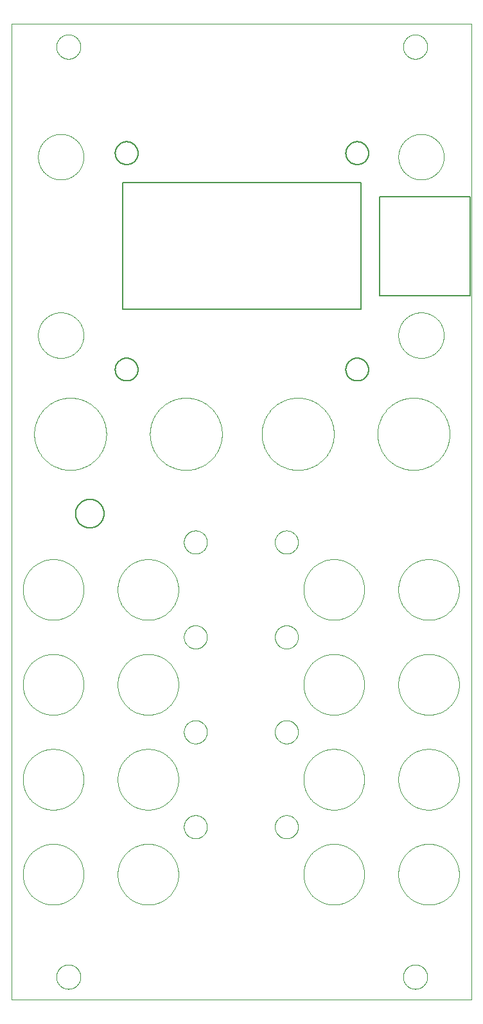
<source format=gbr>
G04 EAGLE Gerber RS-274X export*
G75*
%MOMM*%
%FSLAX34Y34*%
%LPD*%
%INFrontpanel*%
%IPPOS*%
%AMOC8*
5,1,8,0,0,1.08239X$1,22.5*%
G01*
%ADD10C,0.025400*%
%ADD11C,0.002541*%
%ADD12C,0.000000*%
%ADD13C,0.127000*%
%ADD14C,0.010000*%


D10*
X15000Y430000D02*
X15012Y430982D01*
X15048Y431963D01*
X15108Y432943D01*
X15193Y433921D01*
X15301Y434896D01*
X15433Y435869D01*
X15589Y436838D01*
X15769Y437804D01*
X15972Y438764D01*
X16199Y439719D01*
X16449Y440669D01*
X16722Y441611D01*
X17019Y442547D01*
X17338Y443476D01*
X17680Y444396D01*
X18045Y445307D01*
X18432Y446210D01*
X18840Y447102D01*
X19271Y447984D01*
X19723Y448856D01*
X20197Y449716D01*
X20691Y450564D01*
X21206Y451400D01*
X21741Y452223D01*
X22297Y453032D01*
X22872Y453828D01*
X23466Y454609D01*
X24080Y455376D01*
X24712Y456127D01*
X25362Y456862D01*
X26030Y457582D01*
X26716Y458284D01*
X27418Y458970D01*
X28138Y459638D01*
X28873Y460288D01*
X29624Y460920D01*
X30391Y461534D01*
X31172Y462128D01*
X31968Y462703D01*
X32777Y463259D01*
X33600Y463794D01*
X34436Y464309D01*
X35284Y464803D01*
X36144Y465277D01*
X37016Y465729D01*
X37898Y466160D01*
X38790Y466568D01*
X39693Y466955D01*
X40604Y467320D01*
X41524Y467662D01*
X42453Y467981D01*
X43389Y468278D01*
X44331Y468551D01*
X45281Y468801D01*
X46236Y469028D01*
X47196Y469231D01*
X48162Y469411D01*
X49131Y469567D01*
X50104Y469699D01*
X51079Y469807D01*
X52057Y469892D01*
X53037Y469952D01*
X54018Y469988D01*
X55000Y470000D01*
X55982Y469988D01*
X56963Y469952D01*
X57943Y469892D01*
X58921Y469807D01*
X59896Y469699D01*
X60869Y469567D01*
X61838Y469411D01*
X62804Y469231D01*
X63764Y469028D01*
X64719Y468801D01*
X65669Y468551D01*
X66611Y468278D01*
X67547Y467981D01*
X68476Y467662D01*
X69396Y467320D01*
X70307Y466955D01*
X71210Y466568D01*
X72102Y466160D01*
X72984Y465729D01*
X73856Y465277D01*
X74716Y464803D01*
X75564Y464309D01*
X76400Y463794D01*
X77223Y463259D01*
X78032Y462703D01*
X78828Y462128D01*
X79609Y461534D01*
X80376Y460920D01*
X81127Y460288D01*
X81862Y459638D01*
X82582Y458970D01*
X83284Y458284D01*
X83970Y457582D01*
X84638Y456862D01*
X85288Y456127D01*
X85920Y455376D01*
X86534Y454609D01*
X87128Y453828D01*
X87703Y453032D01*
X88259Y452223D01*
X88794Y451400D01*
X89309Y450564D01*
X89803Y449716D01*
X90277Y448856D01*
X90729Y447984D01*
X91160Y447102D01*
X91568Y446210D01*
X91955Y445307D01*
X92320Y444396D01*
X92662Y443476D01*
X92981Y442547D01*
X93278Y441611D01*
X93551Y440669D01*
X93801Y439719D01*
X94028Y438764D01*
X94231Y437804D01*
X94411Y436838D01*
X94567Y435869D01*
X94699Y434896D01*
X94807Y433921D01*
X94892Y432943D01*
X94952Y431963D01*
X94988Y430982D01*
X95000Y430000D01*
X94988Y429018D01*
X94952Y428037D01*
X94892Y427057D01*
X94807Y426079D01*
X94699Y425104D01*
X94567Y424131D01*
X94411Y423162D01*
X94231Y422196D01*
X94028Y421236D01*
X93801Y420281D01*
X93551Y419331D01*
X93278Y418389D01*
X92981Y417453D01*
X92662Y416524D01*
X92320Y415604D01*
X91955Y414693D01*
X91568Y413790D01*
X91160Y412898D01*
X90729Y412016D01*
X90277Y411144D01*
X89803Y410284D01*
X89309Y409436D01*
X88794Y408600D01*
X88259Y407777D01*
X87703Y406968D01*
X87128Y406172D01*
X86534Y405391D01*
X85920Y404624D01*
X85288Y403873D01*
X84638Y403138D01*
X83970Y402418D01*
X83284Y401716D01*
X82582Y401030D01*
X81862Y400362D01*
X81127Y399712D01*
X80376Y399080D01*
X79609Y398466D01*
X78828Y397872D01*
X78032Y397297D01*
X77223Y396741D01*
X76400Y396206D01*
X75564Y395691D01*
X74716Y395197D01*
X73856Y394723D01*
X72984Y394271D01*
X72102Y393840D01*
X71210Y393432D01*
X70307Y393045D01*
X69396Y392680D01*
X68476Y392338D01*
X67547Y392019D01*
X66611Y391722D01*
X65669Y391449D01*
X64719Y391199D01*
X63764Y390972D01*
X62804Y390769D01*
X61838Y390589D01*
X60869Y390433D01*
X59896Y390301D01*
X58921Y390193D01*
X57943Y390108D01*
X56963Y390048D01*
X55982Y390012D01*
X55000Y390000D01*
X54018Y390012D01*
X53037Y390048D01*
X52057Y390108D01*
X51079Y390193D01*
X50104Y390301D01*
X49131Y390433D01*
X48162Y390589D01*
X47196Y390769D01*
X46236Y390972D01*
X45281Y391199D01*
X44331Y391449D01*
X43389Y391722D01*
X42453Y392019D01*
X41524Y392338D01*
X40604Y392680D01*
X39693Y393045D01*
X38790Y393432D01*
X37898Y393840D01*
X37016Y394271D01*
X36144Y394723D01*
X35284Y395197D01*
X34436Y395691D01*
X33600Y396206D01*
X32777Y396741D01*
X31968Y397297D01*
X31172Y397872D01*
X30391Y398466D01*
X29624Y399080D01*
X28873Y399712D01*
X28138Y400362D01*
X27418Y401030D01*
X26716Y401716D01*
X26030Y402418D01*
X25362Y403138D01*
X24712Y403873D01*
X24080Y404624D01*
X23466Y405391D01*
X22872Y406172D01*
X22297Y406968D01*
X21741Y407777D01*
X21206Y408600D01*
X20691Y409436D01*
X20197Y410284D01*
X19723Y411144D01*
X19271Y412016D01*
X18840Y412898D01*
X18432Y413790D01*
X18045Y414693D01*
X17680Y415604D01*
X17338Y416524D01*
X17019Y417453D01*
X16722Y418389D01*
X16449Y419331D01*
X16199Y420281D01*
X15972Y421236D01*
X15769Y422196D01*
X15589Y423162D01*
X15433Y424131D01*
X15301Y425104D01*
X15193Y426079D01*
X15108Y427057D01*
X15048Y428037D01*
X15012Y429018D01*
X15000Y430000D01*
X15000Y305000D02*
X15012Y305982D01*
X15048Y306963D01*
X15108Y307943D01*
X15193Y308921D01*
X15301Y309896D01*
X15433Y310869D01*
X15589Y311838D01*
X15769Y312804D01*
X15972Y313764D01*
X16199Y314719D01*
X16449Y315669D01*
X16722Y316611D01*
X17019Y317547D01*
X17338Y318476D01*
X17680Y319396D01*
X18045Y320307D01*
X18432Y321210D01*
X18840Y322102D01*
X19271Y322984D01*
X19723Y323856D01*
X20197Y324716D01*
X20691Y325564D01*
X21206Y326400D01*
X21741Y327223D01*
X22297Y328032D01*
X22872Y328828D01*
X23466Y329609D01*
X24080Y330376D01*
X24712Y331127D01*
X25362Y331862D01*
X26030Y332582D01*
X26716Y333284D01*
X27418Y333970D01*
X28138Y334638D01*
X28873Y335288D01*
X29624Y335920D01*
X30391Y336534D01*
X31172Y337128D01*
X31968Y337703D01*
X32777Y338259D01*
X33600Y338794D01*
X34436Y339309D01*
X35284Y339803D01*
X36144Y340277D01*
X37016Y340729D01*
X37898Y341160D01*
X38790Y341568D01*
X39693Y341955D01*
X40604Y342320D01*
X41524Y342662D01*
X42453Y342981D01*
X43389Y343278D01*
X44331Y343551D01*
X45281Y343801D01*
X46236Y344028D01*
X47196Y344231D01*
X48162Y344411D01*
X49131Y344567D01*
X50104Y344699D01*
X51079Y344807D01*
X52057Y344892D01*
X53037Y344952D01*
X54018Y344988D01*
X55000Y345000D01*
X55982Y344988D01*
X56963Y344952D01*
X57943Y344892D01*
X58921Y344807D01*
X59896Y344699D01*
X60869Y344567D01*
X61838Y344411D01*
X62804Y344231D01*
X63764Y344028D01*
X64719Y343801D01*
X65669Y343551D01*
X66611Y343278D01*
X67547Y342981D01*
X68476Y342662D01*
X69396Y342320D01*
X70307Y341955D01*
X71210Y341568D01*
X72102Y341160D01*
X72984Y340729D01*
X73856Y340277D01*
X74716Y339803D01*
X75564Y339309D01*
X76400Y338794D01*
X77223Y338259D01*
X78032Y337703D01*
X78828Y337128D01*
X79609Y336534D01*
X80376Y335920D01*
X81127Y335288D01*
X81862Y334638D01*
X82582Y333970D01*
X83284Y333284D01*
X83970Y332582D01*
X84638Y331862D01*
X85288Y331127D01*
X85920Y330376D01*
X86534Y329609D01*
X87128Y328828D01*
X87703Y328032D01*
X88259Y327223D01*
X88794Y326400D01*
X89309Y325564D01*
X89803Y324716D01*
X90277Y323856D01*
X90729Y322984D01*
X91160Y322102D01*
X91568Y321210D01*
X91955Y320307D01*
X92320Y319396D01*
X92662Y318476D01*
X92981Y317547D01*
X93278Y316611D01*
X93551Y315669D01*
X93801Y314719D01*
X94028Y313764D01*
X94231Y312804D01*
X94411Y311838D01*
X94567Y310869D01*
X94699Y309896D01*
X94807Y308921D01*
X94892Y307943D01*
X94952Y306963D01*
X94988Y305982D01*
X95000Y305000D01*
X94988Y304018D01*
X94952Y303037D01*
X94892Y302057D01*
X94807Y301079D01*
X94699Y300104D01*
X94567Y299131D01*
X94411Y298162D01*
X94231Y297196D01*
X94028Y296236D01*
X93801Y295281D01*
X93551Y294331D01*
X93278Y293389D01*
X92981Y292453D01*
X92662Y291524D01*
X92320Y290604D01*
X91955Y289693D01*
X91568Y288790D01*
X91160Y287898D01*
X90729Y287016D01*
X90277Y286144D01*
X89803Y285284D01*
X89309Y284436D01*
X88794Y283600D01*
X88259Y282777D01*
X87703Y281968D01*
X87128Y281172D01*
X86534Y280391D01*
X85920Y279624D01*
X85288Y278873D01*
X84638Y278138D01*
X83970Y277418D01*
X83284Y276716D01*
X82582Y276030D01*
X81862Y275362D01*
X81127Y274712D01*
X80376Y274080D01*
X79609Y273466D01*
X78828Y272872D01*
X78032Y272297D01*
X77223Y271741D01*
X76400Y271206D01*
X75564Y270691D01*
X74716Y270197D01*
X73856Y269723D01*
X72984Y269271D01*
X72102Y268840D01*
X71210Y268432D01*
X70307Y268045D01*
X69396Y267680D01*
X68476Y267338D01*
X67547Y267019D01*
X66611Y266722D01*
X65669Y266449D01*
X64719Y266199D01*
X63764Y265972D01*
X62804Y265769D01*
X61838Y265589D01*
X60869Y265433D01*
X59896Y265301D01*
X58921Y265193D01*
X57943Y265108D01*
X56963Y265048D01*
X55982Y265012D01*
X55000Y265000D01*
X54018Y265012D01*
X53037Y265048D01*
X52057Y265108D01*
X51079Y265193D01*
X50104Y265301D01*
X49131Y265433D01*
X48162Y265589D01*
X47196Y265769D01*
X46236Y265972D01*
X45281Y266199D01*
X44331Y266449D01*
X43389Y266722D01*
X42453Y267019D01*
X41524Y267338D01*
X40604Y267680D01*
X39693Y268045D01*
X38790Y268432D01*
X37898Y268840D01*
X37016Y269271D01*
X36144Y269723D01*
X35284Y270197D01*
X34436Y270691D01*
X33600Y271206D01*
X32777Y271741D01*
X31968Y272297D01*
X31172Y272872D01*
X30391Y273466D01*
X29624Y274080D01*
X28873Y274712D01*
X28138Y275362D01*
X27418Y276030D01*
X26716Y276716D01*
X26030Y277418D01*
X25362Y278138D01*
X24712Y278873D01*
X24080Y279624D01*
X23466Y280391D01*
X22872Y281172D01*
X22297Y281968D01*
X21741Y282777D01*
X21206Y283600D01*
X20691Y284436D01*
X20197Y285284D01*
X19723Y286144D01*
X19271Y287016D01*
X18840Y287898D01*
X18432Y288790D01*
X18045Y289693D01*
X17680Y290604D01*
X17338Y291524D01*
X17019Y292453D01*
X16722Y293389D01*
X16449Y294331D01*
X16199Y295281D01*
X15972Y296236D01*
X15769Y297196D01*
X15589Y298162D01*
X15433Y299131D01*
X15301Y300104D01*
X15193Y301079D01*
X15108Y302057D01*
X15048Y303037D01*
X15012Y304018D01*
X15000Y305000D01*
X15000Y180000D02*
X15012Y180982D01*
X15048Y181963D01*
X15108Y182943D01*
X15193Y183921D01*
X15301Y184896D01*
X15433Y185869D01*
X15589Y186838D01*
X15769Y187804D01*
X15972Y188764D01*
X16199Y189719D01*
X16449Y190669D01*
X16722Y191611D01*
X17019Y192547D01*
X17338Y193476D01*
X17680Y194396D01*
X18045Y195307D01*
X18432Y196210D01*
X18840Y197102D01*
X19271Y197984D01*
X19723Y198856D01*
X20197Y199716D01*
X20691Y200564D01*
X21206Y201400D01*
X21741Y202223D01*
X22297Y203032D01*
X22872Y203828D01*
X23466Y204609D01*
X24080Y205376D01*
X24712Y206127D01*
X25362Y206862D01*
X26030Y207582D01*
X26716Y208284D01*
X27418Y208970D01*
X28138Y209638D01*
X28873Y210288D01*
X29624Y210920D01*
X30391Y211534D01*
X31172Y212128D01*
X31968Y212703D01*
X32777Y213259D01*
X33600Y213794D01*
X34436Y214309D01*
X35284Y214803D01*
X36144Y215277D01*
X37016Y215729D01*
X37898Y216160D01*
X38790Y216568D01*
X39693Y216955D01*
X40604Y217320D01*
X41524Y217662D01*
X42453Y217981D01*
X43389Y218278D01*
X44331Y218551D01*
X45281Y218801D01*
X46236Y219028D01*
X47196Y219231D01*
X48162Y219411D01*
X49131Y219567D01*
X50104Y219699D01*
X51079Y219807D01*
X52057Y219892D01*
X53037Y219952D01*
X54018Y219988D01*
X55000Y220000D01*
X55982Y219988D01*
X56963Y219952D01*
X57943Y219892D01*
X58921Y219807D01*
X59896Y219699D01*
X60869Y219567D01*
X61838Y219411D01*
X62804Y219231D01*
X63764Y219028D01*
X64719Y218801D01*
X65669Y218551D01*
X66611Y218278D01*
X67547Y217981D01*
X68476Y217662D01*
X69396Y217320D01*
X70307Y216955D01*
X71210Y216568D01*
X72102Y216160D01*
X72984Y215729D01*
X73856Y215277D01*
X74716Y214803D01*
X75564Y214309D01*
X76400Y213794D01*
X77223Y213259D01*
X78032Y212703D01*
X78828Y212128D01*
X79609Y211534D01*
X80376Y210920D01*
X81127Y210288D01*
X81862Y209638D01*
X82582Y208970D01*
X83284Y208284D01*
X83970Y207582D01*
X84638Y206862D01*
X85288Y206127D01*
X85920Y205376D01*
X86534Y204609D01*
X87128Y203828D01*
X87703Y203032D01*
X88259Y202223D01*
X88794Y201400D01*
X89309Y200564D01*
X89803Y199716D01*
X90277Y198856D01*
X90729Y197984D01*
X91160Y197102D01*
X91568Y196210D01*
X91955Y195307D01*
X92320Y194396D01*
X92662Y193476D01*
X92981Y192547D01*
X93278Y191611D01*
X93551Y190669D01*
X93801Y189719D01*
X94028Y188764D01*
X94231Y187804D01*
X94411Y186838D01*
X94567Y185869D01*
X94699Y184896D01*
X94807Y183921D01*
X94892Y182943D01*
X94952Y181963D01*
X94988Y180982D01*
X95000Y180000D01*
X94988Y179018D01*
X94952Y178037D01*
X94892Y177057D01*
X94807Y176079D01*
X94699Y175104D01*
X94567Y174131D01*
X94411Y173162D01*
X94231Y172196D01*
X94028Y171236D01*
X93801Y170281D01*
X93551Y169331D01*
X93278Y168389D01*
X92981Y167453D01*
X92662Y166524D01*
X92320Y165604D01*
X91955Y164693D01*
X91568Y163790D01*
X91160Y162898D01*
X90729Y162016D01*
X90277Y161144D01*
X89803Y160284D01*
X89309Y159436D01*
X88794Y158600D01*
X88259Y157777D01*
X87703Y156968D01*
X87128Y156172D01*
X86534Y155391D01*
X85920Y154624D01*
X85288Y153873D01*
X84638Y153138D01*
X83970Y152418D01*
X83284Y151716D01*
X82582Y151030D01*
X81862Y150362D01*
X81127Y149712D01*
X80376Y149080D01*
X79609Y148466D01*
X78828Y147872D01*
X78032Y147297D01*
X77223Y146741D01*
X76400Y146206D01*
X75564Y145691D01*
X74716Y145197D01*
X73856Y144723D01*
X72984Y144271D01*
X72102Y143840D01*
X71210Y143432D01*
X70307Y143045D01*
X69396Y142680D01*
X68476Y142338D01*
X67547Y142019D01*
X66611Y141722D01*
X65669Y141449D01*
X64719Y141199D01*
X63764Y140972D01*
X62804Y140769D01*
X61838Y140589D01*
X60869Y140433D01*
X59896Y140301D01*
X58921Y140193D01*
X57943Y140108D01*
X56963Y140048D01*
X55982Y140012D01*
X55000Y140000D01*
X54018Y140012D01*
X53037Y140048D01*
X52057Y140108D01*
X51079Y140193D01*
X50104Y140301D01*
X49131Y140433D01*
X48162Y140589D01*
X47196Y140769D01*
X46236Y140972D01*
X45281Y141199D01*
X44331Y141449D01*
X43389Y141722D01*
X42453Y142019D01*
X41524Y142338D01*
X40604Y142680D01*
X39693Y143045D01*
X38790Y143432D01*
X37898Y143840D01*
X37016Y144271D01*
X36144Y144723D01*
X35284Y145197D01*
X34436Y145691D01*
X33600Y146206D01*
X32777Y146741D01*
X31968Y147297D01*
X31172Y147872D01*
X30391Y148466D01*
X29624Y149080D01*
X28873Y149712D01*
X28138Y150362D01*
X27418Y151030D01*
X26716Y151716D01*
X26030Y152418D01*
X25362Y153138D01*
X24712Y153873D01*
X24080Y154624D01*
X23466Y155391D01*
X22872Y156172D01*
X22297Y156968D01*
X21741Y157777D01*
X21206Y158600D01*
X20691Y159436D01*
X20197Y160284D01*
X19723Y161144D01*
X19271Y162016D01*
X18840Y162898D01*
X18432Y163790D01*
X18045Y164693D01*
X17680Y165604D01*
X17338Y166524D01*
X17019Y167453D01*
X16722Y168389D01*
X16449Y169331D01*
X16199Y170281D01*
X15972Y171236D01*
X15769Y172196D01*
X15589Y173162D01*
X15433Y174131D01*
X15301Y175104D01*
X15193Y176079D01*
X15108Y177057D01*
X15048Y178037D01*
X15012Y179018D01*
X15000Y180000D01*
X15000Y55000D02*
X15012Y55982D01*
X15048Y56963D01*
X15108Y57943D01*
X15193Y58921D01*
X15301Y59896D01*
X15433Y60869D01*
X15589Y61838D01*
X15769Y62804D01*
X15972Y63764D01*
X16199Y64719D01*
X16449Y65669D01*
X16722Y66611D01*
X17019Y67547D01*
X17338Y68476D01*
X17680Y69396D01*
X18045Y70307D01*
X18432Y71210D01*
X18840Y72102D01*
X19271Y72984D01*
X19723Y73856D01*
X20197Y74716D01*
X20691Y75564D01*
X21206Y76400D01*
X21741Y77223D01*
X22297Y78032D01*
X22872Y78828D01*
X23466Y79609D01*
X24080Y80376D01*
X24712Y81127D01*
X25362Y81862D01*
X26030Y82582D01*
X26716Y83284D01*
X27418Y83970D01*
X28138Y84638D01*
X28873Y85288D01*
X29624Y85920D01*
X30391Y86534D01*
X31172Y87128D01*
X31968Y87703D01*
X32777Y88259D01*
X33600Y88794D01*
X34436Y89309D01*
X35284Y89803D01*
X36144Y90277D01*
X37016Y90729D01*
X37898Y91160D01*
X38790Y91568D01*
X39693Y91955D01*
X40604Y92320D01*
X41524Y92662D01*
X42453Y92981D01*
X43389Y93278D01*
X44331Y93551D01*
X45281Y93801D01*
X46236Y94028D01*
X47196Y94231D01*
X48162Y94411D01*
X49131Y94567D01*
X50104Y94699D01*
X51079Y94807D01*
X52057Y94892D01*
X53037Y94952D01*
X54018Y94988D01*
X55000Y95000D01*
X55982Y94988D01*
X56963Y94952D01*
X57943Y94892D01*
X58921Y94807D01*
X59896Y94699D01*
X60869Y94567D01*
X61838Y94411D01*
X62804Y94231D01*
X63764Y94028D01*
X64719Y93801D01*
X65669Y93551D01*
X66611Y93278D01*
X67547Y92981D01*
X68476Y92662D01*
X69396Y92320D01*
X70307Y91955D01*
X71210Y91568D01*
X72102Y91160D01*
X72984Y90729D01*
X73856Y90277D01*
X74716Y89803D01*
X75564Y89309D01*
X76400Y88794D01*
X77223Y88259D01*
X78032Y87703D01*
X78828Y87128D01*
X79609Y86534D01*
X80376Y85920D01*
X81127Y85288D01*
X81862Y84638D01*
X82582Y83970D01*
X83284Y83284D01*
X83970Y82582D01*
X84638Y81862D01*
X85288Y81127D01*
X85920Y80376D01*
X86534Y79609D01*
X87128Y78828D01*
X87703Y78032D01*
X88259Y77223D01*
X88794Y76400D01*
X89309Y75564D01*
X89803Y74716D01*
X90277Y73856D01*
X90729Y72984D01*
X91160Y72102D01*
X91568Y71210D01*
X91955Y70307D01*
X92320Y69396D01*
X92662Y68476D01*
X92981Y67547D01*
X93278Y66611D01*
X93551Y65669D01*
X93801Y64719D01*
X94028Y63764D01*
X94231Y62804D01*
X94411Y61838D01*
X94567Y60869D01*
X94699Y59896D01*
X94807Y58921D01*
X94892Y57943D01*
X94952Y56963D01*
X94988Y55982D01*
X95000Y55000D01*
X94988Y54018D01*
X94952Y53037D01*
X94892Y52057D01*
X94807Y51079D01*
X94699Y50104D01*
X94567Y49131D01*
X94411Y48162D01*
X94231Y47196D01*
X94028Y46236D01*
X93801Y45281D01*
X93551Y44331D01*
X93278Y43389D01*
X92981Y42453D01*
X92662Y41524D01*
X92320Y40604D01*
X91955Y39693D01*
X91568Y38790D01*
X91160Y37898D01*
X90729Y37016D01*
X90277Y36144D01*
X89803Y35284D01*
X89309Y34436D01*
X88794Y33600D01*
X88259Y32777D01*
X87703Y31968D01*
X87128Y31172D01*
X86534Y30391D01*
X85920Y29624D01*
X85288Y28873D01*
X84638Y28138D01*
X83970Y27418D01*
X83284Y26716D01*
X82582Y26030D01*
X81862Y25362D01*
X81127Y24712D01*
X80376Y24080D01*
X79609Y23466D01*
X78828Y22872D01*
X78032Y22297D01*
X77223Y21741D01*
X76400Y21206D01*
X75564Y20691D01*
X74716Y20197D01*
X73856Y19723D01*
X72984Y19271D01*
X72102Y18840D01*
X71210Y18432D01*
X70307Y18045D01*
X69396Y17680D01*
X68476Y17338D01*
X67547Y17019D01*
X66611Y16722D01*
X65669Y16449D01*
X64719Y16199D01*
X63764Y15972D01*
X62804Y15769D01*
X61838Y15589D01*
X60869Y15433D01*
X59896Y15301D01*
X58921Y15193D01*
X57943Y15108D01*
X56963Y15048D01*
X55982Y15012D01*
X55000Y15000D01*
X54018Y15012D01*
X53037Y15048D01*
X52057Y15108D01*
X51079Y15193D01*
X50104Y15301D01*
X49131Y15433D01*
X48162Y15589D01*
X47196Y15769D01*
X46236Y15972D01*
X45281Y16199D01*
X44331Y16449D01*
X43389Y16722D01*
X42453Y17019D01*
X41524Y17338D01*
X40604Y17680D01*
X39693Y18045D01*
X38790Y18432D01*
X37898Y18840D01*
X37016Y19271D01*
X36144Y19723D01*
X35284Y20197D01*
X34436Y20691D01*
X33600Y21206D01*
X32777Y21741D01*
X31968Y22297D01*
X31172Y22872D01*
X30391Y23466D01*
X29624Y24080D01*
X28873Y24712D01*
X28138Y25362D01*
X27418Y26030D01*
X26716Y26716D01*
X26030Y27418D01*
X25362Y28138D01*
X24712Y28873D01*
X24080Y29624D01*
X23466Y30391D01*
X22872Y31172D01*
X22297Y31968D01*
X21741Y32777D01*
X21206Y33600D01*
X20691Y34436D01*
X20197Y35284D01*
X19723Y36144D01*
X19271Y37016D01*
X18840Y37898D01*
X18432Y38790D01*
X18045Y39693D01*
X17680Y40604D01*
X17338Y41524D01*
X17019Y42453D01*
X16722Y43389D01*
X16449Y44331D01*
X16199Y45281D01*
X15972Y46236D01*
X15769Y47196D01*
X15589Y48162D01*
X15433Y49131D01*
X15301Y50104D01*
X15193Y51079D01*
X15108Y52057D01*
X15048Y53037D01*
X15012Y54018D01*
X15000Y55000D01*
X140000Y430000D02*
X140012Y430982D01*
X140048Y431963D01*
X140108Y432943D01*
X140193Y433921D01*
X140301Y434896D01*
X140433Y435869D01*
X140589Y436838D01*
X140769Y437804D01*
X140972Y438764D01*
X141199Y439719D01*
X141449Y440669D01*
X141722Y441611D01*
X142019Y442547D01*
X142338Y443476D01*
X142680Y444396D01*
X143045Y445307D01*
X143432Y446210D01*
X143840Y447102D01*
X144271Y447984D01*
X144723Y448856D01*
X145197Y449716D01*
X145691Y450564D01*
X146206Y451400D01*
X146741Y452223D01*
X147297Y453032D01*
X147872Y453828D01*
X148466Y454609D01*
X149080Y455376D01*
X149712Y456127D01*
X150362Y456862D01*
X151030Y457582D01*
X151716Y458284D01*
X152418Y458970D01*
X153138Y459638D01*
X153873Y460288D01*
X154624Y460920D01*
X155391Y461534D01*
X156172Y462128D01*
X156968Y462703D01*
X157777Y463259D01*
X158600Y463794D01*
X159436Y464309D01*
X160284Y464803D01*
X161144Y465277D01*
X162016Y465729D01*
X162898Y466160D01*
X163790Y466568D01*
X164693Y466955D01*
X165604Y467320D01*
X166524Y467662D01*
X167453Y467981D01*
X168389Y468278D01*
X169331Y468551D01*
X170281Y468801D01*
X171236Y469028D01*
X172196Y469231D01*
X173162Y469411D01*
X174131Y469567D01*
X175104Y469699D01*
X176079Y469807D01*
X177057Y469892D01*
X178037Y469952D01*
X179018Y469988D01*
X180000Y470000D01*
X180982Y469988D01*
X181963Y469952D01*
X182943Y469892D01*
X183921Y469807D01*
X184896Y469699D01*
X185869Y469567D01*
X186838Y469411D01*
X187804Y469231D01*
X188764Y469028D01*
X189719Y468801D01*
X190669Y468551D01*
X191611Y468278D01*
X192547Y467981D01*
X193476Y467662D01*
X194396Y467320D01*
X195307Y466955D01*
X196210Y466568D01*
X197102Y466160D01*
X197984Y465729D01*
X198856Y465277D01*
X199716Y464803D01*
X200564Y464309D01*
X201400Y463794D01*
X202223Y463259D01*
X203032Y462703D01*
X203828Y462128D01*
X204609Y461534D01*
X205376Y460920D01*
X206127Y460288D01*
X206862Y459638D01*
X207582Y458970D01*
X208284Y458284D01*
X208970Y457582D01*
X209638Y456862D01*
X210288Y456127D01*
X210920Y455376D01*
X211534Y454609D01*
X212128Y453828D01*
X212703Y453032D01*
X213259Y452223D01*
X213794Y451400D01*
X214309Y450564D01*
X214803Y449716D01*
X215277Y448856D01*
X215729Y447984D01*
X216160Y447102D01*
X216568Y446210D01*
X216955Y445307D01*
X217320Y444396D01*
X217662Y443476D01*
X217981Y442547D01*
X218278Y441611D01*
X218551Y440669D01*
X218801Y439719D01*
X219028Y438764D01*
X219231Y437804D01*
X219411Y436838D01*
X219567Y435869D01*
X219699Y434896D01*
X219807Y433921D01*
X219892Y432943D01*
X219952Y431963D01*
X219988Y430982D01*
X220000Y430000D01*
X219988Y429018D01*
X219952Y428037D01*
X219892Y427057D01*
X219807Y426079D01*
X219699Y425104D01*
X219567Y424131D01*
X219411Y423162D01*
X219231Y422196D01*
X219028Y421236D01*
X218801Y420281D01*
X218551Y419331D01*
X218278Y418389D01*
X217981Y417453D01*
X217662Y416524D01*
X217320Y415604D01*
X216955Y414693D01*
X216568Y413790D01*
X216160Y412898D01*
X215729Y412016D01*
X215277Y411144D01*
X214803Y410284D01*
X214309Y409436D01*
X213794Y408600D01*
X213259Y407777D01*
X212703Y406968D01*
X212128Y406172D01*
X211534Y405391D01*
X210920Y404624D01*
X210288Y403873D01*
X209638Y403138D01*
X208970Y402418D01*
X208284Y401716D01*
X207582Y401030D01*
X206862Y400362D01*
X206127Y399712D01*
X205376Y399080D01*
X204609Y398466D01*
X203828Y397872D01*
X203032Y397297D01*
X202223Y396741D01*
X201400Y396206D01*
X200564Y395691D01*
X199716Y395197D01*
X198856Y394723D01*
X197984Y394271D01*
X197102Y393840D01*
X196210Y393432D01*
X195307Y393045D01*
X194396Y392680D01*
X193476Y392338D01*
X192547Y392019D01*
X191611Y391722D01*
X190669Y391449D01*
X189719Y391199D01*
X188764Y390972D01*
X187804Y390769D01*
X186838Y390589D01*
X185869Y390433D01*
X184896Y390301D01*
X183921Y390193D01*
X182943Y390108D01*
X181963Y390048D01*
X180982Y390012D01*
X180000Y390000D01*
X179018Y390012D01*
X178037Y390048D01*
X177057Y390108D01*
X176079Y390193D01*
X175104Y390301D01*
X174131Y390433D01*
X173162Y390589D01*
X172196Y390769D01*
X171236Y390972D01*
X170281Y391199D01*
X169331Y391449D01*
X168389Y391722D01*
X167453Y392019D01*
X166524Y392338D01*
X165604Y392680D01*
X164693Y393045D01*
X163790Y393432D01*
X162898Y393840D01*
X162016Y394271D01*
X161144Y394723D01*
X160284Y395197D01*
X159436Y395691D01*
X158600Y396206D01*
X157777Y396741D01*
X156968Y397297D01*
X156172Y397872D01*
X155391Y398466D01*
X154624Y399080D01*
X153873Y399712D01*
X153138Y400362D01*
X152418Y401030D01*
X151716Y401716D01*
X151030Y402418D01*
X150362Y403138D01*
X149712Y403873D01*
X149080Y404624D01*
X148466Y405391D01*
X147872Y406172D01*
X147297Y406968D01*
X146741Y407777D01*
X146206Y408600D01*
X145691Y409436D01*
X145197Y410284D01*
X144723Y411144D01*
X144271Y412016D01*
X143840Y412898D01*
X143432Y413790D01*
X143045Y414693D01*
X142680Y415604D01*
X142338Y416524D01*
X142019Y417453D01*
X141722Y418389D01*
X141449Y419331D01*
X141199Y420281D01*
X140972Y421236D01*
X140769Y422196D01*
X140589Y423162D01*
X140433Y424131D01*
X140301Y425104D01*
X140193Y426079D01*
X140108Y427057D01*
X140048Y428037D01*
X140012Y429018D01*
X140000Y430000D01*
X140000Y305000D02*
X140012Y305982D01*
X140048Y306963D01*
X140108Y307943D01*
X140193Y308921D01*
X140301Y309896D01*
X140433Y310869D01*
X140589Y311838D01*
X140769Y312804D01*
X140972Y313764D01*
X141199Y314719D01*
X141449Y315669D01*
X141722Y316611D01*
X142019Y317547D01*
X142338Y318476D01*
X142680Y319396D01*
X143045Y320307D01*
X143432Y321210D01*
X143840Y322102D01*
X144271Y322984D01*
X144723Y323856D01*
X145197Y324716D01*
X145691Y325564D01*
X146206Y326400D01*
X146741Y327223D01*
X147297Y328032D01*
X147872Y328828D01*
X148466Y329609D01*
X149080Y330376D01*
X149712Y331127D01*
X150362Y331862D01*
X151030Y332582D01*
X151716Y333284D01*
X152418Y333970D01*
X153138Y334638D01*
X153873Y335288D01*
X154624Y335920D01*
X155391Y336534D01*
X156172Y337128D01*
X156968Y337703D01*
X157777Y338259D01*
X158600Y338794D01*
X159436Y339309D01*
X160284Y339803D01*
X161144Y340277D01*
X162016Y340729D01*
X162898Y341160D01*
X163790Y341568D01*
X164693Y341955D01*
X165604Y342320D01*
X166524Y342662D01*
X167453Y342981D01*
X168389Y343278D01*
X169331Y343551D01*
X170281Y343801D01*
X171236Y344028D01*
X172196Y344231D01*
X173162Y344411D01*
X174131Y344567D01*
X175104Y344699D01*
X176079Y344807D01*
X177057Y344892D01*
X178037Y344952D01*
X179018Y344988D01*
X180000Y345000D01*
X180982Y344988D01*
X181963Y344952D01*
X182943Y344892D01*
X183921Y344807D01*
X184896Y344699D01*
X185869Y344567D01*
X186838Y344411D01*
X187804Y344231D01*
X188764Y344028D01*
X189719Y343801D01*
X190669Y343551D01*
X191611Y343278D01*
X192547Y342981D01*
X193476Y342662D01*
X194396Y342320D01*
X195307Y341955D01*
X196210Y341568D01*
X197102Y341160D01*
X197984Y340729D01*
X198856Y340277D01*
X199716Y339803D01*
X200564Y339309D01*
X201400Y338794D01*
X202223Y338259D01*
X203032Y337703D01*
X203828Y337128D01*
X204609Y336534D01*
X205376Y335920D01*
X206127Y335288D01*
X206862Y334638D01*
X207582Y333970D01*
X208284Y333284D01*
X208970Y332582D01*
X209638Y331862D01*
X210288Y331127D01*
X210920Y330376D01*
X211534Y329609D01*
X212128Y328828D01*
X212703Y328032D01*
X213259Y327223D01*
X213794Y326400D01*
X214309Y325564D01*
X214803Y324716D01*
X215277Y323856D01*
X215729Y322984D01*
X216160Y322102D01*
X216568Y321210D01*
X216955Y320307D01*
X217320Y319396D01*
X217662Y318476D01*
X217981Y317547D01*
X218278Y316611D01*
X218551Y315669D01*
X218801Y314719D01*
X219028Y313764D01*
X219231Y312804D01*
X219411Y311838D01*
X219567Y310869D01*
X219699Y309896D01*
X219807Y308921D01*
X219892Y307943D01*
X219952Y306963D01*
X219988Y305982D01*
X220000Y305000D01*
X219988Y304018D01*
X219952Y303037D01*
X219892Y302057D01*
X219807Y301079D01*
X219699Y300104D01*
X219567Y299131D01*
X219411Y298162D01*
X219231Y297196D01*
X219028Y296236D01*
X218801Y295281D01*
X218551Y294331D01*
X218278Y293389D01*
X217981Y292453D01*
X217662Y291524D01*
X217320Y290604D01*
X216955Y289693D01*
X216568Y288790D01*
X216160Y287898D01*
X215729Y287016D01*
X215277Y286144D01*
X214803Y285284D01*
X214309Y284436D01*
X213794Y283600D01*
X213259Y282777D01*
X212703Y281968D01*
X212128Y281172D01*
X211534Y280391D01*
X210920Y279624D01*
X210288Y278873D01*
X209638Y278138D01*
X208970Y277418D01*
X208284Y276716D01*
X207582Y276030D01*
X206862Y275362D01*
X206127Y274712D01*
X205376Y274080D01*
X204609Y273466D01*
X203828Y272872D01*
X203032Y272297D01*
X202223Y271741D01*
X201400Y271206D01*
X200564Y270691D01*
X199716Y270197D01*
X198856Y269723D01*
X197984Y269271D01*
X197102Y268840D01*
X196210Y268432D01*
X195307Y268045D01*
X194396Y267680D01*
X193476Y267338D01*
X192547Y267019D01*
X191611Y266722D01*
X190669Y266449D01*
X189719Y266199D01*
X188764Y265972D01*
X187804Y265769D01*
X186838Y265589D01*
X185869Y265433D01*
X184896Y265301D01*
X183921Y265193D01*
X182943Y265108D01*
X181963Y265048D01*
X180982Y265012D01*
X180000Y265000D01*
X179018Y265012D01*
X178037Y265048D01*
X177057Y265108D01*
X176079Y265193D01*
X175104Y265301D01*
X174131Y265433D01*
X173162Y265589D01*
X172196Y265769D01*
X171236Y265972D01*
X170281Y266199D01*
X169331Y266449D01*
X168389Y266722D01*
X167453Y267019D01*
X166524Y267338D01*
X165604Y267680D01*
X164693Y268045D01*
X163790Y268432D01*
X162898Y268840D01*
X162016Y269271D01*
X161144Y269723D01*
X160284Y270197D01*
X159436Y270691D01*
X158600Y271206D01*
X157777Y271741D01*
X156968Y272297D01*
X156172Y272872D01*
X155391Y273466D01*
X154624Y274080D01*
X153873Y274712D01*
X153138Y275362D01*
X152418Y276030D01*
X151716Y276716D01*
X151030Y277418D01*
X150362Y278138D01*
X149712Y278873D01*
X149080Y279624D01*
X148466Y280391D01*
X147872Y281172D01*
X147297Y281968D01*
X146741Y282777D01*
X146206Y283600D01*
X145691Y284436D01*
X145197Y285284D01*
X144723Y286144D01*
X144271Y287016D01*
X143840Y287898D01*
X143432Y288790D01*
X143045Y289693D01*
X142680Y290604D01*
X142338Y291524D01*
X142019Y292453D01*
X141722Y293389D01*
X141449Y294331D01*
X141199Y295281D01*
X140972Y296236D01*
X140769Y297196D01*
X140589Y298162D01*
X140433Y299131D01*
X140301Y300104D01*
X140193Y301079D01*
X140108Y302057D01*
X140048Y303037D01*
X140012Y304018D01*
X140000Y305000D01*
X140000Y180000D02*
X140012Y180982D01*
X140048Y181963D01*
X140108Y182943D01*
X140193Y183921D01*
X140301Y184896D01*
X140433Y185869D01*
X140589Y186838D01*
X140769Y187804D01*
X140972Y188764D01*
X141199Y189719D01*
X141449Y190669D01*
X141722Y191611D01*
X142019Y192547D01*
X142338Y193476D01*
X142680Y194396D01*
X143045Y195307D01*
X143432Y196210D01*
X143840Y197102D01*
X144271Y197984D01*
X144723Y198856D01*
X145197Y199716D01*
X145691Y200564D01*
X146206Y201400D01*
X146741Y202223D01*
X147297Y203032D01*
X147872Y203828D01*
X148466Y204609D01*
X149080Y205376D01*
X149712Y206127D01*
X150362Y206862D01*
X151030Y207582D01*
X151716Y208284D01*
X152418Y208970D01*
X153138Y209638D01*
X153873Y210288D01*
X154624Y210920D01*
X155391Y211534D01*
X156172Y212128D01*
X156968Y212703D01*
X157777Y213259D01*
X158600Y213794D01*
X159436Y214309D01*
X160284Y214803D01*
X161144Y215277D01*
X162016Y215729D01*
X162898Y216160D01*
X163790Y216568D01*
X164693Y216955D01*
X165604Y217320D01*
X166524Y217662D01*
X167453Y217981D01*
X168389Y218278D01*
X169331Y218551D01*
X170281Y218801D01*
X171236Y219028D01*
X172196Y219231D01*
X173162Y219411D01*
X174131Y219567D01*
X175104Y219699D01*
X176079Y219807D01*
X177057Y219892D01*
X178037Y219952D01*
X179018Y219988D01*
X180000Y220000D01*
X180982Y219988D01*
X181963Y219952D01*
X182943Y219892D01*
X183921Y219807D01*
X184896Y219699D01*
X185869Y219567D01*
X186838Y219411D01*
X187804Y219231D01*
X188764Y219028D01*
X189719Y218801D01*
X190669Y218551D01*
X191611Y218278D01*
X192547Y217981D01*
X193476Y217662D01*
X194396Y217320D01*
X195307Y216955D01*
X196210Y216568D01*
X197102Y216160D01*
X197984Y215729D01*
X198856Y215277D01*
X199716Y214803D01*
X200564Y214309D01*
X201400Y213794D01*
X202223Y213259D01*
X203032Y212703D01*
X203828Y212128D01*
X204609Y211534D01*
X205376Y210920D01*
X206127Y210288D01*
X206862Y209638D01*
X207582Y208970D01*
X208284Y208284D01*
X208970Y207582D01*
X209638Y206862D01*
X210288Y206127D01*
X210920Y205376D01*
X211534Y204609D01*
X212128Y203828D01*
X212703Y203032D01*
X213259Y202223D01*
X213794Y201400D01*
X214309Y200564D01*
X214803Y199716D01*
X215277Y198856D01*
X215729Y197984D01*
X216160Y197102D01*
X216568Y196210D01*
X216955Y195307D01*
X217320Y194396D01*
X217662Y193476D01*
X217981Y192547D01*
X218278Y191611D01*
X218551Y190669D01*
X218801Y189719D01*
X219028Y188764D01*
X219231Y187804D01*
X219411Y186838D01*
X219567Y185869D01*
X219699Y184896D01*
X219807Y183921D01*
X219892Y182943D01*
X219952Y181963D01*
X219988Y180982D01*
X220000Y180000D01*
X219988Y179018D01*
X219952Y178037D01*
X219892Y177057D01*
X219807Y176079D01*
X219699Y175104D01*
X219567Y174131D01*
X219411Y173162D01*
X219231Y172196D01*
X219028Y171236D01*
X218801Y170281D01*
X218551Y169331D01*
X218278Y168389D01*
X217981Y167453D01*
X217662Y166524D01*
X217320Y165604D01*
X216955Y164693D01*
X216568Y163790D01*
X216160Y162898D01*
X215729Y162016D01*
X215277Y161144D01*
X214803Y160284D01*
X214309Y159436D01*
X213794Y158600D01*
X213259Y157777D01*
X212703Y156968D01*
X212128Y156172D01*
X211534Y155391D01*
X210920Y154624D01*
X210288Y153873D01*
X209638Y153138D01*
X208970Y152418D01*
X208284Y151716D01*
X207582Y151030D01*
X206862Y150362D01*
X206127Y149712D01*
X205376Y149080D01*
X204609Y148466D01*
X203828Y147872D01*
X203032Y147297D01*
X202223Y146741D01*
X201400Y146206D01*
X200564Y145691D01*
X199716Y145197D01*
X198856Y144723D01*
X197984Y144271D01*
X197102Y143840D01*
X196210Y143432D01*
X195307Y143045D01*
X194396Y142680D01*
X193476Y142338D01*
X192547Y142019D01*
X191611Y141722D01*
X190669Y141449D01*
X189719Y141199D01*
X188764Y140972D01*
X187804Y140769D01*
X186838Y140589D01*
X185869Y140433D01*
X184896Y140301D01*
X183921Y140193D01*
X182943Y140108D01*
X181963Y140048D01*
X180982Y140012D01*
X180000Y140000D01*
X179018Y140012D01*
X178037Y140048D01*
X177057Y140108D01*
X176079Y140193D01*
X175104Y140301D01*
X174131Y140433D01*
X173162Y140589D01*
X172196Y140769D01*
X171236Y140972D01*
X170281Y141199D01*
X169331Y141449D01*
X168389Y141722D01*
X167453Y142019D01*
X166524Y142338D01*
X165604Y142680D01*
X164693Y143045D01*
X163790Y143432D01*
X162898Y143840D01*
X162016Y144271D01*
X161144Y144723D01*
X160284Y145197D01*
X159436Y145691D01*
X158600Y146206D01*
X157777Y146741D01*
X156968Y147297D01*
X156172Y147872D01*
X155391Y148466D01*
X154624Y149080D01*
X153873Y149712D01*
X153138Y150362D01*
X152418Y151030D01*
X151716Y151716D01*
X151030Y152418D01*
X150362Y153138D01*
X149712Y153873D01*
X149080Y154624D01*
X148466Y155391D01*
X147872Y156172D01*
X147297Y156968D01*
X146741Y157777D01*
X146206Y158600D01*
X145691Y159436D01*
X145197Y160284D01*
X144723Y161144D01*
X144271Y162016D01*
X143840Y162898D01*
X143432Y163790D01*
X143045Y164693D01*
X142680Y165604D01*
X142338Y166524D01*
X142019Y167453D01*
X141722Y168389D01*
X141449Y169331D01*
X141199Y170281D01*
X140972Y171236D01*
X140769Y172196D01*
X140589Y173162D01*
X140433Y174131D01*
X140301Y175104D01*
X140193Y176079D01*
X140108Y177057D01*
X140048Y178037D01*
X140012Y179018D01*
X140000Y180000D01*
X140000Y55000D02*
X140012Y55982D01*
X140048Y56963D01*
X140108Y57943D01*
X140193Y58921D01*
X140301Y59896D01*
X140433Y60869D01*
X140589Y61838D01*
X140769Y62804D01*
X140972Y63764D01*
X141199Y64719D01*
X141449Y65669D01*
X141722Y66611D01*
X142019Y67547D01*
X142338Y68476D01*
X142680Y69396D01*
X143045Y70307D01*
X143432Y71210D01*
X143840Y72102D01*
X144271Y72984D01*
X144723Y73856D01*
X145197Y74716D01*
X145691Y75564D01*
X146206Y76400D01*
X146741Y77223D01*
X147297Y78032D01*
X147872Y78828D01*
X148466Y79609D01*
X149080Y80376D01*
X149712Y81127D01*
X150362Y81862D01*
X151030Y82582D01*
X151716Y83284D01*
X152418Y83970D01*
X153138Y84638D01*
X153873Y85288D01*
X154624Y85920D01*
X155391Y86534D01*
X156172Y87128D01*
X156968Y87703D01*
X157777Y88259D01*
X158600Y88794D01*
X159436Y89309D01*
X160284Y89803D01*
X161144Y90277D01*
X162016Y90729D01*
X162898Y91160D01*
X163790Y91568D01*
X164693Y91955D01*
X165604Y92320D01*
X166524Y92662D01*
X167453Y92981D01*
X168389Y93278D01*
X169331Y93551D01*
X170281Y93801D01*
X171236Y94028D01*
X172196Y94231D01*
X173162Y94411D01*
X174131Y94567D01*
X175104Y94699D01*
X176079Y94807D01*
X177057Y94892D01*
X178037Y94952D01*
X179018Y94988D01*
X180000Y95000D01*
X180982Y94988D01*
X181963Y94952D01*
X182943Y94892D01*
X183921Y94807D01*
X184896Y94699D01*
X185869Y94567D01*
X186838Y94411D01*
X187804Y94231D01*
X188764Y94028D01*
X189719Y93801D01*
X190669Y93551D01*
X191611Y93278D01*
X192547Y92981D01*
X193476Y92662D01*
X194396Y92320D01*
X195307Y91955D01*
X196210Y91568D01*
X197102Y91160D01*
X197984Y90729D01*
X198856Y90277D01*
X199716Y89803D01*
X200564Y89309D01*
X201400Y88794D01*
X202223Y88259D01*
X203032Y87703D01*
X203828Y87128D01*
X204609Y86534D01*
X205376Y85920D01*
X206127Y85288D01*
X206862Y84638D01*
X207582Y83970D01*
X208284Y83284D01*
X208970Y82582D01*
X209638Y81862D01*
X210288Y81127D01*
X210920Y80376D01*
X211534Y79609D01*
X212128Y78828D01*
X212703Y78032D01*
X213259Y77223D01*
X213794Y76400D01*
X214309Y75564D01*
X214803Y74716D01*
X215277Y73856D01*
X215729Y72984D01*
X216160Y72102D01*
X216568Y71210D01*
X216955Y70307D01*
X217320Y69396D01*
X217662Y68476D01*
X217981Y67547D01*
X218278Y66611D01*
X218551Y65669D01*
X218801Y64719D01*
X219028Y63764D01*
X219231Y62804D01*
X219411Y61838D01*
X219567Y60869D01*
X219699Y59896D01*
X219807Y58921D01*
X219892Y57943D01*
X219952Y56963D01*
X219988Y55982D01*
X220000Y55000D01*
X219988Y54018D01*
X219952Y53037D01*
X219892Y52057D01*
X219807Y51079D01*
X219699Y50104D01*
X219567Y49131D01*
X219411Y48162D01*
X219231Y47196D01*
X219028Y46236D01*
X218801Y45281D01*
X218551Y44331D01*
X218278Y43389D01*
X217981Y42453D01*
X217662Y41524D01*
X217320Y40604D01*
X216955Y39693D01*
X216568Y38790D01*
X216160Y37898D01*
X215729Y37016D01*
X215277Y36144D01*
X214803Y35284D01*
X214309Y34436D01*
X213794Y33600D01*
X213259Y32777D01*
X212703Y31968D01*
X212128Y31172D01*
X211534Y30391D01*
X210920Y29624D01*
X210288Y28873D01*
X209638Y28138D01*
X208970Y27418D01*
X208284Y26716D01*
X207582Y26030D01*
X206862Y25362D01*
X206127Y24712D01*
X205376Y24080D01*
X204609Y23466D01*
X203828Y22872D01*
X203032Y22297D01*
X202223Y21741D01*
X201400Y21206D01*
X200564Y20691D01*
X199716Y20197D01*
X198856Y19723D01*
X197984Y19271D01*
X197102Y18840D01*
X196210Y18432D01*
X195307Y18045D01*
X194396Y17680D01*
X193476Y17338D01*
X192547Y17019D01*
X191611Y16722D01*
X190669Y16449D01*
X189719Y16199D01*
X188764Y15972D01*
X187804Y15769D01*
X186838Y15589D01*
X185869Y15433D01*
X184896Y15301D01*
X183921Y15193D01*
X182943Y15108D01*
X181963Y15048D01*
X180982Y15012D01*
X180000Y15000D01*
X179018Y15012D01*
X178037Y15048D01*
X177057Y15108D01*
X176079Y15193D01*
X175104Y15301D01*
X174131Y15433D01*
X173162Y15589D01*
X172196Y15769D01*
X171236Y15972D01*
X170281Y16199D01*
X169331Y16449D01*
X168389Y16722D01*
X167453Y17019D01*
X166524Y17338D01*
X165604Y17680D01*
X164693Y18045D01*
X163790Y18432D01*
X162898Y18840D01*
X162016Y19271D01*
X161144Y19723D01*
X160284Y20197D01*
X159436Y20691D01*
X158600Y21206D01*
X157777Y21741D01*
X156968Y22297D01*
X156172Y22872D01*
X155391Y23466D01*
X154624Y24080D01*
X153873Y24712D01*
X153138Y25362D01*
X152418Y26030D01*
X151716Y26716D01*
X151030Y27418D01*
X150362Y28138D01*
X149712Y28873D01*
X149080Y29624D01*
X148466Y30391D01*
X147872Y31172D01*
X147297Y31968D01*
X146741Y32777D01*
X146206Y33600D01*
X145691Y34436D01*
X145197Y35284D01*
X144723Y36144D01*
X144271Y37016D01*
X143840Y37898D01*
X143432Y38790D01*
X143045Y39693D01*
X142680Y40604D01*
X142338Y41524D01*
X142019Y42453D01*
X141722Y43389D01*
X141449Y44331D01*
X141199Y45281D01*
X140972Y46236D01*
X140769Y47196D01*
X140589Y48162D01*
X140433Y49131D01*
X140301Y50104D01*
X140193Y51079D01*
X140108Y52057D01*
X140048Y53037D01*
X140012Y54018D01*
X140000Y55000D01*
X510000Y430000D02*
X510012Y430982D01*
X510048Y431963D01*
X510108Y432943D01*
X510193Y433921D01*
X510301Y434896D01*
X510433Y435869D01*
X510589Y436838D01*
X510769Y437804D01*
X510972Y438764D01*
X511199Y439719D01*
X511449Y440669D01*
X511722Y441611D01*
X512019Y442547D01*
X512338Y443476D01*
X512680Y444396D01*
X513045Y445307D01*
X513432Y446210D01*
X513840Y447102D01*
X514271Y447984D01*
X514723Y448856D01*
X515197Y449716D01*
X515691Y450564D01*
X516206Y451400D01*
X516741Y452223D01*
X517297Y453032D01*
X517872Y453828D01*
X518466Y454609D01*
X519080Y455376D01*
X519712Y456127D01*
X520362Y456862D01*
X521030Y457582D01*
X521716Y458284D01*
X522418Y458970D01*
X523138Y459638D01*
X523873Y460288D01*
X524624Y460920D01*
X525391Y461534D01*
X526172Y462128D01*
X526968Y462703D01*
X527777Y463259D01*
X528600Y463794D01*
X529436Y464309D01*
X530284Y464803D01*
X531144Y465277D01*
X532016Y465729D01*
X532898Y466160D01*
X533790Y466568D01*
X534693Y466955D01*
X535604Y467320D01*
X536524Y467662D01*
X537453Y467981D01*
X538389Y468278D01*
X539331Y468551D01*
X540281Y468801D01*
X541236Y469028D01*
X542196Y469231D01*
X543162Y469411D01*
X544131Y469567D01*
X545104Y469699D01*
X546079Y469807D01*
X547057Y469892D01*
X548037Y469952D01*
X549018Y469988D01*
X550000Y470000D01*
X550982Y469988D01*
X551963Y469952D01*
X552943Y469892D01*
X553921Y469807D01*
X554896Y469699D01*
X555869Y469567D01*
X556838Y469411D01*
X557804Y469231D01*
X558764Y469028D01*
X559719Y468801D01*
X560669Y468551D01*
X561611Y468278D01*
X562547Y467981D01*
X563476Y467662D01*
X564396Y467320D01*
X565307Y466955D01*
X566210Y466568D01*
X567102Y466160D01*
X567984Y465729D01*
X568856Y465277D01*
X569716Y464803D01*
X570564Y464309D01*
X571400Y463794D01*
X572223Y463259D01*
X573032Y462703D01*
X573828Y462128D01*
X574609Y461534D01*
X575376Y460920D01*
X576127Y460288D01*
X576862Y459638D01*
X577582Y458970D01*
X578284Y458284D01*
X578970Y457582D01*
X579638Y456862D01*
X580288Y456127D01*
X580920Y455376D01*
X581534Y454609D01*
X582128Y453828D01*
X582703Y453032D01*
X583259Y452223D01*
X583794Y451400D01*
X584309Y450564D01*
X584803Y449716D01*
X585277Y448856D01*
X585729Y447984D01*
X586160Y447102D01*
X586568Y446210D01*
X586955Y445307D01*
X587320Y444396D01*
X587662Y443476D01*
X587981Y442547D01*
X588278Y441611D01*
X588551Y440669D01*
X588801Y439719D01*
X589028Y438764D01*
X589231Y437804D01*
X589411Y436838D01*
X589567Y435869D01*
X589699Y434896D01*
X589807Y433921D01*
X589892Y432943D01*
X589952Y431963D01*
X589988Y430982D01*
X590000Y430000D01*
X589988Y429018D01*
X589952Y428037D01*
X589892Y427057D01*
X589807Y426079D01*
X589699Y425104D01*
X589567Y424131D01*
X589411Y423162D01*
X589231Y422196D01*
X589028Y421236D01*
X588801Y420281D01*
X588551Y419331D01*
X588278Y418389D01*
X587981Y417453D01*
X587662Y416524D01*
X587320Y415604D01*
X586955Y414693D01*
X586568Y413790D01*
X586160Y412898D01*
X585729Y412016D01*
X585277Y411144D01*
X584803Y410284D01*
X584309Y409436D01*
X583794Y408600D01*
X583259Y407777D01*
X582703Y406968D01*
X582128Y406172D01*
X581534Y405391D01*
X580920Y404624D01*
X580288Y403873D01*
X579638Y403138D01*
X578970Y402418D01*
X578284Y401716D01*
X577582Y401030D01*
X576862Y400362D01*
X576127Y399712D01*
X575376Y399080D01*
X574609Y398466D01*
X573828Y397872D01*
X573032Y397297D01*
X572223Y396741D01*
X571400Y396206D01*
X570564Y395691D01*
X569716Y395197D01*
X568856Y394723D01*
X567984Y394271D01*
X567102Y393840D01*
X566210Y393432D01*
X565307Y393045D01*
X564396Y392680D01*
X563476Y392338D01*
X562547Y392019D01*
X561611Y391722D01*
X560669Y391449D01*
X559719Y391199D01*
X558764Y390972D01*
X557804Y390769D01*
X556838Y390589D01*
X555869Y390433D01*
X554896Y390301D01*
X553921Y390193D01*
X552943Y390108D01*
X551963Y390048D01*
X550982Y390012D01*
X550000Y390000D01*
X549018Y390012D01*
X548037Y390048D01*
X547057Y390108D01*
X546079Y390193D01*
X545104Y390301D01*
X544131Y390433D01*
X543162Y390589D01*
X542196Y390769D01*
X541236Y390972D01*
X540281Y391199D01*
X539331Y391449D01*
X538389Y391722D01*
X537453Y392019D01*
X536524Y392338D01*
X535604Y392680D01*
X534693Y393045D01*
X533790Y393432D01*
X532898Y393840D01*
X532016Y394271D01*
X531144Y394723D01*
X530284Y395197D01*
X529436Y395691D01*
X528600Y396206D01*
X527777Y396741D01*
X526968Y397297D01*
X526172Y397872D01*
X525391Y398466D01*
X524624Y399080D01*
X523873Y399712D01*
X523138Y400362D01*
X522418Y401030D01*
X521716Y401716D01*
X521030Y402418D01*
X520362Y403138D01*
X519712Y403873D01*
X519080Y404624D01*
X518466Y405391D01*
X517872Y406172D01*
X517297Y406968D01*
X516741Y407777D01*
X516206Y408600D01*
X515691Y409436D01*
X515197Y410284D01*
X514723Y411144D01*
X514271Y412016D01*
X513840Y412898D01*
X513432Y413790D01*
X513045Y414693D01*
X512680Y415604D01*
X512338Y416524D01*
X512019Y417453D01*
X511722Y418389D01*
X511449Y419331D01*
X511199Y420281D01*
X510972Y421236D01*
X510769Y422196D01*
X510589Y423162D01*
X510433Y424131D01*
X510301Y425104D01*
X510193Y426079D01*
X510108Y427057D01*
X510048Y428037D01*
X510012Y429018D01*
X510000Y430000D01*
X510000Y305000D02*
X510012Y305982D01*
X510048Y306963D01*
X510108Y307943D01*
X510193Y308921D01*
X510301Y309896D01*
X510433Y310869D01*
X510589Y311838D01*
X510769Y312804D01*
X510972Y313764D01*
X511199Y314719D01*
X511449Y315669D01*
X511722Y316611D01*
X512019Y317547D01*
X512338Y318476D01*
X512680Y319396D01*
X513045Y320307D01*
X513432Y321210D01*
X513840Y322102D01*
X514271Y322984D01*
X514723Y323856D01*
X515197Y324716D01*
X515691Y325564D01*
X516206Y326400D01*
X516741Y327223D01*
X517297Y328032D01*
X517872Y328828D01*
X518466Y329609D01*
X519080Y330376D01*
X519712Y331127D01*
X520362Y331862D01*
X521030Y332582D01*
X521716Y333284D01*
X522418Y333970D01*
X523138Y334638D01*
X523873Y335288D01*
X524624Y335920D01*
X525391Y336534D01*
X526172Y337128D01*
X526968Y337703D01*
X527777Y338259D01*
X528600Y338794D01*
X529436Y339309D01*
X530284Y339803D01*
X531144Y340277D01*
X532016Y340729D01*
X532898Y341160D01*
X533790Y341568D01*
X534693Y341955D01*
X535604Y342320D01*
X536524Y342662D01*
X537453Y342981D01*
X538389Y343278D01*
X539331Y343551D01*
X540281Y343801D01*
X541236Y344028D01*
X542196Y344231D01*
X543162Y344411D01*
X544131Y344567D01*
X545104Y344699D01*
X546079Y344807D01*
X547057Y344892D01*
X548037Y344952D01*
X549018Y344988D01*
X550000Y345000D01*
X550982Y344988D01*
X551963Y344952D01*
X552943Y344892D01*
X553921Y344807D01*
X554896Y344699D01*
X555869Y344567D01*
X556838Y344411D01*
X557804Y344231D01*
X558764Y344028D01*
X559719Y343801D01*
X560669Y343551D01*
X561611Y343278D01*
X562547Y342981D01*
X563476Y342662D01*
X564396Y342320D01*
X565307Y341955D01*
X566210Y341568D01*
X567102Y341160D01*
X567984Y340729D01*
X568856Y340277D01*
X569716Y339803D01*
X570564Y339309D01*
X571400Y338794D01*
X572223Y338259D01*
X573032Y337703D01*
X573828Y337128D01*
X574609Y336534D01*
X575376Y335920D01*
X576127Y335288D01*
X576862Y334638D01*
X577582Y333970D01*
X578284Y333284D01*
X578970Y332582D01*
X579638Y331862D01*
X580288Y331127D01*
X580920Y330376D01*
X581534Y329609D01*
X582128Y328828D01*
X582703Y328032D01*
X583259Y327223D01*
X583794Y326400D01*
X584309Y325564D01*
X584803Y324716D01*
X585277Y323856D01*
X585729Y322984D01*
X586160Y322102D01*
X586568Y321210D01*
X586955Y320307D01*
X587320Y319396D01*
X587662Y318476D01*
X587981Y317547D01*
X588278Y316611D01*
X588551Y315669D01*
X588801Y314719D01*
X589028Y313764D01*
X589231Y312804D01*
X589411Y311838D01*
X589567Y310869D01*
X589699Y309896D01*
X589807Y308921D01*
X589892Y307943D01*
X589952Y306963D01*
X589988Y305982D01*
X590000Y305000D01*
X589988Y304018D01*
X589952Y303037D01*
X589892Y302057D01*
X589807Y301079D01*
X589699Y300104D01*
X589567Y299131D01*
X589411Y298162D01*
X589231Y297196D01*
X589028Y296236D01*
X588801Y295281D01*
X588551Y294331D01*
X588278Y293389D01*
X587981Y292453D01*
X587662Y291524D01*
X587320Y290604D01*
X586955Y289693D01*
X586568Y288790D01*
X586160Y287898D01*
X585729Y287016D01*
X585277Y286144D01*
X584803Y285284D01*
X584309Y284436D01*
X583794Y283600D01*
X583259Y282777D01*
X582703Y281968D01*
X582128Y281172D01*
X581534Y280391D01*
X580920Y279624D01*
X580288Y278873D01*
X579638Y278138D01*
X578970Y277418D01*
X578284Y276716D01*
X577582Y276030D01*
X576862Y275362D01*
X576127Y274712D01*
X575376Y274080D01*
X574609Y273466D01*
X573828Y272872D01*
X573032Y272297D01*
X572223Y271741D01*
X571400Y271206D01*
X570564Y270691D01*
X569716Y270197D01*
X568856Y269723D01*
X567984Y269271D01*
X567102Y268840D01*
X566210Y268432D01*
X565307Y268045D01*
X564396Y267680D01*
X563476Y267338D01*
X562547Y267019D01*
X561611Y266722D01*
X560669Y266449D01*
X559719Y266199D01*
X558764Y265972D01*
X557804Y265769D01*
X556838Y265589D01*
X555869Y265433D01*
X554896Y265301D01*
X553921Y265193D01*
X552943Y265108D01*
X551963Y265048D01*
X550982Y265012D01*
X550000Y265000D01*
X549018Y265012D01*
X548037Y265048D01*
X547057Y265108D01*
X546079Y265193D01*
X545104Y265301D01*
X544131Y265433D01*
X543162Y265589D01*
X542196Y265769D01*
X541236Y265972D01*
X540281Y266199D01*
X539331Y266449D01*
X538389Y266722D01*
X537453Y267019D01*
X536524Y267338D01*
X535604Y267680D01*
X534693Y268045D01*
X533790Y268432D01*
X532898Y268840D01*
X532016Y269271D01*
X531144Y269723D01*
X530284Y270197D01*
X529436Y270691D01*
X528600Y271206D01*
X527777Y271741D01*
X526968Y272297D01*
X526172Y272872D01*
X525391Y273466D01*
X524624Y274080D01*
X523873Y274712D01*
X523138Y275362D01*
X522418Y276030D01*
X521716Y276716D01*
X521030Y277418D01*
X520362Y278138D01*
X519712Y278873D01*
X519080Y279624D01*
X518466Y280391D01*
X517872Y281172D01*
X517297Y281968D01*
X516741Y282777D01*
X516206Y283600D01*
X515691Y284436D01*
X515197Y285284D01*
X514723Y286144D01*
X514271Y287016D01*
X513840Y287898D01*
X513432Y288790D01*
X513045Y289693D01*
X512680Y290604D01*
X512338Y291524D01*
X512019Y292453D01*
X511722Y293389D01*
X511449Y294331D01*
X511199Y295281D01*
X510972Y296236D01*
X510769Y297196D01*
X510589Y298162D01*
X510433Y299131D01*
X510301Y300104D01*
X510193Y301079D01*
X510108Y302057D01*
X510048Y303037D01*
X510012Y304018D01*
X510000Y305000D01*
X510000Y180000D02*
X510012Y180982D01*
X510048Y181963D01*
X510108Y182943D01*
X510193Y183921D01*
X510301Y184896D01*
X510433Y185869D01*
X510589Y186838D01*
X510769Y187804D01*
X510972Y188764D01*
X511199Y189719D01*
X511449Y190669D01*
X511722Y191611D01*
X512019Y192547D01*
X512338Y193476D01*
X512680Y194396D01*
X513045Y195307D01*
X513432Y196210D01*
X513840Y197102D01*
X514271Y197984D01*
X514723Y198856D01*
X515197Y199716D01*
X515691Y200564D01*
X516206Y201400D01*
X516741Y202223D01*
X517297Y203032D01*
X517872Y203828D01*
X518466Y204609D01*
X519080Y205376D01*
X519712Y206127D01*
X520362Y206862D01*
X521030Y207582D01*
X521716Y208284D01*
X522418Y208970D01*
X523138Y209638D01*
X523873Y210288D01*
X524624Y210920D01*
X525391Y211534D01*
X526172Y212128D01*
X526968Y212703D01*
X527777Y213259D01*
X528600Y213794D01*
X529436Y214309D01*
X530284Y214803D01*
X531144Y215277D01*
X532016Y215729D01*
X532898Y216160D01*
X533790Y216568D01*
X534693Y216955D01*
X535604Y217320D01*
X536524Y217662D01*
X537453Y217981D01*
X538389Y218278D01*
X539331Y218551D01*
X540281Y218801D01*
X541236Y219028D01*
X542196Y219231D01*
X543162Y219411D01*
X544131Y219567D01*
X545104Y219699D01*
X546079Y219807D01*
X547057Y219892D01*
X548037Y219952D01*
X549018Y219988D01*
X550000Y220000D01*
X550982Y219988D01*
X551963Y219952D01*
X552943Y219892D01*
X553921Y219807D01*
X554896Y219699D01*
X555869Y219567D01*
X556838Y219411D01*
X557804Y219231D01*
X558764Y219028D01*
X559719Y218801D01*
X560669Y218551D01*
X561611Y218278D01*
X562547Y217981D01*
X563476Y217662D01*
X564396Y217320D01*
X565307Y216955D01*
X566210Y216568D01*
X567102Y216160D01*
X567984Y215729D01*
X568856Y215277D01*
X569716Y214803D01*
X570564Y214309D01*
X571400Y213794D01*
X572223Y213259D01*
X573032Y212703D01*
X573828Y212128D01*
X574609Y211534D01*
X575376Y210920D01*
X576127Y210288D01*
X576862Y209638D01*
X577582Y208970D01*
X578284Y208284D01*
X578970Y207582D01*
X579638Y206862D01*
X580288Y206127D01*
X580920Y205376D01*
X581534Y204609D01*
X582128Y203828D01*
X582703Y203032D01*
X583259Y202223D01*
X583794Y201400D01*
X584309Y200564D01*
X584803Y199716D01*
X585277Y198856D01*
X585729Y197984D01*
X586160Y197102D01*
X586568Y196210D01*
X586955Y195307D01*
X587320Y194396D01*
X587662Y193476D01*
X587981Y192547D01*
X588278Y191611D01*
X588551Y190669D01*
X588801Y189719D01*
X589028Y188764D01*
X589231Y187804D01*
X589411Y186838D01*
X589567Y185869D01*
X589699Y184896D01*
X589807Y183921D01*
X589892Y182943D01*
X589952Y181963D01*
X589988Y180982D01*
X590000Y180000D01*
X589988Y179018D01*
X589952Y178037D01*
X589892Y177057D01*
X589807Y176079D01*
X589699Y175104D01*
X589567Y174131D01*
X589411Y173162D01*
X589231Y172196D01*
X589028Y171236D01*
X588801Y170281D01*
X588551Y169331D01*
X588278Y168389D01*
X587981Y167453D01*
X587662Y166524D01*
X587320Y165604D01*
X586955Y164693D01*
X586568Y163790D01*
X586160Y162898D01*
X585729Y162016D01*
X585277Y161144D01*
X584803Y160284D01*
X584309Y159436D01*
X583794Y158600D01*
X583259Y157777D01*
X582703Y156968D01*
X582128Y156172D01*
X581534Y155391D01*
X580920Y154624D01*
X580288Y153873D01*
X579638Y153138D01*
X578970Y152418D01*
X578284Y151716D01*
X577582Y151030D01*
X576862Y150362D01*
X576127Y149712D01*
X575376Y149080D01*
X574609Y148466D01*
X573828Y147872D01*
X573032Y147297D01*
X572223Y146741D01*
X571400Y146206D01*
X570564Y145691D01*
X569716Y145197D01*
X568856Y144723D01*
X567984Y144271D01*
X567102Y143840D01*
X566210Y143432D01*
X565307Y143045D01*
X564396Y142680D01*
X563476Y142338D01*
X562547Y142019D01*
X561611Y141722D01*
X560669Y141449D01*
X559719Y141199D01*
X558764Y140972D01*
X557804Y140769D01*
X556838Y140589D01*
X555869Y140433D01*
X554896Y140301D01*
X553921Y140193D01*
X552943Y140108D01*
X551963Y140048D01*
X550982Y140012D01*
X550000Y140000D01*
X549018Y140012D01*
X548037Y140048D01*
X547057Y140108D01*
X546079Y140193D01*
X545104Y140301D01*
X544131Y140433D01*
X543162Y140589D01*
X542196Y140769D01*
X541236Y140972D01*
X540281Y141199D01*
X539331Y141449D01*
X538389Y141722D01*
X537453Y142019D01*
X536524Y142338D01*
X535604Y142680D01*
X534693Y143045D01*
X533790Y143432D01*
X532898Y143840D01*
X532016Y144271D01*
X531144Y144723D01*
X530284Y145197D01*
X529436Y145691D01*
X528600Y146206D01*
X527777Y146741D01*
X526968Y147297D01*
X526172Y147872D01*
X525391Y148466D01*
X524624Y149080D01*
X523873Y149712D01*
X523138Y150362D01*
X522418Y151030D01*
X521716Y151716D01*
X521030Y152418D01*
X520362Y153138D01*
X519712Y153873D01*
X519080Y154624D01*
X518466Y155391D01*
X517872Y156172D01*
X517297Y156968D01*
X516741Y157777D01*
X516206Y158600D01*
X515691Y159436D01*
X515197Y160284D01*
X514723Y161144D01*
X514271Y162016D01*
X513840Y162898D01*
X513432Y163790D01*
X513045Y164693D01*
X512680Y165604D01*
X512338Y166524D01*
X512019Y167453D01*
X511722Y168389D01*
X511449Y169331D01*
X511199Y170281D01*
X510972Y171236D01*
X510769Y172196D01*
X510589Y173162D01*
X510433Y174131D01*
X510301Y175104D01*
X510193Y176079D01*
X510108Y177057D01*
X510048Y178037D01*
X510012Y179018D01*
X510000Y180000D01*
X510000Y55000D02*
X510012Y55982D01*
X510048Y56963D01*
X510108Y57943D01*
X510193Y58921D01*
X510301Y59896D01*
X510433Y60869D01*
X510589Y61838D01*
X510769Y62804D01*
X510972Y63764D01*
X511199Y64719D01*
X511449Y65669D01*
X511722Y66611D01*
X512019Y67547D01*
X512338Y68476D01*
X512680Y69396D01*
X513045Y70307D01*
X513432Y71210D01*
X513840Y72102D01*
X514271Y72984D01*
X514723Y73856D01*
X515197Y74716D01*
X515691Y75564D01*
X516206Y76400D01*
X516741Y77223D01*
X517297Y78032D01*
X517872Y78828D01*
X518466Y79609D01*
X519080Y80376D01*
X519712Y81127D01*
X520362Y81862D01*
X521030Y82582D01*
X521716Y83284D01*
X522418Y83970D01*
X523138Y84638D01*
X523873Y85288D01*
X524624Y85920D01*
X525391Y86534D01*
X526172Y87128D01*
X526968Y87703D01*
X527777Y88259D01*
X528600Y88794D01*
X529436Y89309D01*
X530284Y89803D01*
X531144Y90277D01*
X532016Y90729D01*
X532898Y91160D01*
X533790Y91568D01*
X534693Y91955D01*
X535604Y92320D01*
X536524Y92662D01*
X537453Y92981D01*
X538389Y93278D01*
X539331Y93551D01*
X540281Y93801D01*
X541236Y94028D01*
X542196Y94231D01*
X543162Y94411D01*
X544131Y94567D01*
X545104Y94699D01*
X546079Y94807D01*
X547057Y94892D01*
X548037Y94952D01*
X549018Y94988D01*
X550000Y95000D01*
X550982Y94988D01*
X551963Y94952D01*
X552943Y94892D01*
X553921Y94807D01*
X554896Y94699D01*
X555869Y94567D01*
X556838Y94411D01*
X557804Y94231D01*
X558764Y94028D01*
X559719Y93801D01*
X560669Y93551D01*
X561611Y93278D01*
X562547Y92981D01*
X563476Y92662D01*
X564396Y92320D01*
X565307Y91955D01*
X566210Y91568D01*
X567102Y91160D01*
X567984Y90729D01*
X568856Y90277D01*
X569716Y89803D01*
X570564Y89309D01*
X571400Y88794D01*
X572223Y88259D01*
X573032Y87703D01*
X573828Y87128D01*
X574609Y86534D01*
X575376Y85920D01*
X576127Y85288D01*
X576862Y84638D01*
X577582Y83970D01*
X578284Y83284D01*
X578970Y82582D01*
X579638Y81862D01*
X580288Y81127D01*
X580920Y80376D01*
X581534Y79609D01*
X582128Y78828D01*
X582703Y78032D01*
X583259Y77223D01*
X583794Y76400D01*
X584309Y75564D01*
X584803Y74716D01*
X585277Y73856D01*
X585729Y72984D01*
X586160Y72102D01*
X586568Y71210D01*
X586955Y70307D01*
X587320Y69396D01*
X587662Y68476D01*
X587981Y67547D01*
X588278Y66611D01*
X588551Y65669D01*
X588801Y64719D01*
X589028Y63764D01*
X589231Y62804D01*
X589411Y61838D01*
X589567Y60869D01*
X589699Y59896D01*
X589807Y58921D01*
X589892Y57943D01*
X589952Y56963D01*
X589988Y55982D01*
X590000Y55000D01*
X589988Y54018D01*
X589952Y53037D01*
X589892Y52057D01*
X589807Y51079D01*
X589699Y50104D01*
X589567Y49131D01*
X589411Y48162D01*
X589231Y47196D01*
X589028Y46236D01*
X588801Y45281D01*
X588551Y44331D01*
X588278Y43389D01*
X587981Y42453D01*
X587662Y41524D01*
X587320Y40604D01*
X586955Y39693D01*
X586568Y38790D01*
X586160Y37898D01*
X585729Y37016D01*
X585277Y36144D01*
X584803Y35284D01*
X584309Y34436D01*
X583794Y33600D01*
X583259Y32777D01*
X582703Y31968D01*
X582128Y31172D01*
X581534Y30391D01*
X580920Y29624D01*
X580288Y28873D01*
X579638Y28138D01*
X578970Y27418D01*
X578284Y26716D01*
X577582Y26030D01*
X576862Y25362D01*
X576127Y24712D01*
X575376Y24080D01*
X574609Y23466D01*
X573828Y22872D01*
X573032Y22297D01*
X572223Y21741D01*
X571400Y21206D01*
X570564Y20691D01*
X569716Y20197D01*
X568856Y19723D01*
X567984Y19271D01*
X567102Y18840D01*
X566210Y18432D01*
X565307Y18045D01*
X564396Y17680D01*
X563476Y17338D01*
X562547Y17019D01*
X561611Y16722D01*
X560669Y16449D01*
X559719Y16199D01*
X558764Y15972D01*
X557804Y15769D01*
X556838Y15589D01*
X555869Y15433D01*
X554896Y15301D01*
X553921Y15193D01*
X552943Y15108D01*
X551963Y15048D01*
X550982Y15012D01*
X550000Y15000D01*
X549018Y15012D01*
X548037Y15048D01*
X547057Y15108D01*
X546079Y15193D01*
X545104Y15301D01*
X544131Y15433D01*
X543162Y15589D01*
X542196Y15769D01*
X541236Y15972D01*
X540281Y16199D01*
X539331Y16449D01*
X538389Y16722D01*
X537453Y17019D01*
X536524Y17338D01*
X535604Y17680D01*
X534693Y18045D01*
X533790Y18432D01*
X532898Y18840D01*
X532016Y19271D01*
X531144Y19723D01*
X530284Y20197D01*
X529436Y20691D01*
X528600Y21206D01*
X527777Y21741D01*
X526968Y22297D01*
X526172Y22872D01*
X525391Y23466D01*
X524624Y24080D01*
X523873Y24712D01*
X523138Y25362D01*
X522418Y26030D01*
X521716Y26716D01*
X521030Y27418D01*
X520362Y28138D01*
X519712Y28873D01*
X519080Y29624D01*
X518466Y30391D01*
X517872Y31172D01*
X517297Y31968D01*
X516741Y32777D01*
X516206Y33600D01*
X515691Y34436D01*
X515197Y35284D01*
X514723Y36144D01*
X514271Y37016D01*
X513840Y37898D01*
X513432Y38790D01*
X513045Y39693D01*
X512680Y40604D01*
X512338Y41524D01*
X512019Y42453D01*
X511722Y43389D01*
X511449Y44331D01*
X511199Y45281D01*
X510972Y46236D01*
X510769Y47196D01*
X510589Y48162D01*
X510433Y49131D01*
X510301Y50104D01*
X510193Y51079D01*
X510108Y52057D01*
X510048Y53037D01*
X510012Y54018D01*
X510000Y55000D01*
X385000Y430000D02*
X385012Y430982D01*
X385048Y431963D01*
X385108Y432943D01*
X385193Y433921D01*
X385301Y434896D01*
X385433Y435869D01*
X385589Y436838D01*
X385769Y437804D01*
X385972Y438764D01*
X386199Y439719D01*
X386449Y440669D01*
X386722Y441611D01*
X387019Y442547D01*
X387338Y443476D01*
X387680Y444396D01*
X388045Y445307D01*
X388432Y446210D01*
X388840Y447102D01*
X389271Y447984D01*
X389723Y448856D01*
X390197Y449716D01*
X390691Y450564D01*
X391206Y451400D01*
X391741Y452223D01*
X392297Y453032D01*
X392872Y453828D01*
X393466Y454609D01*
X394080Y455376D01*
X394712Y456127D01*
X395362Y456862D01*
X396030Y457582D01*
X396716Y458284D01*
X397418Y458970D01*
X398138Y459638D01*
X398873Y460288D01*
X399624Y460920D01*
X400391Y461534D01*
X401172Y462128D01*
X401968Y462703D01*
X402777Y463259D01*
X403600Y463794D01*
X404436Y464309D01*
X405284Y464803D01*
X406144Y465277D01*
X407016Y465729D01*
X407898Y466160D01*
X408790Y466568D01*
X409693Y466955D01*
X410604Y467320D01*
X411524Y467662D01*
X412453Y467981D01*
X413389Y468278D01*
X414331Y468551D01*
X415281Y468801D01*
X416236Y469028D01*
X417196Y469231D01*
X418162Y469411D01*
X419131Y469567D01*
X420104Y469699D01*
X421079Y469807D01*
X422057Y469892D01*
X423037Y469952D01*
X424018Y469988D01*
X425000Y470000D01*
X425982Y469988D01*
X426963Y469952D01*
X427943Y469892D01*
X428921Y469807D01*
X429896Y469699D01*
X430869Y469567D01*
X431838Y469411D01*
X432804Y469231D01*
X433764Y469028D01*
X434719Y468801D01*
X435669Y468551D01*
X436611Y468278D01*
X437547Y467981D01*
X438476Y467662D01*
X439396Y467320D01*
X440307Y466955D01*
X441210Y466568D01*
X442102Y466160D01*
X442984Y465729D01*
X443856Y465277D01*
X444716Y464803D01*
X445564Y464309D01*
X446400Y463794D01*
X447223Y463259D01*
X448032Y462703D01*
X448828Y462128D01*
X449609Y461534D01*
X450376Y460920D01*
X451127Y460288D01*
X451862Y459638D01*
X452582Y458970D01*
X453284Y458284D01*
X453970Y457582D01*
X454638Y456862D01*
X455288Y456127D01*
X455920Y455376D01*
X456534Y454609D01*
X457128Y453828D01*
X457703Y453032D01*
X458259Y452223D01*
X458794Y451400D01*
X459309Y450564D01*
X459803Y449716D01*
X460277Y448856D01*
X460729Y447984D01*
X461160Y447102D01*
X461568Y446210D01*
X461955Y445307D01*
X462320Y444396D01*
X462662Y443476D01*
X462981Y442547D01*
X463278Y441611D01*
X463551Y440669D01*
X463801Y439719D01*
X464028Y438764D01*
X464231Y437804D01*
X464411Y436838D01*
X464567Y435869D01*
X464699Y434896D01*
X464807Y433921D01*
X464892Y432943D01*
X464952Y431963D01*
X464988Y430982D01*
X465000Y430000D01*
X464988Y429018D01*
X464952Y428037D01*
X464892Y427057D01*
X464807Y426079D01*
X464699Y425104D01*
X464567Y424131D01*
X464411Y423162D01*
X464231Y422196D01*
X464028Y421236D01*
X463801Y420281D01*
X463551Y419331D01*
X463278Y418389D01*
X462981Y417453D01*
X462662Y416524D01*
X462320Y415604D01*
X461955Y414693D01*
X461568Y413790D01*
X461160Y412898D01*
X460729Y412016D01*
X460277Y411144D01*
X459803Y410284D01*
X459309Y409436D01*
X458794Y408600D01*
X458259Y407777D01*
X457703Y406968D01*
X457128Y406172D01*
X456534Y405391D01*
X455920Y404624D01*
X455288Y403873D01*
X454638Y403138D01*
X453970Y402418D01*
X453284Y401716D01*
X452582Y401030D01*
X451862Y400362D01*
X451127Y399712D01*
X450376Y399080D01*
X449609Y398466D01*
X448828Y397872D01*
X448032Y397297D01*
X447223Y396741D01*
X446400Y396206D01*
X445564Y395691D01*
X444716Y395197D01*
X443856Y394723D01*
X442984Y394271D01*
X442102Y393840D01*
X441210Y393432D01*
X440307Y393045D01*
X439396Y392680D01*
X438476Y392338D01*
X437547Y392019D01*
X436611Y391722D01*
X435669Y391449D01*
X434719Y391199D01*
X433764Y390972D01*
X432804Y390769D01*
X431838Y390589D01*
X430869Y390433D01*
X429896Y390301D01*
X428921Y390193D01*
X427943Y390108D01*
X426963Y390048D01*
X425982Y390012D01*
X425000Y390000D01*
X424018Y390012D01*
X423037Y390048D01*
X422057Y390108D01*
X421079Y390193D01*
X420104Y390301D01*
X419131Y390433D01*
X418162Y390589D01*
X417196Y390769D01*
X416236Y390972D01*
X415281Y391199D01*
X414331Y391449D01*
X413389Y391722D01*
X412453Y392019D01*
X411524Y392338D01*
X410604Y392680D01*
X409693Y393045D01*
X408790Y393432D01*
X407898Y393840D01*
X407016Y394271D01*
X406144Y394723D01*
X405284Y395197D01*
X404436Y395691D01*
X403600Y396206D01*
X402777Y396741D01*
X401968Y397297D01*
X401172Y397872D01*
X400391Y398466D01*
X399624Y399080D01*
X398873Y399712D01*
X398138Y400362D01*
X397418Y401030D01*
X396716Y401716D01*
X396030Y402418D01*
X395362Y403138D01*
X394712Y403873D01*
X394080Y404624D01*
X393466Y405391D01*
X392872Y406172D01*
X392297Y406968D01*
X391741Y407777D01*
X391206Y408600D01*
X390691Y409436D01*
X390197Y410284D01*
X389723Y411144D01*
X389271Y412016D01*
X388840Y412898D01*
X388432Y413790D01*
X388045Y414693D01*
X387680Y415604D01*
X387338Y416524D01*
X387019Y417453D01*
X386722Y418389D01*
X386449Y419331D01*
X386199Y420281D01*
X385972Y421236D01*
X385769Y422196D01*
X385589Y423162D01*
X385433Y424131D01*
X385301Y425104D01*
X385193Y426079D01*
X385108Y427057D01*
X385048Y428037D01*
X385012Y429018D01*
X385000Y430000D01*
X385000Y305000D02*
X385012Y305982D01*
X385048Y306963D01*
X385108Y307943D01*
X385193Y308921D01*
X385301Y309896D01*
X385433Y310869D01*
X385589Y311838D01*
X385769Y312804D01*
X385972Y313764D01*
X386199Y314719D01*
X386449Y315669D01*
X386722Y316611D01*
X387019Y317547D01*
X387338Y318476D01*
X387680Y319396D01*
X388045Y320307D01*
X388432Y321210D01*
X388840Y322102D01*
X389271Y322984D01*
X389723Y323856D01*
X390197Y324716D01*
X390691Y325564D01*
X391206Y326400D01*
X391741Y327223D01*
X392297Y328032D01*
X392872Y328828D01*
X393466Y329609D01*
X394080Y330376D01*
X394712Y331127D01*
X395362Y331862D01*
X396030Y332582D01*
X396716Y333284D01*
X397418Y333970D01*
X398138Y334638D01*
X398873Y335288D01*
X399624Y335920D01*
X400391Y336534D01*
X401172Y337128D01*
X401968Y337703D01*
X402777Y338259D01*
X403600Y338794D01*
X404436Y339309D01*
X405284Y339803D01*
X406144Y340277D01*
X407016Y340729D01*
X407898Y341160D01*
X408790Y341568D01*
X409693Y341955D01*
X410604Y342320D01*
X411524Y342662D01*
X412453Y342981D01*
X413389Y343278D01*
X414331Y343551D01*
X415281Y343801D01*
X416236Y344028D01*
X417196Y344231D01*
X418162Y344411D01*
X419131Y344567D01*
X420104Y344699D01*
X421079Y344807D01*
X422057Y344892D01*
X423037Y344952D01*
X424018Y344988D01*
X425000Y345000D01*
X425982Y344988D01*
X426963Y344952D01*
X427943Y344892D01*
X428921Y344807D01*
X429896Y344699D01*
X430869Y344567D01*
X431838Y344411D01*
X432804Y344231D01*
X433764Y344028D01*
X434719Y343801D01*
X435669Y343551D01*
X436611Y343278D01*
X437547Y342981D01*
X438476Y342662D01*
X439396Y342320D01*
X440307Y341955D01*
X441210Y341568D01*
X442102Y341160D01*
X442984Y340729D01*
X443856Y340277D01*
X444716Y339803D01*
X445564Y339309D01*
X446400Y338794D01*
X447223Y338259D01*
X448032Y337703D01*
X448828Y337128D01*
X449609Y336534D01*
X450376Y335920D01*
X451127Y335288D01*
X451862Y334638D01*
X452582Y333970D01*
X453284Y333284D01*
X453970Y332582D01*
X454638Y331862D01*
X455288Y331127D01*
X455920Y330376D01*
X456534Y329609D01*
X457128Y328828D01*
X457703Y328032D01*
X458259Y327223D01*
X458794Y326400D01*
X459309Y325564D01*
X459803Y324716D01*
X460277Y323856D01*
X460729Y322984D01*
X461160Y322102D01*
X461568Y321210D01*
X461955Y320307D01*
X462320Y319396D01*
X462662Y318476D01*
X462981Y317547D01*
X463278Y316611D01*
X463551Y315669D01*
X463801Y314719D01*
X464028Y313764D01*
X464231Y312804D01*
X464411Y311838D01*
X464567Y310869D01*
X464699Y309896D01*
X464807Y308921D01*
X464892Y307943D01*
X464952Y306963D01*
X464988Y305982D01*
X465000Y305000D01*
X464988Y304018D01*
X464952Y303037D01*
X464892Y302057D01*
X464807Y301079D01*
X464699Y300104D01*
X464567Y299131D01*
X464411Y298162D01*
X464231Y297196D01*
X464028Y296236D01*
X463801Y295281D01*
X463551Y294331D01*
X463278Y293389D01*
X462981Y292453D01*
X462662Y291524D01*
X462320Y290604D01*
X461955Y289693D01*
X461568Y288790D01*
X461160Y287898D01*
X460729Y287016D01*
X460277Y286144D01*
X459803Y285284D01*
X459309Y284436D01*
X458794Y283600D01*
X458259Y282777D01*
X457703Y281968D01*
X457128Y281172D01*
X456534Y280391D01*
X455920Y279624D01*
X455288Y278873D01*
X454638Y278138D01*
X453970Y277418D01*
X453284Y276716D01*
X452582Y276030D01*
X451862Y275362D01*
X451127Y274712D01*
X450376Y274080D01*
X449609Y273466D01*
X448828Y272872D01*
X448032Y272297D01*
X447223Y271741D01*
X446400Y271206D01*
X445564Y270691D01*
X444716Y270197D01*
X443856Y269723D01*
X442984Y269271D01*
X442102Y268840D01*
X441210Y268432D01*
X440307Y268045D01*
X439396Y267680D01*
X438476Y267338D01*
X437547Y267019D01*
X436611Y266722D01*
X435669Y266449D01*
X434719Y266199D01*
X433764Y265972D01*
X432804Y265769D01*
X431838Y265589D01*
X430869Y265433D01*
X429896Y265301D01*
X428921Y265193D01*
X427943Y265108D01*
X426963Y265048D01*
X425982Y265012D01*
X425000Y265000D01*
X424018Y265012D01*
X423037Y265048D01*
X422057Y265108D01*
X421079Y265193D01*
X420104Y265301D01*
X419131Y265433D01*
X418162Y265589D01*
X417196Y265769D01*
X416236Y265972D01*
X415281Y266199D01*
X414331Y266449D01*
X413389Y266722D01*
X412453Y267019D01*
X411524Y267338D01*
X410604Y267680D01*
X409693Y268045D01*
X408790Y268432D01*
X407898Y268840D01*
X407016Y269271D01*
X406144Y269723D01*
X405284Y270197D01*
X404436Y270691D01*
X403600Y271206D01*
X402777Y271741D01*
X401968Y272297D01*
X401172Y272872D01*
X400391Y273466D01*
X399624Y274080D01*
X398873Y274712D01*
X398138Y275362D01*
X397418Y276030D01*
X396716Y276716D01*
X396030Y277418D01*
X395362Y278138D01*
X394712Y278873D01*
X394080Y279624D01*
X393466Y280391D01*
X392872Y281172D01*
X392297Y281968D01*
X391741Y282777D01*
X391206Y283600D01*
X390691Y284436D01*
X390197Y285284D01*
X389723Y286144D01*
X389271Y287016D01*
X388840Y287898D01*
X388432Y288790D01*
X388045Y289693D01*
X387680Y290604D01*
X387338Y291524D01*
X387019Y292453D01*
X386722Y293389D01*
X386449Y294331D01*
X386199Y295281D01*
X385972Y296236D01*
X385769Y297196D01*
X385589Y298162D01*
X385433Y299131D01*
X385301Y300104D01*
X385193Y301079D01*
X385108Y302057D01*
X385048Y303037D01*
X385012Y304018D01*
X385000Y305000D01*
X385000Y180000D02*
X385012Y180982D01*
X385048Y181963D01*
X385108Y182943D01*
X385193Y183921D01*
X385301Y184896D01*
X385433Y185869D01*
X385589Y186838D01*
X385769Y187804D01*
X385972Y188764D01*
X386199Y189719D01*
X386449Y190669D01*
X386722Y191611D01*
X387019Y192547D01*
X387338Y193476D01*
X387680Y194396D01*
X388045Y195307D01*
X388432Y196210D01*
X388840Y197102D01*
X389271Y197984D01*
X389723Y198856D01*
X390197Y199716D01*
X390691Y200564D01*
X391206Y201400D01*
X391741Y202223D01*
X392297Y203032D01*
X392872Y203828D01*
X393466Y204609D01*
X394080Y205376D01*
X394712Y206127D01*
X395362Y206862D01*
X396030Y207582D01*
X396716Y208284D01*
X397418Y208970D01*
X398138Y209638D01*
X398873Y210288D01*
X399624Y210920D01*
X400391Y211534D01*
X401172Y212128D01*
X401968Y212703D01*
X402777Y213259D01*
X403600Y213794D01*
X404436Y214309D01*
X405284Y214803D01*
X406144Y215277D01*
X407016Y215729D01*
X407898Y216160D01*
X408790Y216568D01*
X409693Y216955D01*
X410604Y217320D01*
X411524Y217662D01*
X412453Y217981D01*
X413389Y218278D01*
X414331Y218551D01*
X415281Y218801D01*
X416236Y219028D01*
X417196Y219231D01*
X418162Y219411D01*
X419131Y219567D01*
X420104Y219699D01*
X421079Y219807D01*
X422057Y219892D01*
X423037Y219952D01*
X424018Y219988D01*
X425000Y220000D01*
X425982Y219988D01*
X426963Y219952D01*
X427943Y219892D01*
X428921Y219807D01*
X429896Y219699D01*
X430869Y219567D01*
X431838Y219411D01*
X432804Y219231D01*
X433764Y219028D01*
X434719Y218801D01*
X435669Y218551D01*
X436611Y218278D01*
X437547Y217981D01*
X438476Y217662D01*
X439396Y217320D01*
X440307Y216955D01*
X441210Y216568D01*
X442102Y216160D01*
X442984Y215729D01*
X443856Y215277D01*
X444716Y214803D01*
X445564Y214309D01*
X446400Y213794D01*
X447223Y213259D01*
X448032Y212703D01*
X448828Y212128D01*
X449609Y211534D01*
X450376Y210920D01*
X451127Y210288D01*
X451862Y209638D01*
X452582Y208970D01*
X453284Y208284D01*
X453970Y207582D01*
X454638Y206862D01*
X455288Y206127D01*
X455920Y205376D01*
X456534Y204609D01*
X457128Y203828D01*
X457703Y203032D01*
X458259Y202223D01*
X458794Y201400D01*
X459309Y200564D01*
X459803Y199716D01*
X460277Y198856D01*
X460729Y197984D01*
X461160Y197102D01*
X461568Y196210D01*
X461955Y195307D01*
X462320Y194396D01*
X462662Y193476D01*
X462981Y192547D01*
X463278Y191611D01*
X463551Y190669D01*
X463801Y189719D01*
X464028Y188764D01*
X464231Y187804D01*
X464411Y186838D01*
X464567Y185869D01*
X464699Y184896D01*
X464807Y183921D01*
X464892Y182943D01*
X464952Y181963D01*
X464988Y180982D01*
X465000Y180000D01*
X464988Y179018D01*
X464952Y178037D01*
X464892Y177057D01*
X464807Y176079D01*
X464699Y175104D01*
X464567Y174131D01*
X464411Y173162D01*
X464231Y172196D01*
X464028Y171236D01*
X463801Y170281D01*
X463551Y169331D01*
X463278Y168389D01*
X462981Y167453D01*
X462662Y166524D01*
X462320Y165604D01*
X461955Y164693D01*
X461568Y163790D01*
X461160Y162898D01*
X460729Y162016D01*
X460277Y161144D01*
X459803Y160284D01*
X459309Y159436D01*
X458794Y158600D01*
X458259Y157777D01*
X457703Y156968D01*
X457128Y156172D01*
X456534Y155391D01*
X455920Y154624D01*
X455288Y153873D01*
X454638Y153138D01*
X453970Y152418D01*
X453284Y151716D01*
X452582Y151030D01*
X451862Y150362D01*
X451127Y149712D01*
X450376Y149080D01*
X449609Y148466D01*
X448828Y147872D01*
X448032Y147297D01*
X447223Y146741D01*
X446400Y146206D01*
X445564Y145691D01*
X444716Y145197D01*
X443856Y144723D01*
X442984Y144271D01*
X442102Y143840D01*
X441210Y143432D01*
X440307Y143045D01*
X439396Y142680D01*
X438476Y142338D01*
X437547Y142019D01*
X436611Y141722D01*
X435669Y141449D01*
X434719Y141199D01*
X433764Y140972D01*
X432804Y140769D01*
X431838Y140589D01*
X430869Y140433D01*
X429896Y140301D01*
X428921Y140193D01*
X427943Y140108D01*
X426963Y140048D01*
X425982Y140012D01*
X425000Y140000D01*
X424018Y140012D01*
X423037Y140048D01*
X422057Y140108D01*
X421079Y140193D01*
X420104Y140301D01*
X419131Y140433D01*
X418162Y140589D01*
X417196Y140769D01*
X416236Y140972D01*
X415281Y141199D01*
X414331Y141449D01*
X413389Y141722D01*
X412453Y142019D01*
X411524Y142338D01*
X410604Y142680D01*
X409693Y143045D01*
X408790Y143432D01*
X407898Y143840D01*
X407016Y144271D01*
X406144Y144723D01*
X405284Y145197D01*
X404436Y145691D01*
X403600Y146206D01*
X402777Y146741D01*
X401968Y147297D01*
X401172Y147872D01*
X400391Y148466D01*
X399624Y149080D01*
X398873Y149712D01*
X398138Y150362D01*
X397418Y151030D01*
X396716Y151716D01*
X396030Y152418D01*
X395362Y153138D01*
X394712Y153873D01*
X394080Y154624D01*
X393466Y155391D01*
X392872Y156172D01*
X392297Y156968D01*
X391741Y157777D01*
X391206Y158600D01*
X390691Y159436D01*
X390197Y160284D01*
X389723Y161144D01*
X389271Y162016D01*
X388840Y162898D01*
X388432Y163790D01*
X388045Y164693D01*
X387680Y165604D01*
X387338Y166524D01*
X387019Y167453D01*
X386722Y168389D01*
X386449Y169331D01*
X386199Y170281D01*
X385972Y171236D01*
X385769Y172196D01*
X385589Y173162D01*
X385433Y174131D01*
X385301Y175104D01*
X385193Y176079D01*
X385108Y177057D01*
X385048Y178037D01*
X385012Y179018D01*
X385000Y180000D01*
X385000Y55000D02*
X385012Y55982D01*
X385048Y56963D01*
X385108Y57943D01*
X385193Y58921D01*
X385301Y59896D01*
X385433Y60869D01*
X385589Y61838D01*
X385769Y62804D01*
X385972Y63764D01*
X386199Y64719D01*
X386449Y65669D01*
X386722Y66611D01*
X387019Y67547D01*
X387338Y68476D01*
X387680Y69396D01*
X388045Y70307D01*
X388432Y71210D01*
X388840Y72102D01*
X389271Y72984D01*
X389723Y73856D01*
X390197Y74716D01*
X390691Y75564D01*
X391206Y76400D01*
X391741Y77223D01*
X392297Y78032D01*
X392872Y78828D01*
X393466Y79609D01*
X394080Y80376D01*
X394712Y81127D01*
X395362Y81862D01*
X396030Y82582D01*
X396716Y83284D01*
X397418Y83970D01*
X398138Y84638D01*
X398873Y85288D01*
X399624Y85920D01*
X400391Y86534D01*
X401172Y87128D01*
X401968Y87703D01*
X402777Y88259D01*
X403600Y88794D01*
X404436Y89309D01*
X405284Y89803D01*
X406144Y90277D01*
X407016Y90729D01*
X407898Y91160D01*
X408790Y91568D01*
X409693Y91955D01*
X410604Y92320D01*
X411524Y92662D01*
X412453Y92981D01*
X413389Y93278D01*
X414331Y93551D01*
X415281Y93801D01*
X416236Y94028D01*
X417196Y94231D01*
X418162Y94411D01*
X419131Y94567D01*
X420104Y94699D01*
X421079Y94807D01*
X422057Y94892D01*
X423037Y94952D01*
X424018Y94988D01*
X425000Y95000D01*
X425982Y94988D01*
X426963Y94952D01*
X427943Y94892D01*
X428921Y94807D01*
X429896Y94699D01*
X430869Y94567D01*
X431838Y94411D01*
X432804Y94231D01*
X433764Y94028D01*
X434719Y93801D01*
X435669Y93551D01*
X436611Y93278D01*
X437547Y92981D01*
X438476Y92662D01*
X439396Y92320D01*
X440307Y91955D01*
X441210Y91568D01*
X442102Y91160D01*
X442984Y90729D01*
X443856Y90277D01*
X444716Y89803D01*
X445564Y89309D01*
X446400Y88794D01*
X447223Y88259D01*
X448032Y87703D01*
X448828Y87128D01*
X449609Y86534D01*
X450376Y85920D01*
X451127Y85288D01*
X451862Y84638D01*
X452582Y83970D01*
X453284Y83284D01*
X453970Y82582D01*
X454638Y81862D01*
X455288Y81127D01*
X455920Y80376D01*
X456534Y79609D01*
X457128Y78828D01*
X457703Y78032D01*
X458259Y77223D01*
X458794Y76400D01*
X459309Y75564D01*
X459803Y74716D01*
X460277Y73856D01*
X460729Y72984D01*
X461160Y72102D01*
X461568Y71210D01*
X461955Y70307D01*
X462320Y69396D01*
X462662Y68476D01*
X462981Y67547D01*
X463278Y66611D01*
X463551Y65669D01*
X463801Y64719D01*
X464028Y63764D01*
X464231Y62804D01*
X464411Y61838D01*
X464567Y60869D01*
X464699Y59896D01*
X464807Y58921D01*
X464892Y57943D01*
X464952Y56963D01*
X464988Y55982D01*
X465000Y55000D01*
X464988Y54018D01*
X464952Y53037D01*
X464892Y52057D01*
X464807Y51079D01*
X464699Y50104D01*
X464567Y49131D01*
X464411Y48162D01*
X464231Y47196D01*
X464028Y46236D01*
X463801Y45281D01*
X463551Y44331D01*
X463278Y43389D01*
X462981Y42453D01*
X462662Y41524D01*
X462320Y40604D01*
X461955Y39693D01*
X461568Y38790D01*
X461160Y37898D01*
X460729Y37016D01*
X460277Y36144D01*
X459803Y35284D01*
X459309Y34436D01*
X458794Y33600D01*
X458259Y32777D01*
X457703Y31968D01*
X457128Y31172D01*
X456534Y30391D01*
X455920Y29624D01*
X455288Y28873D01*
X454638Y28138D01*
X453970Y27418D01*
X453284Y26716D01*
X452582Y26030D01*
X451862Y25362D01*
X451127Y24712D01*
X450376Y24080D01*
X449609Y23466D01*
X448828Y22872D01*
X448032Y22297D01*
X447223Y21741D01*
X446400Y21206D01*
X445564Y20691D01*
X444716Y20197D01*
X443856Y19723D01*
X442984Y19271D01*
X442102Y18840D01*
X441210Y18432D01*
X440307Y18045D01*
X439396Y17680D01*
X438476Y17338D01*
X437547Y17019D01*
X436611Y16722D01*
X435669Y16449D01*
X434719Y16199D01*
X433764Y15972D01*
X432804Y15769D01*
X431838Y15589D01*
X430869Y15433D01*
X429896Y15301D01*
X428921Y15193D01*
X427943Y15108D01*
X426963Y15048D01*
X425982Y15012D01*
X425000Y15000D01*
X424018Y15012D01*
X423037Y15048D01*
X422057Y15108D01*
X421079Y15193D01*
X420104Y15301D01*
X419131Y15433D01*
X418162Y15589D01*
X417196Y15769D01*
X416236Y15972D01*
X415281Y16199D01*
X414331Y16449D01*
X413389Y16722D01*
X412453Y17019D01*
X411524Y17338D01*
X410604Y17680D01*
X409693Y18045D01*
X408790Y18432D01*
X407898Y18840D01*
X407016Y19271D01*
X406144Y19723D01*
X405284Y20197D01*
X404436Y20691D01*
X403600Y21206D01*
X402777Y21741D01*
X401968Y22297D01*
X401172Y22872D01*
X400391Y23466D01*
X399624Y24080D01*
X398873Y24712D01*
X398138Y25362D01*
X397418Y26030D01*
X396716Y26716D01*
X396030Y27418D01*
X395362Y28138D01*
X394712Y28873D01*
X394080Y29624D01*
X393466Y30391D01*
X392872Y31172D01*
X392297Y31968D01*
X391741Y32777D01*
X391206Y33600D01*
X390691Y34436D01*
X390197Y35284D01*
X389723Y36144D01*
X389271Y37016D01*
X388840Y37898D01*
X388432Y38790D01*
X388045Y39693D01*
X387680Y40604D01*
X387338Y41524D01*
X387019Y42453D01*
X386722Y43389D01*
X386449Y44331D01*
X386199Y45281D01*
X385972Y46236D01*
X385769Y47196D01*
X385589Y48162D01*
X385433Y49131D01*
X385301Y50104D01*
X385193Y51079D01*
X385108Y52057D01*
X385048Y53037D01*
X385012Y54018D01*
X385000Y55000D01*
D11*
X330000Y635000D02*
X330014Y636166D01*
X330057Y637331D01*
X330129Y638494D01*
X330229Y639656D01*
X330357Y640815D01*
X330514Y641970D01*
X330699Y643121D01*
X330913Y644267D01*
X331154Y645407D01*
X331424Y646542D01*
X331721Y647669D01*
X332045Y648789D01*
X332397Y649900D01*
X332777Y651002D01*
X333183Y652095D01*
X333616Y653177D01*
X334075Y654249D01*
X334561Y655309D01*
X335072Y656357D01*
X335609Y657391D01*
X336171Y658413D01*
X336758Y659420D01*
X337369Y660412D01*
X338005Y661390D01*
X338665Y662351D01*
X339348Y663296D01*
X340054Y664224D01*
X340782Y665134D01*
X341533Y666026D01*
X342305Y666899D01*
X343098Y667753D01*
X343912Y668588D01*
X344747Y669402D01*
X345601Y670195D01*
X346474Y670967D01*
X347366Y671718D01*
X348276Y672446D01*
X349204Y673152D01*
X350149Y673835D01*
X351110Y674495D01*
X352088Y675131D01*
X353080Y675742D01*
X354087Y676329D01*
X355109Y676891D01*
X356143Y677428D01*
X357191Y677939D01*
X358251Y678425D01*
X359323Y678884D01*
X360405Y679317D01*
X361498Y679723D01*
X362600Y680103D01*
X363711Y680455D01*
X364831Y680779D01*
X365958Y681076D01*
X367093Y681346D01*
X368233Y681587D01*
X369379Y681801D01*
X370530Y681986D01*
X371685Y682143D01*
X372844Y682271D01*
X374006Y682371D01*
X375169Y682443D01*
X376334Y682486D01*
X377500Y682500D01*
X378666Y682486D01*
X379831Y682443D01*
X380994Y682371D01*
X382156Y682271D01*
X383315Y682143D01*
X384470Y681986D01*
X385621Y681801D01*
X386767Y681587D01*
X387907Y681346D01*
X389042Y681076D01*
X390169Y680779D01*
X391289Y680455D01*
X392400Y680103D01*
X393502Y679723D01*
X394595Y679317D01*
X395677Y678884D01*
X396749Y678425D01*
X397809Y677939D01*
X398857Y677428D01*
X399891Y676891D01*
X400913Y676329D01*
X401920Y675742D01*
X402912Y675131D01*
X403890Y674495D01*
X404851Y673835D01*
X405796Y673152D01*
X406724Y672446D01*
X407634Y671718D01*
X408526Y670967D01*
X409399Y670195D01*
X410253Y669402D01*
X411088Y668588D01*
X411902Y667753D01*
X412695Y666899D01*
X413467Y666026D01*
X414218Y665134D01*
X414946Y664224D01*
X415652Y663296D01*
X416335Y662351D01*
X416995Y661390D01*
X417631Y660412D01*
X418242Y659420D01*
X418829Y658413D01*
X419391Y657391D01*
X419928Y656357D01*
X420439Y655309D01*
X420925Y654249D01*
X421384Y653177D01*
X421817Y652095D01*
X422223Y651002D01*
X422603Y649900D01*
X422955Y648789D01*
X423279Y647669D01*
X423576Y646542D01*
X423846Y645407D01*
X424087Y644267D01*
X424301Y643121D01*
X424486Y641970D01*
X424643Y640815D01*
X424771Y639656D01*
X424871Y638494D01*
X424943Y637331D01*
X424986Y636166D01*
X425000Y635000D01*
X424986Y633834D01*
X424943Y632669D01*
X424871Y631506D01*
X424771Y630344D01*
X424643Y629185D01*
X424486Y628030D01*
X424301Y626879D01*
X424087Y625733D01*
X423846Y624593D01*
X423576Y623458D01*
X423279Y622331D01*
X422955Y621211D01*
X422603Y620100D01*
X422223Y618998D01*
X421817Y617905D01*
X421384Y616823D01*
X420925Y615751D01*
X420439Y614691D01*
X419928Y613643D01*
X419391Y612609D01*
X418829Y611587D01*
X418242Y610580D01*
X417631Y609588D01*
X416995Y608610D01*
X416335Y607649D01*
X415652Y606704D01*
X414946Y605776D01*
X414218Y604866D01*
X413467Y603974D01*
X412695Y603101D01*
X411902Y602247D01*
X411088Y601412D01*
X410253Y600598D01*
X409399Y599805D01*
X408526Y599033D01*
X407634Y598282D01*
X406724Y597554D01*
X405796Y596848D01*
X404851Y596165D01*
X403890Y595505D01*
X402912Y594869D01*
X401920Y594258D01*
X400913Y593671D01*
X399891Y593109D01*
X398857Y592572D01*
X397809Y592061D01*
X396749Y591575D01*
X395677Y591116D01*
X394595Y590683D01*
X393502Y590277D01*
X392400Y589897D01*
X391289Y589545D01*
X390169Y589221D01*
X389042Y588924D01*
X387907Y588654D01*
X386767Y588413D01*
X385621Y588199D01*
X384470Y588014D01*
X383315Y587857D01*
X382156Y587729D01*
X380994Y587629D01*
X379831Y587557D01*
X378666Y587514D01*
X377500Y587500D01*
X376334Y587514D01*
X375169Y587557D01*
X374006Y587629D01*
X372844Y587729D01*
X371685Y587857D01*
X370530Y588014D01*
X369379Y588199D01*
X368233Y588413D01*
X367093Y588654D01*
X365958Y588924D01*
X364831Y589221D01*
X363711Y589545D01*
X362600Y589897D01*
X361498Y590277D01*
X360405Y590683D01*
X359323Y591116D01*
X358251Y591575D01*
X357191Y592061D01*
X356143Y592572D01*
X355109Y593109D01*
X354087Y593671D01*
X353080Y594258D01*
X352088Y594869D01*
X351110Y595505D01*
X350149Y596165D01*
X349204Y596848D01*
X348276Y597554D01*
X347366Y598282D01*
X346474Y599033D01*
X345601Y599805D01*
X344747Y600598D01*
X343912Y601412D01*
X343098Y602247D01*
X342305Y603101D01*
X341533Y603974D01*
X340782Y604866D01*
X340054Y605776D01*
X339348Y606704D01*
X338665Y607649D01*
X338005Y608610D01*
X337369Y609588D01*
X336758Y610580D01*
X336171Y611587D01*
X335609Y612609D01*
X335072Y613643D01*
X334561Y614691D01*
X334075Y615751D01*
X333616Y616823D01*
X333183Y617905D01*
X332777Y618998D01*
X332397Y620100D01*
X332045Y621211D01*
X331721Y622331D01*
X331424Y623458D01*
X331154Y624593D01*
X330913Y625733D01*
X330699Y626879D01*
X330514Y628030D01*
X330357Y629185D01*
X330229Y630344D01*
X330129Y631506D01*
X330057Y632669D01*
X330014Y633834D01*
X330000Y635000D01*
X182500Y635000D02*
X182514Y636166D01*
X182557Y637331D01*
X182629Y638494D01*
X182729Y639656D01*
X182857Y640815D01*
X183014Y641970D01*
X183199Y643121D01*
X183413Y644267D01*
X183654Y645407D01*
X183924Y646542D01*
X184221Y647669D01*
X184545Y648789D01*
X184897Y649900D01*
X185277Y651002D01*
X185683Y652095D01*
X186116Y653177D01*
X186575Y654249D01*
X187061Y655309D01*
X187572Y656357D01*
X188109Y657391D01*
X188671Y658413D01*
X189258Y659420D01*
X189869Y660412D01*
X190505Y661390D01*
X191165Y662351D01*
X191848Y663296D01*
X192554Y664224D01*
X193282Y665134D01*
X194033Y666026D01*
X194805Y666899D01*
X195598Y667753D01*
X196412Y668588D01*
X197247Y669402D01*
X198101Y670195D01*
X198974Y670967D01*
X199866Y671718D01*
X200776Y672446D01*
X201704Y673152D01*
X202649Y673835D01*
X203610Y674495D01*
X204588Y675131D01*
X205580Y675742D01*
X206587Y676329D01*
X207609Y676891D01*
X208643Y677428D01*
X209691Y677939D01*
X210751Y678425D01*
X211823Y678884D01*
X212905Y679317D01*
X213998Y679723D01*
X215100Y680103D01*
X216211Y680455D01*
X217331Y680779D01*
X218458Y681076D01*
X219593Y681346D01*
X220733Y681587D01*
X221879Y681801D01*
X223030Y681986D01*
X224185Y682143D01*
X225344Y682271D01*
X226506Y682371D01*
X227669Y682443D01*
X228834Y682486D01*
X230000Y682500D01*
X231166Y682486D01*
X232331Y682443D01*
X233494Y682371D01*
X234656Y682271D01*
X235815Y682143D01*
X236970Y681986D01*
X238121Y681801D01*
X239267Y681587D01*
X240407Y681346D01*
X241542Y681076D01*
X242669Y680779D01*
X243789Y680455D01*
X244900Y680103D01*
X246002Y679723D01*
X247095Y679317D01*
X248177Y678884D01*
X249249Y678425D01*
X250309Y677939D01*
X251357Y677428D01*
X252391Y676891D01*
X253413Y676329D01*
X254420Y675742D01*
X255412Y675131D01*
X256390Y674495D01*
X257351Y673835D01*
X258296Y673152D01*
X259224Y672446D01*
X260134Y671718D01*
X261026Y670967D01*
X261899Y670195D01*
X262753Y669402D01*
X263588Y668588D01*
X264402Y667753D01*
X265195Y666899D01*
X265967Y666026D01*
X266718Y665134D01*
X267446Y664224D01*
X268152Y663296D01*
X268835Y662351D01*
X269495Y661390D01*
X270131Y660412D01*
X270742Y659420D01*
X271329Y658413D01*
X271891Y657391D01*
X272428Y656357D01*
X272939Y655309D01*
X273425Y654249D01*
X273884Y653177D01*
X274317Y652095D01*
X274723Y651002D01*
X275103Y649900D01*
X275455Y648789D01*
X275779Y647669D01*
X276076Y646542D01*
X276346Y645407D01*
X276587Y644267D01*
X276801Y643121D01*
X276986Y641970D01*
X277143Y640815D01*
X277271Y639656D01*
X277371Y638494D01*
X277443Y637331D01*
X277486Y636166D01*
X277500Y635000D01*
X277486Y633834D01*
X277443Y632669D01*
X277371Y631506D01*
X277271Y630344D01*
X277143Y629185D01*
X276986Y628030D01*
X276801Y626879D01*
X276587Y625733D01*
X276346Y624593D01*
X276076Y623458D01*
X275779Y622331D01*
X275455Y621211D01*
X275103Y620100D01*
X274723Y618998D01*
X274317Y617905D01*
X273884Y616823D01*
X273425Y615751D01*
X272939Y614691D01*
X272428Y613643D01*
X271891Y612609D01*
X271329Y611587D01*
X270742Y610580D01*
X270131Y609588D01*
X269495Y608610D01*
X268835Y607649D01*
X268152Y606704D01*
X267446Y605776D01*
X266718Y604866D01*
X265967Y603974D01*
X265195Y603101D01*
X264402Y602247D01*
X263588Y601412D01*
X262753Y600598D01*
X261899Y599805D01*
X261026Y599033D01*
X260134Y598282D01*
X259224Y597554D01*
X258296Y596848D01*
X257351Y596165D01*
X256390Y595505D01*
X255412Y594869D01*
X254420Y594258D01*
X253413Y593671D01*
X252391Y593109D01*
X251357Y592572D01*
X250309Y592061D01*
X249249Y591575D01*
X248177Y591116D01*
X247095Y590683D01*
X246002Y590277D01*
X244900Y589897D01*
X243789Y589545D01*
X242669Y589221D01*
X241542Y588924D01*
X240407Y588654D01*
X239267Y588413D01*
X238121Y588199D01*
X236970Y588014D01*
X235815Y587857D01*
X234656Y587729D01*
X233494Y587629D01*
X232331Y587557D01*
X231166Y587514D01*
X230000Y587500D01*
X228834Y587514D01*
X227669Y587557D01*
X226506Y587629D01*
X225344Y587729D01*
X224185Y587857D01*
X223030Y588014D01*
X221879Y588199D01*
X220733Y588413D01*
X219593Y588654D01*
X218458Y588924D01*
X217331Y589221D01*
X216211Y589545D01*
X215100Y589897D01*
X213998Y590277D01*
X212905Y590683D01*
X211823Y591116D01*
X210751Y591575D01*
X209691Y592061D01*
X208643Y592572D01*
X207609Y593109D01*
X206587Y593671D01*
X205580Y594258D01*
X204588Y594869D01*
X203610Y595505D01*
X202649Y596165D01*
X201704Y596848D01*
X200776Y597554D01*
X199866Y598282D01*
X198974Y599033D01*
X198101Y599805D01*
X197247Y600598D01*
X196412Y601412D01*
X195598Y602247D01*
X194805Y603101D01*
X194033Y603974D01*
X193282Y604866D01*
X192554Y605776D01*
X191848Y606704D01*
X191165Y607649D01*
X190505Y608610D01*
X189869Y609588D01*
X189258Y610580D01*
X188671Y611587D01*
X188109Y612609D01*
X187572Y613643D01*
X187061Y614691D01*
X186575Y615751D01*
X186116Y616823D01*
X185683Y617905D01*
X185277Y618998D01*
X184897Y620100D01*
X184545Y621211D01*
X184221Y622331D01*
X183924Y623458D01*
X183654Y624593D01*
X183413Y625733D01*
X183199Y626879D01*
X183014Y628030D01*
X182857Y629185D01*
X182729Y630344D01*
X182629Y631506D01*
X182557Y632669D01*
X182514Y633834D01*
X182500Y635000D01*
X30000Y635000D02*
X30014Y636166D01*
X30057Y637331D01*
X30129Y638494D01*
X30229Y639656D01*
X30357Y640815D01*
X30514Y641970D01*
X30699Y643121D01*
X30913Y644267D01*
X31154Y645407D01*
X31424Y646542D01*
X31721Y647669D01*
X32045Y648789D01*
X32397Y649900D01*
X32777Y651002D01*
X33183Y652095D01*
X33616Y653177D01*
X34075Y654249D01*
X34561Y655309D01*
X35072Y656357D01*
X35609Y657391D01*
X36171Y658413D01*
X36758Y659420D01*
X37369Y660412D01*
X38005Y661390D01*
X38665Y662351D01*
X39348Y663296D01*
X40054Y664224D01*
X40782Y665134D01*
X41533Y666026D01*
X42305Y666899D01*
X43098Y667753D01*
X43912Y668588D01*
X44747Y669402D01*
X45601Y670195D01*
X46474Y670967D01*
X47366Y671718D01*
X48276Y672446D01*
X49204Y673152D01*
X50149Y673835D01*
X51110Y674495D01*
X52088Y675131D01*
X53080Y675742D01*
X54087Y676329D01*
X55109Y676891D01*
X56143Y677428D01*
X57191Y677939D01*
X58251Y678425D01*
X59323Y678884D01*
X60405Y679317D01*
X61498Y679723D01*
X62600Y680103D01*
X63711Y680455D01*
X64831Y680779D01*
X65958Y681076D01*
X67093Y681346D01*
X68233Y681587D01*
X69379Y681801D01*
X70530Y681986D01*
X71685Y682143D01*
X72844Y682271D01*
X74006Y682371D01*
X75169Y682443D01*
X76334Y682486D01*
X77500Y682500D01*
X78666Y682486D01*
X79831Y682443D01*
X80994Y682371D01*
X82156Y682271D01*
X83315Y682143D01*
X84470Y681986D01*
X85621Y681801D01*
X86767Y681587D01*
X87907Y681346D01*
X89042Y681076D01*
X90169Y680779D01*
X91289Y680455D01*
X92400Y680103D01*
X93502Y679723D01*
X94595Y679317D01*
X95677Y678884D01*
X96749Y678425D01*
X97809Y677939D01*
X98857Y677428D01*
X99891Y676891D01*
X100913Y676329D01*
X101920Y675742D01*
X102912Y675131D01*
X103890Y674495D01*
X104851Y673835D01*
X105796Y673152D01*
X106724Y672446D01*
X107634Y671718D01*
X108526Y670967D01*
X109399Y670195D01*
X110253Y669402D01*
X111088Y668588D01*
X111902Y667753D01*
X112695Y666899D01*
X113467Y666026D01*
X114218Y665134D01*
X114946Y664224D01*
X115652Y663296D01*
X116335Y662351D01*
X116995Y661390D01*
X117631Y660412D01*
X118242Y659420D01*
X118829Y658413D01*
X119391Y657391D01*
X119928Y656357D01*
X120439Y655309D01*
X120925Y654249D01*
X121384Y653177D01*
X121817Y652095D01*
X122223Y651002D01*
X122603Y649900D01*
X122955Y648789D01*
X123279Y647669D01*
X123576Y646542D01*
X123846Y645407D01*
X124087Y644267D01*
X124301Y643121D01*
X124486Y641970D01*
X124643Y640815D01*
X124771Y639656D01*
X124871Y638494D01*
X124943Y637331D01*
X124986Y636166D01*
X125000Y635000D01*
X124986Y633834D01*
X124943Y632669D01*
X124871Y631506D01*
X124771Y630344D01*
X124643Y629185D01*
X124486Y628030D01*
X124301Y626879D01*
X124087Y625733D01*
X123846Y624593D01*
X123576Y623458D01*
X123279Y622331D01*
X122955Y621211D01*
X122603Y620100D01*
X122223Y618998D01*
X121817Y617905D01*
X121384Y616823D01*
X120925Y615751D01*
X120439Y614691D01*
X119928Y613643D01*
X119391Y612609D01*
X118829Y611587D01*
X118242Y610580D01*
X117631Y609588D01*
X116995Y608610D01*
X116335Y607649D01*
X115652Y606704D01*
X114946Y605776D01*
X114218Y604866D01*
X113467Y603974D01*
X112695Y603101D01*
X111902Y602247D01*
X111088Y601412D01*
X110253Y600598D01*
X109399Y599805D01*
X108526Y599033D01*
X107634Y598282D01*
X106724Y597554D01*
X105796Y596848D01*
X104851Y596165D01*
X103890Y595505D01*
X102912Y594869D01*
X101920Y594258D01*
X100913Y593671D01*
X99891Y593109D01*
X98857Y592572D01*
X97809Y592061D01*
X96749Y591575D01*
X95677Y591116D01*
X94595Y590683D01*
X93502Y590277D01*
X92400Y589897D01*
X91289Y589545D01*
X90169Y589221D01*
X89042Y588924D01*
X87907Y588654D01*
X86767Y588413D01*
X85621Y588199D01*
X84470Y588014D01*
X83315Y587857D01*
X82156Y587729D01*
X80994Y587629D01*
X79831Y587557D01*
X78666Y587514D01*
X77500Y587500D01*
X76334Y587514D01*
X75169Y587557D01*
X74006Y587629D01*
X72844Y587729D01*
X71685Y587857D01*
X70530Y588014D01*
X69379Y588199D01*
X68233Y588413D01*
X67093Y588654D01*
X65958Y588924D01*
X64831Y589221D01*
X63711Y589545D01*
X62600Y589897D01*
X61498Y590277D01*
X60405Y590683D01*
X59323Y591116D01*
X58251Y591575D01*
X57191Y592061D01*
X56143Y592572D01*
X55109Y593109D01*
X54087Y593671D01*
X53080Y594258D01*
X52088Y594869D01*
X51110Y595505D01*
X50149Y596165D01*
X49204Y596848D01*
X48276Y597554D01*
X47366Y598282D01*
X46474Y599033D01*
X45601Y599805D01*
X44747Y600598D01*
X43912Y601412D01*
X43098Y602247D01*
X42305Y603101D01*
X41533Y603974D01*
X40782Y604866D01*
X40054Y605776D01*
X39348Y606704D01*
X38665Y607649D01*
X38005Y608610D01*
X37369Y609588D01*
X36758Y610580D01*
X36171Y611587D01*
X35609Y612609D01*
X35072Y613643D01*
X34561Y614691D01*
X34075Y615751D01*
X33616Y616823D01*
X33183Y617905D01*
X32777Y618998D01*
X32397Y620100D01*
X32045Y621211D01*
X31721Y622331D01*
X31424Y623458D01*
X31154Y624593D01*
X30913Y625733D01*
X30699Y626879D01*
X30514Y628030D01*
X30357Y629185D01*
X30229Y630344D01*
X30129Y631506D01*
X30057Y632669D01*
X30014Y633834D01*
X30000Y635000D01*
X482500Y635000D02*
X482514Y636166D01*
X482557Y637331D01*
X482629Y638494D01*
X482729Y639656D01*
X482857Y640815D01*
X483014Y641970D01*
X483199Y643121D01*
X483413Y644267D01*
X483654Y645407D01*
X483924Y646542D01*
X484221Y647669D01*
X484545Y648789D01*
X484897Y649900D01*
X485277Y651002D01*
X485683Y652095D01*
X486116Y653177D01*
X486575Y654249D01*
X487061Y655309D01*
X487572Y656357D01*
X488109Y657391D01*
X488671Y658413D01*
X489258Y659420D01*
X489869Y660412D01*
X490505Y661390D01*
X491165Y662351D01*
X491848Y663296D01*
X492554Y664224D01*
X493282Y665134D01*
X494033Y666026D01*
X494805Y666899D01*
X495598Y667753D01*
X496412Y668588D01*
X497247Y669402D01*
X498101Y670195D01*
X498974Y670967D01*
X499866Y671718D01*
X500776Y672446D01*
X501704Y673152D01*
X502649Y673835D01*
X503610Y674495D01*
X504588Y675131D01*
X505580Y675742D01*
X506587Y676329D01*
X507609Y676891D01*
X508643Y677428D01*
X509691Y677939D01*
X510751Y678425D01*
X511823Y678884D01*
X512905Y679317D01*
X513998Y679723D01*
X515100Y680103D01*
X516211Y680455D01*
X517331Y680779D01*
X518458Y681076D01*
X519593Y681346D01*
X520733Y681587D01*
X521879Y681801D01*
X523030Y681986D01*
X524185Y682143D01*
X525344Y682271D01*
X526506Y682371D01*
X527669Y682443D01*
X528834Y682486D01*
X530000Y682500D01*
X531166Y682486D01*
X532331Y682443D01*
X533494Y682371D01*
X534656Y682271D01*
X535815Y682143D01*
X536970Y681986D01*
X538121Y681801D01*
X539267Y681587D01*
X540407Y681346D01*
X541542Y681076D01*
X542669Y680779D01*
X543789Y680455D01*
X544900Y680103D01*
X546002Y679723D01*
X547095Y679317D01*
X548177Y678884D01*
X549249Y678425D01*
X550309Y677939D01*
X551357Y677428D01*
X552391Y676891D01*
X553413Y676329D01*
X554420Y675742D01*
X555412Y675131D01*
X556390Y674495D01*
X557351Y673835D01*
X558296Y673152D01*
X559224Y672446D01*
X560134Y671718D01*
X561026Y670967D01*
X561899Y670195D01*
X562753Y669402D01*
X563588Y668588D01*
X564402Y667753D01*
X565195Y666899D01*
X565967Y666026D01*
X566718Y665134D01*
X567446Y664224D01*
X568152Y663296D01*
X568835Y662351D01*
X569495Y661390D01*
X570131Y660412D01*
X570742Y659420D01*
X571329Y658413D01*
X571891Y657391D01*
X572428Y656357D01*
X572939Y655309D01*
X573425Y654249D01*
X573884Y653177D01*
X574317Y652095D01*
X574723Y651002D01*
X575103Y649900D01*
X575455Y648789D01*
X575779Y647669D01*
X576076Y646542D01*
X576346Y645407D01*
X576587Y644267D01*
X576801Y643121D01*
X576986Y641970D01*
X577143Y640815D01*
X577271Y639656D01*
X577371Y638494D01*
X577443Y637331D01*
X577486Y636166D01*
X577500Y635000D01*
X577486Y633834D01*
X577443Y632669D01*
X577371Y631506D01*
X577271Y630344D01*
X577143Y629185D01*
X576986Y628030D01*
X576801Y626879D01*
X576587Y625733D01*
X576346Y624593D01*
X576076Y623458D01*
X575779Y622331D01*
X575455Y621211D01*
X575103Y620100D01*
X574723Y618998D01*
X574317Y617905D01*
X573884Y616823D01*
X573425Y615751D01*
X572939Y614691D01*
X572428Y613643D01*
X571891Y612609D01*
X571329Y611587D01*
X570742Y610580D01*
X570131Y609588D01*
X569495Y608610D01*
X568835Y607649D01*
X568152Y606704D01*
X567446Y605776D01*
X566718Y604866D01*
X565967Y603974D01*
X565195Y603101D01*
X564402Y602247D01*
X563588Y601412D01*
X562753Y600598D01*
X561899Y599805D01*
X561026Y599033D01*
X560134Y598282D01*
X559224Y597554D01*
X558296Y596848D01*
X557351Y596165D01*
X556390Y595505D01*
X555412Y594869D01*
X554420Y594258D01*
X553413Y593671D01*
X552391Y593109D01*
X551357Y592572D01*
X550309Y592061D01*
X549249Y591575D01*
X548177Y591116D01*
X547095Y590683D01*
X546002Y590277D01*
X544900Y589897D01*
X543789Y589545D01*
X542669Y589221D01*
X541542Y588924D01*
X540407Y588654D01*
X539267Y588413D01*
X538121Y588199D01*
X536970Y588014D01*
X535815Y587857D01*
X534656Y587729D01*
X533494Y587629D01*
X532331Y587557D01*
X531166Y587514D01*
X530000Y587500D01*
X528834Y587514D01*
X527669Y587557D01*
X526506Y587629D01*
X525344Y587729D01*
X524185Y587857D01*
X523030Y588014D01*
X521879Y588199D01*
X520733Y588413D01*
X519593Y588654D01*
X518458Y588924D01*
X517331Y589221D01*
X516211Y589545D01*
X515100Y589897D01*
X513998Y590277D01*
X512905Y590683D01*
X511823Y591116D01*
X510751Y591575D01*
X509691Y592061D01*
X508643Y592572D01*
X507609Y593109D01*
X506587Y593671D01*
X505580Y594258D01*
X504588Y594869D01*
X503610Y595505D01*
X502649Y596165D01*
X501704Y596848D01*
X500776Y597554D01*
X499866Y598282D01*
X498974Y599033D01*
X498101Y599805D01*
X497247Y600598D01*
X496412Y601412D01*
X495598Y602247D01*
X494805Y603101D01*
X494033Y603974D01*
X493282Y604866D01*
X492554Y605776D01*
X491848Y606704D01*
X491165Y607649D01*
X490505Y608610D01*
X489869Y609588D01*
X489258Y610580D01*
X488671Y611587D01*
X488109Y612609D01*
X487572Y613643D01*
X487061Y614691D01*
X486575Y615751D01*
X486116Y616823D01*
X485683Y617905D01*
X485277Y618998D01*
X484897Y620100D01*
X484545Y621211D01*
X484221Y622331D01*
X483924Y623458D01*
X483654Y624593D01*
X483413Y625733D01*
X483199Y626879D01*
X483014Y628030D01*
X482857Y629185D01*
X482729Y630344D01*
X482629Y631506D01*
X482557Y632669D01*
X482514Y633834D01*
X482500Y635000D01*
D12*
X606200Y-110000D02*
X0Y-110000D01*
X606200Y-110000D02*
X606200Y1175000D01*
X0Y1175000D01*
X0Y-110000D01*
D10*
X59000Y-80000D02*
X59005Y-79607D01*
X59019Y-79215D01*
X59043Y-78823D01*
X59077Y-78432D01*
X59120Y-78041D01*
X59173Y-77652D01*
X59236Y-77265D01*
X59307Y-76879D01*
X59389Y-76494D01*
X59479Y-76112D01*
X59580Y-75733D01*
X59689Y-75355D01*
X59808Y-74981D01*
X59935Y-74610D01*
X60072Y-74242D01*
X60218Y-73877D01*
X60373Y-73516D01*
X60536Y-73159D01*
X60708Y-72806D01*
X60889Y-72458D01*
X61079Y-72114D01*
X61276Y-71774D01*
X61482Y-71440D01*
X61696Y-71111D01*
X61919Y-70787D01*
X62149Y-70469D01*
X62386Y-70156D01*
X62632Y-69850D01*
X62885Y-69549D01*
X63145Y-69255D01*
X63412Y-68967D01*
X63686Y-68686D01*
X63967Y-68412D01*
X64255Y-68145D01*
X64549Y-67885D01*
X64850Y-67632D01*
X65156Y-67386D01*
X65469Y-67149D01*
X65787Y-66919D01*
X66111Y-66696D01*
X66440Y-66482D01*
X66774Y-66276D01*
X67114Y-66079D01*
X67458Y-65889D01*
X67806Y-65708D01*
X68159Y-65536D01*
X68516Y-65373D01*
X68877Y-65218D01*
X69242Y-65072D01*
X69610Y-64935D01*
X69981Y-64808D01*
X70355Y-64689D01*
X70733Y-64580D01*
X71112Y-64479D01*
X71494Y-64389D01*
X71879Y-64307D01*
X72265Y-64236D01*
X72652Y-64173D01*
X73041Y-64120D01*
X73432Y-64077D01*
X73823Y-64043D01*
X74215Y-64019D01*
X74607Y-64005D01*
X75000Y-64000D01*
X75393Y-64005D01*
X75785Y-64019D01*
X76177Y-64043D01*
X76568Y-64077D01*
X76959Y-64120D01*
X77348Y-64173D01*
X77735Y-64236D01*
X78121Y-64307D01*
X78506Y-64389D01*
X78888Y-64479D01*
X79267Y-64580D01*
X79645Y-64689D01*
X80019Y-64808D01*
X80390Y-64935D01*
X80758Y-65072D01*
X81123Y-65218D01*
X81484Y-65373D01*
X81841Y-65536D01*
X82194Y-65708D01*
X82542Y-65889D01*
X82886Y-66079D01*
X83226Y-66276D01*
X83560Y-66482D01*
X83889Y-66696D01*
X84213Y-66919D01*
X84531Y-67149D01*
X84844Y-67386D01*
X85150Y-67632D01*
X85451Y-67885D01*
X85745Y-68145D01*
X86033Y-68412D01*
X86314Y-68686D01*
X86588Y-68967D01*
X86855Y-69255D01*
X87115Y-69549D01*
X87368Y-69850D01*
X87614Y-70156D01*
X87851Y-70469D01*
X88081Y-70787D01*
X88304Y-71111D01*
X88518Y-71440D01*
X88724Y-71774D01*
X88921Y-72114D01*
X89111Y-72458D01*
X89292Y-72806D01*
X89464Y-73159D01*
X89627Y-73516D01*
X89782Y-73877D01*
X89928Y-74242D01*
X90065Y-74610D01*
X90192Y-74981D01*
X90311Y-75355D01*
X90420Y-75733D01*
X90521Y-76112D01*
X90611Y-76494D01*
X90693Y-76879D01*
X90764Y-77265D01*
X90827Y-77652D01*
X90880Y-78041D01*
X90923Y-78432D01*
X90957Y-78823D01*
X90981Y-79215D01*
X90995Y-79607D01*
X91000Y-80000D01*
X90995Y-80393D01*
X90981Y-80785D01*
X90957Y-81177D01*
X90923Y-81568D01*
X90880Y-81959D01*
X90827Y-82348D01*
X90764Y-82735D01*
X90693Y-83121D01*
X90611Y-83506D01*
X90521Y-83888D01*
X90420Y-84267D01*
X90311Y-84645D01*
X90192Y-85019D01*
X90065Y-85390D01*
X89928Y-85758D01*
X89782Y-86123D01*
X89627Y-86484D01*
X89464Y-86841D01*
X89292Y-87194D01*
X89111Y-87542D01*
X88921Y-87886D01*
X88724Y-88226D01*
X88518Y-88560D01*
X88304Y-88889D01*
X88081Y-89213D01*
X87851Y-89531D01*
X87614Y-89844D01*
X87368Y-90150D01*
X87115Y-90451D01*
X86855Y-90745D01*
X86588Y-91033D01*
X86314Y-91314D01*
X86033Y-91588D01*
X85745Y-91855D01*
X85451Y-92115D01*
X85150Y-92368D01*
X84844Y-92614D01*
X84531Y-92851D01*
X84213Y-93081D01*
X83889Y-93304D01*
X83560Y-93518D01*
X83226Y-93724D01*
X82886Y-93921D01*
X82542Y-94111D01*
X82194Y-94292D01*
X81841Y-94464D01*
X81484Y-94627D01*
X81123Y-94782D01*
X80758Y-94928D01*
X80390Y-95065D01*
X80019Y-95192D01*
X79645Y-95311D01*
X79267Y-95420D01*
X78888Y-95521D01*
X78506Y-95611D01*
X78121Y-95693D01*
X77735Y-95764D01*
X77348Y-95827D01*
X76959Y-95880D01*
X76568Y-95923D01*
X76177Y-95957D01*
X75785Y-95981D01*
X75393Y-95995D01*
X75000Y-96000D01*
X74607Y-95995D01*
X74215Y-95981D01*
X73823Y-95957D01*
X73432Y-95923D01*
X73041Y-95880D01*
X72652Y-95827D01*
X72265Y-95764D01*
X71879Y-95693D01*
X71494Y-95611D01*
X71112Y-95521D01*
X70733Y-95420D01*
X70355Y-95311D01*
X69981Y-95192D01*
X69610Y-95065D01*
X69242Y-94928D01*
X68877Y-94782D01*
X68516Y-94627D01*
X68159Y-94464D01*
X67806Y-94292D01*
X67458Y-94111D01*
X67114Y-93921D01*
X66774Y-93724D01*
X66440Y-93518D01*
X66111Y-93304D01*
X65787Y-93081D01*
X65469Y-92851D01*
X65156Y-92614D01*
X64850Y-92368D01*
X64549Y-92115D01*
X64255Y-91855D01*
X63967Y-91588D01*
X63686Y-91314D01*
X63412Y-91033D01*
X63145Y-90745D01*
X62885Y-90451D01*
X62632Y-90150D01*
X62386Y-89844D01*
X62149Y-89531D01*
X61919Y-89213D01*
X61696Y-88889D01*
X61482Y-88560D01*
X61276Y-88226D01*
X61079Y-87886D01*
X60889Y-87542D01*
X60708Y-87194D01*
X60536Y-86841D01*
X60373Y-86484D01*
X60218Y-86123D01*
X60072Y-85758D01*
X59935Y-85390D01*
X59808Y-85019D01*
X59689Y-84645D01*
X59580Y-84267D01*
X59479Y-83888D01*
X59389Y-83506D01*
X59307Y-83121D01*
X59236Y-82735D01*
X59173Y-82348D01*
X59120Y-81959D01*
X59077Y-81568D01*
X59043Y-81177D01*
X59019Y-80785D01*
X59005Y-80393D01*
X59000Y-80000D01*
X59000Y1145000D02*
X59005Y1145393D01*
X59019Y1145785D01*
X59043Y1146177D01*
X59077Y1146568D01*
X59120Y1146959D01*
X59173Y1147348D01*
X59236Y1147735D01*
X59307Y1148121D01*
X59389Y1148506D01*
X59479Y1148888D01*
X59580Y1149267D01*
X59689Y1149645D01*
X59808Y1150019D01*
X59935Y1150390D01*
X60072Y1150758D01*
X60218Y1151123D01*
X60373Y1151484D01*
X60536Y1151841D01*
X60708Y1152194D01*
X60889Y1152542D01*
X61079Y1152886D01*
X61276Y1153226D01*
X61482Y1153560D01*
X61696Y1153889D01*
X61919Y1154213D01*
X62149Y1154531D01*
X62386Y1154844D01*
X62632Y1155150D01*
X62885Y1155451D01*
X63145Y1155745D01*
X63412Y1156033D01*
X63686Y1156314D01*
X63967Y1156588D01*
X64255Y1156855D01*
X64549Y1157115D01*
X64850Y1157368D01*
X65156Y1157614D01*
X65469Y1157851D01*
X65787Y1158081D01*
X66111Y1158304D01*
X66440Y1158518D01*
X66774Y1158724D01*
X67114Y1158921D01*
X67458Y1159111D01*
X67806Y1159292D01*
X68159Y1159464D01*
X68516Y1159627D01*
X68877Y1159782D01*
X69242Y1159928D01*
X69610Y1160065D01*
X69981Y1160192D01*
X70355Y1160311D01*
X70733Y1160420D01*
X71112Y1160521D01*
X71494Y1160611D01*
X71879Y1160693D01*
X72265Y1160764D01*
X72652Y1160827D01*
X73041Y1160880D01*
X73432Y1160923D01*
X73823Y1160957D01*
X74215Y1160981D01*
X74607Y1160995D01*
X75000Y1161000D01*
X75393Y1160995D01*
X75785Y1160981D01*
X76177Y1160957D01*
X76568Y1160923D01*
X76959Y1160880D01*
X77348Y1160827D01*
X77735Y1160764D01*
X78121Y1160693D01*
X78506Y1160611D01*
X78888Y1160521D01*
X79267Y1160420D01*
X79645Y1160311D01*
X80019Y1160192D01*
X80390Y1160065D01*
X80758Y1159928D01*
X81123Y1159782D01*
X81484Y1159627D01*
X81841Y1159464D01*
X82194Y1159292D01*
X82542Y1159111D01*
X82886Y1158921D01*
X83226Y1158724D01*
X83560Y1158518D01*
X83889Y1158304D01*
X84213Y1158081D01*
X84531Y1157851D01*
X84844Y1157614D01*
X85150Y1157368D01*
X85451Y1157115D01*
X85745Y1156855D01*
X86033Y1156588D01*
X86314Y1156314D01*
X86588Y1156033D01*
X86855Y1155745D01*
X87115Y1155451D01*
X87368Y1155150D01*
X87614Y1154844D01*
X87851Y1154531D01*
X88081Y1154213D01*
X88304Y1153889D01*
X88518Y1153560D01*
X88724Y1153226D01*
X88921Y1152886D01*
X89111Y1152542D01*
X89292Y1152194D01*
X89464Y1151841D01*
X89627Y1151484D01*
X89782Y1151123D01*
X89928Y1150758D01*
X90065Y1150390D01*
X90192Y1150019D01*
X90311Y1149645D01*
X90420Y1149267D01*
X90521Y1148888D01*
X90611Y1148506D01*
X90693Y1148121D01*
X90764Y1147735D01*
X90827Y1147348D01*
X90880Y1146959D01*
X90923Y1146568D01*
X90957Y1146177D01*
X90981Y1145785D01*
X90995Y1145393D01*
X91000Y1145000D01*
X90995Y1144607D01*
X90981Y1144215D01*
X90957Y1143823D01*
X90923Y1143432D01*
X90880Y1143041D01*
X90827Y1142652D01*
X90764Y1142265D01*
X90693Y1141879D01*
X90611Y1141494D01*
X90521Y1141112D01*
X90420Y1140733D01*
X90311Y1140355D01*
X90192Y1139981D01*
X90065Y1139610D01*
X89928Y1139242D01*
X89782Y1138877D01*
X89627Y1138516D01*
X89464Y1138159D01*
X89292Y1137806D01*
X89111Y1137458D01*
X88921Y1137114D01*
X88724Y1136774D01*
X88518Y1136440D01*
X88304Y1136111D01*
X88081Y1135787D01*
X87851Y1135469D01*
X87614Y1135156D01*
X87368Y1134850D01*
X87115Y1134549D01*
X86855Y1134255D01*
X86588Y1133967D01*
X86314Y1133686D01*
X86033Y1133412D01*
X85745Y1133145D01*
X85451Y1132885D01*
X85150Y1132632D01*
X84844Y1132386D01*
X84531Y1132149D01*
X84213Y1131919D01*
X83889Y1131696D01*
X83560Y1131482D01*
X83226Y1131276D01*
X82886Y1131079D01*
X82542Y1130889D01*
X82194Y1130708D01*
X81841Y1130536D01*
X81484Y1130373D01*
X81123Y1130218D01*
X80758Y1130072D01*
X80390Y1129935D01*
X80019Y1129808D01*
X79645Y1129689D01*
X79267Y1129580D01*
X78888Y1129479D01*
X78506Y1129389D01*
X78121Y1129307D01*
X77735Y1129236D01*
X77348Y1129173D01*
X76959Y1129120D01*
X76568Y1129077D01*
X76177Y1129043D01*
X75785Y1129019D01*
X75393Y1129005D01*
X75000Y1129000D01*
X74607Y1129005D01*
X74215Y1129019D01*
X73823Y1129043D01*
X73432Y1129077D01*
X73041Y1129120D01*
X72652Y1129173D01*
X72265Y1129236D01*
X71879Y1129307D01*
X71494Y1129389D01*
X71112Y1129479D01*
X70733Y1129580D01*
X70355Y1129689D01*
X69981Y1129808D01*
X69610Y1129935D01*
X69242Y1130072D01*
X68877Y1130218D01*
X68516Y1130373D01*
X68159Y1130536D01*
X67806Y1130708D01*
X67458Y1130889D01*
X67114Y1131079D01*
X66774Y1131276D01*
X66440Y1131482D01*
X66111Y1131696D01*
X65787Y1131919D01*
X65469Y1132149D01*
X65156Y1132386D01*
X64850Y1132632D01*
X64549Y1132885D01*
X64255Y1133145D01*
X63967Y1133412D01*
X63686Y1133686D01*
X63412Y1133967D01*
X63145Y1134255D01*
X62885Y1134549D01*
X62632Y1134850D01*
X62386Y1135156D01*
X62149Y1135469D01*
X61919Y1135787D01*
X61696Y1136111D01*
X61482Y1136440D01*
X61276Y1136774D01*
X61079Y1137114D01*
X60889Y1137458D01*
X60708Y1137806D01*
X60536Y1138159D01*
X60373Y1138516D01*
X60218Y1138877D01*
X60072Y1139242D01*
X59935Y1139610D01*
X59808Y1139981D01*
X59689Y1140355D01*
X59580Y1140733D01*
X59479Y1141112D01*
X59389Y1141494D01*
X59307Y1141879D01*
X59236Y1142265D01*
X59173Y1142652D01*
X59120Y1143041D01*
X59077Y1143432D01*
X59043Y1143823D01*
X59019Y1144215D01*
X59005Y1144607D01*
X59000Y1145000D01*
X516200Y-80000D02*
X516205Y-79607D01*
X516219Y-79215D01*
X516243Y-78823D01*
X516277Y-78432D01*
X516320Y-78041D01*
X516373Y-77652D01*
X516436Y-77265D01*
X516507Y-76879D01*
X516589Y-76494D01*
X516679Y-76112D01*
X516780Y-75733D01*
X516889Y-75355D01*
X517008Y-74981D01*
X517135Y-74610D01*
X517272Y-74242D01*
X517418Y-73877D01*
X517573Y-73516D01*
X517736Y-73159D01*
X517908Y-72806D01*
X518089Y-72458D01*
X518279Y-72114D01*
X518476Y-71774D01*
X518682Y-71440D01*
X518896Y-71111D01*
X519119Y-70787D01*
X519349Y-70469D01*
X519586Y-70156D01*
X519832Y-69850D01*
X520085Y-69549D01*
X520345Y-69255D01*
X520612Y-68967D01*
X520886Y-68686D01*
X521167Y-68412D01*
X521455Y-68145D01*
X521749Y-67885D01*
X522050Y-67632D01*
X522356Y-67386D01*
X522669Y-67149D01*
X522987Y-66919D01*
X523311Y-66696D01*
X523640Y-66482D01*
X523974Y-66276D01*
X524314Y-66079D01*
X524658Y-65889D01*
X525006Y-65708D01*
X525359Y-65536D01*
X525716Y-65373D01*
X526077Y-65218D01*
X526442Y-65072D01*
X526810Y-64935D01*
X527181Y-64808D01*
X527555Y-64689D01*
X527933Y-64580D01*
X528312Y-64479D01*
X528694Y-64389D01*
X529079Y-64307D01*
X529465Y-64236D01*
X529852Y-64173D01*
X530241Y-64120D01*
X530632Y-64077D01*
X531023Y-64043D01*
X531415Y-64019D01*
X531807Y-64005D01*
X532200Y-64000D01*
X532593Y-64005D01*
X532985Y-64019D01*
X533377Y-64043D01*
X533768Y-64077D01*
X534159Y-64120D01*
X534548Y-64173D01*
X534935Y-64236D01*
X535321Y-64307D01*
X535706Y-64389D01*
X536088Y-64479D01*
X536467Y-64580D01*
X536845Y-64689D01*
X537219Y-64808D01*
X537590Y-64935D01*
X537958Y-65072D01*
X538323Y-65218D01*
X538684Y-65373D01*
X539041Y-65536D01*
X539394Y-65708D01*
X539742Y-65889D01*
X540086Y-66079D01*
X540426Y-66276D01*
X540760Y-66482D01*
X541089Y-66696D01*
X541413Y-66919D01*
X541731Y-67149D01*
X542044Y-67386D01*
X542350Y-67632D01*
X542651Y-67885D01*
X542945Y-68145D01*
X543233Y-68412D01*
X543514Y-68686D01*
X543788Y-68967D01*
X544055Y-69255D01*
X544315Y-69549D01*
X544568Y-69850D01*
X544814Y-70156D01*
X545051Y-70469D01*
X545281Y-70787D01*
X545504Y-71111D01*
X545718Y-71440D01*
X545924Y-71774D01*
X546121Y-72114D01*
X546311Y-72458D01*
X546492Y-72806D01*
X546664Y-73159D01*
X546827Y-73516D01*
X546982Y-73877D01*
X547128Y-74242D01*
X547265Y-74610D01*
X547392Y-74981D01*
X547511Y-75355D01*
X547620Y-75733D01*
X547721Y-76112D01*
X547811Y-76494D01*
X547893Y-76879D01*
X547964Y-77265D01*
X548027Y-77652D01*
X548080Y-78041D01*
X548123Y-78432D01*
X548157Y-78823D01*
X548181Y-79215D01*
X548195Y-79607D01*
X548200Y-80000D01*
X548195Y-80393D01*
X548181Y-80785D01*
X548157Y-81177D01*
X548123Y-81568D01*
X548080Y-81959D01*
X548027Y-82348D01*
X547964Y-82735D01*
X547893Y-83121D01*
X547811Y-83506D01*
X547721Y-83888D01*
X547620Y-84267D01*
X547511Y-84645D01*
X547392Y-85019D01*
X547265Y-85390D01*
X547128Y-85758D01*
X546982Y-86123D01*
X546827Y-86484D01*
X546664Y-86841D01*
X546492Y-87194D01*
X546311Y-87542D01*
X546121Y-87886D01*
X545924Y-88226D01*
X545718Y-88560D01*
X545504Y-88889D01*
X545281Y-89213D01*
X545051Y-89531D01*
X544814Y-89844D01*
X544568Y-90150D01*
X544315Y-90451D01*
X544055Y-90745D01*
X543788Y-91033D01*
X543514Y-91314D01*
X543233Y-91588D01*
X542945Y-91855D01*
X542651Y-92115D01*
X542350Y-92368D01*
X542044Y-92614D01*
X541731Y-92851D01*
X541413Y-93081D01*
X541089Y-93304D01*
X540760Y-93518D01*
X540426Y-93724D01*
X540086Y-93921D01*
X539742Y-94111D01*
X539394Y-94292D01*
X539041Y-94464D01*
X538684Y-94627D01*
X538323Y-94782D01*
X537958Y-94928D01*
X537590Y-95065D01*
X537219Y-95192D01*
X536845Y-95311D01*
X536467Y-95420D01*
X536088Y-95521D01*
X535706Y-95611D01*
X535321Y-95693D01*
X534935Y-95764D01*
X534548Y-95827D01*
X534159Y-95880D01*
X533768Y-95923D01*
X533377Y-95957D01*
X532985Y-95981D01*
X532593Y-95995D01*
X532200Y-96000D01*
X531807Y-95995D01*
X531415Y-95981D01*
X531023Y-95957D01*
X530632Y-95923D01*
X530241Y-95880D01*
X529852Y-95827D01*
X529465Y-95764D01*
X529079Y-95693D01*
X528694Y-95611D01*
X528312Y-95521D01*
X527933Y-95420D01*
X527555Y-95311D01*
X527181Y-95192D01*
X526810Y-95065D01*
X526442Y-94928D01*
X526077Y-94782D01*
X525716Y-94627D01*
X525359Y-94464D01*
X525006Y-94292D01*
X524658Y-94111D01*
X524314Y-93921D01*
X523974Y-93724D01*
X523640Y-93518D01*
X523311Y-93304D01*
X522987Y-93081D01*
X522669Y-92851D01*
X522356Y-92614D01*
X522050Y-92368D01*
X521749Y-92115D01*
X521455Y-91855D01*
X521167Y-91588D01*
X520886Y-91314D01*
X520612Y-91033D01*
X520345Y-90745D01*
X520085Y-90451D01*
X519832Y-90150D01*
X519586Y-89844D01*
X519349Y-89531D01*
X519119Y-89213D01*
X518896Y-88889D01*
X518682Y-88560D01*
X518476Y-88226D01*
X518279Y-87886D01*
X518089Y-87542D01*
X517908Y-87194D01*
X517736Y-86841D01*
X517573Y-86484D01*
X517418Y-86123D01*
X517272Y-85758D01*
X517135Y-85390D01*
X517008Y-85019D01*
X516889Y-84645D01*
X516780Y-84267D01*
X516679Y-83888D01*
X516589Y-83506D01*
X516507Y-83121D01*
X516436Y-82735D01*
X516373Y-82348D01*
X516320Y-81959D01*
X516277Y-81568D01*
X516243Y-81177D01*
X516219Y-80785D01*
X516205Y-80393D01*
X516200Y-80000D01*
X516200Y1145000D02*
X516205Y1145393D01*
X516219Y1145785D01*
X516243Y1146177D01*
X516277Y1146568D01*
X516320Y1146959D01*
X516373Y1147348D01*
X516436Y1147735D01*
X516507Y1148121D01*
X516589Y1148506D01*
X516679Y1148888D01*
X516780Y1149267D01*
X516889Y1149645D01*
X517008Y1150019D01*
X517135Y1150390D01*
X517272Y1150758D01*
X517418Y1151123D01*
X517573Y1151484D01*
X517736Y1151841D01*
X517908Y1152194D01*
X518089Y1152542D01*
X518279Y1152886D01*
X518476Y1153226D01*
X518682Y1153560D01*
X518896Y1153889D01*
X519119Y1154213D01*
X519349Y1154531D01*
X519586Y1154844D01*
X519832Y1155150D01*
X520085Y1155451D01*
X520345Y1155745D01*
X520612Y1156033D01*
X520886Y1156314D01*
X521167Y1156588D01*
X521455Y1156855D01*
X521749Y1157115D01*
X522050Y1157368D01*
X522356Y1157614D01*
X522669Y1157851D01*
X522987Y1158081D01*
X523311Y1158304D01*
X523640Y1158518D01*
X523974Y1158724D01*
X524314Y1158921D01*
X524658Y1159111D01*
X525006Y1159292D01*
X525359Y1159464D01*
X525716Y1159627D01*
X526077Y1159782D01*
X526442Y1159928D01*
X526810Y1160065D01*
X527181Y1160192D01*
X527555Y1160311D01*
X527933Y1160420D01*
X528312Y1160521D01*
X528694Y1160611D01*
X529079Y1160693D01*
X529465Y1160764D01*
X529852Y1160827D01*
X530241Y1160880D01*
X530632Y1160923D01*
X531023Y1160957D01*
X531415Y1160981D01*
X531807Y1160995D01*
X532200Y1161000D01*
X532593Y1160995D01*
X532985Y1160981D01*
X533377Y1160957D01*
X533768Y1160923D01*
X534159Y1160880D01*
X534548Y1160827D01*
X534935Y1160764D01*
X535321Y1160693D01*
X535706Y1160611D01*
X536088Y1160521D01*
X536467Y1160420D01*
X536845Y1160311D01*
X537219Y1160192D01*
X537590Y1160065D01*
X537958Y1159928D01*
X538323Y1159782D01*
X538684Y1159627D01*
X539041Y1159464D01*
X539394Y1159292D01*
X539742Y1159111D01*
X540086Y1158921D01*
X540426Y1158724D01*
X540760Y1158518D01*
X541089Y1158304D01*
X541413Y1158081D01*
X541731Y1157851D01*
X542044Y1157614D01*
X542350Y1157368D01*
X542651Y1157115D01*
X542945Y1156855D01*
X543233Y1156588D01*
X543514Y1156314D01*
X543788Y1156033D01*
X544055Y1155745D01*
X544315Y1155451D01*
X544568Y1155150D01*
X544814Y1154844D01*
X545051Y1154531D01*
X545281Y1154213D01*
X545504Y1153889D01*
X545718Y1153560D01*
X545924Y1153226D01*
X546121Y1152886D01*
X546311Y1152542D01*
X546492Y1152194D01*
X546664Y1151841D01*
X546827Y1151484D01*
X546982Y1151123D01*
X547128Y1150758D01*
X547265Y1150390D01*
X547392Y1150019D01*
X547511Y1149645D01*
X547620Y1149267D01*
X547721Y1148888D01*
X547811Y1148506D01*
X547893Y1148121D01*
X547964Y1147735D01*
X548027Y1147348D01*
X548080Y1146959D01*
X548123Y1146568D01*
X548157Y1146177D01*
X548181Y1145785D01*
X548195Y1145393D01*
X548200Y1145000D01*
X548195Y1144607D01*
X548181Y1144215D01*
X548157Y1143823D01*
X548123Y1143432D01*
X548080Y1143041D01*
X548027Y1142652D01*
X547964Y1142265D01*
X547893Y1141879D01*
X547811Y1141494D01*
X547721Y1141112D01*
X547620Y1140733D01*
X547511Y1140355D01*
X547392Y1139981D01*
X547265Y1139610D01*
X547128Y1139242D01*
X546982Y1138877D01*
X546827Y1138516D01*
X546664Y1138159D01*
X546492Y1137806D01*
X546311Y1137458D01*
X546121Y1137114D01*
X545924Y1136774D01*
X545718Y1136440D01*
X545504Y1136111D01*
X545281Y1135787D01*
X545051Y1135469D01*
X544814Y1135156D01*
X544568Y1134850D01*
X544315Y1134549D01*
X544055Y1134255D01*
X543788Y1133967D01*
X543514Y1133686D01*
X543233Y1133412D01*
X542945Y1133145D01*
X542651Y1132885D01*
X542350Y1132632D01*
X542044Y1132386D01*
X541731Y1132149D01*
X541413Y1131919D01*
X541089Y1131696D01*
X540760Y1131482D01*
X540426Y1131276D01*
X540086Y1131079D01*
X539742Y1130889D01*
X539394Y1130708D01*
X539041Y1130536D01*
X538684Y1130373D01*
X538323Y1130218D01*
X537958Y1130072D01*
X537590Y1129935D01*
X537219Y1129808D01*
X536845Y1129689D01*
X536467Y1129580D01*
X536088Y1129479D01*
X535706Y1129389D01*
X535321Y1129307D01*
X534935Y1129236D01*
X534548Y1129173D01*
X534159Y1129120D01*
X533768Y1129077D01*
X533377Y1129043D01*
X532985Y1129019D01*
X532593Y1129005D01*
X532200Y1129000D01*
X531807Y1129005D01*
X531415Y1129019D01*
X531023Y1129043D01*
X530632Y1129077D01*
X530241Y1129120D01*
X529852Y1129173D01*
X529465Y1129236D01*
X529079Y1129307D01*
X528694Y1129389D01*
X528312Y1129479D01*
X527933Y1129580D01*
X527555Y1129689D01*
X527181Y1129808D01*
X526810Y1129935D01*
X526442Y1130072D01*
X526077Y1130218D01*
X525716Y1130373D01*
X525359Y1130536D01*
X525006Y1130708D01*
X524658Y1130889D01*
X524314Y1131079D01*
X523974Y1131276D01*
X523640Y1131482D01*
X523311Y1131696D01*
X522987Y1131919D01*
X522669Y1132149D01*
X522356Y1132386D01*
X522050Y1132632D01*
X521749Y1132885D01*
X521455Y1133145D01*
X521167Y1133412D01*
X520886Y1133686D01*
X520612Y1133967D01*
X520345Y1134255D01*
X520085Y1134549D01*
X519832Y1134850D01*
X519586Y1135156D01*
X519349Y1135469D01*
X519119Y1135787D01*
X518896Y1136111D01*
X518682Y1136440D01*
X518476Y1136774D01*
X518279Y1137114D01*
X518089Y1137458D01*
X517908Y1137806D01*
X517736Y1138159D01*
X517573Y1138516D01*
X517418Y1138877D01*
X517272Y1139242D01*
X517135Y1139610D01*
X517008Y1139981D01*
X516889Y1140355D01*
X516780Y1140733D01*
X516679Y1141112D01*
X516589Y1141494D01*
X516507Y1141879D01*
X516436Y1142265D01*
X516373Y1142652D01*
X516320Y1143041D01*
X516277Y1143432D01*
X516243Y1143823D01*
X516219Y1144215D01*
X516205Y1144607D01*
X516200Y1145000D01*
D13*
X460850Y966500D02*
X146650Y966500D01*
X146650Y799500D01*
X460850Y799500D01*
X460850Y966500D01*
X440750Y720000D02*
X440755Y720368D01*
X440768Y720736D01*
X440791Y721103D01*
X440822Y721470D01*
X440863Y721836D01*
X440912Y722201D01*
X440971Y722564D01*
X441038Y722926D01*
X441114Y723287D01*
X441200Y723645D01*
X441293Y724001D01*
X441396Y724354D01*
X441507Y724705D01*
X441627Y725053D01*
X441755Y725398D01*
X441892Y725740D01*
X442037Y726079D01*
X442190Y726413D01*
X442352Y726744D01*
X442521Y727071D01*
X442699Y727393D01*
X442884Y727712D01*
X443077Y728025D01*
X443278Y728334D01*
X443486Y728637D01*
X443702Y728935D01*
X443925Y729228D01*
X444155Y729516D01*
X444392Y729798D01*
X444636Y730073D01*
X444886Y730343D01*
X445143Y730607D01*
X445407Y730864D01*
X445677Y731114D01*
X445952Y731358D01*
X446234Y731595D01*
X446522Y731825D01*
X446815Y732048D01*
X447113Y732264D01*
X447416Y732472D01*
X447725Y732673D01*
X448038Y732866D01*
X448357Y733051D01*
X448679Y733229D01*
X449006Y733398D01*
X449337Y733560D01*
X449671Y733713D01*
X450010Y733858D01*
X450352Y733995D01*
X450697Y734123D01*
X451045Y734243D01*
X451396Y734354D01*
X451749Y734457D01*
X452105Y734550D01*
X452463Y734636D01*
X452824Y734712D01*
X453186Y734779D01*
X453549Y734838D01*
X453914Y734887D01*
X454280Y734928D01*
X454647Y734959D01*
X455014Y734982D01*
X455382Y734995D01*
X455750Y735000D01*
X456118Y734995D01*
X456486Y734982D01*
X456853Y734959D01*
X457220Y734928D01*
X457586Y734887D01*
X457951Y734838D01*
X458314Y734779D01*
X458676Y734712D01*
X459037Y734636D01*
X459395Y734550D01*
X459751Y734457D01*
X460104Y734354D01*
X460455Y734243D01*
X460803Y734123D01*
X461148Y733995D01*
X461490Y733858D01*
X461829Y733713D01*
X462163Y733560D01*
X462494Y733398D01*
X462821Y733229D01*
X463143Y733051D01*
X463462Y732866D01*
X463775Y732673D01*
X464084Y732472D01*
X464387Y732264D01*
X464685Y732048D01*
X464978Y731825D01*
X465266Y731595D01*
X465548Y731358D01*
X465823Y731114D01*
X466093Y730864D01*
X466357Y730607D01*
X466614Y730343D01*
X466864Y730073D01*
X467108Y729798D01*
X467345Y729516D01*
X467575Y729228D01*
X467798Y728935D01*
X468014Y728637D01*
X468222Y728334D01*
X468423Y728025D01*
X468616Y727712D01*
X468801Y727393D01*
X468979Y727071D01*
X469148Y726744D01*
X469310Y726413D01*
X469463Y726079D01*
X469608Y725740D01*
X469745Y725398D01*
X469873Y725053D01*
X469993Y724705D01*
X470104Y724354D01*
X470207Y724001D01*
X470300Y723645D01*
X470386Y723287D01*
X470462Y722926D01*
X470529Y722564D01*
X470588Y722201D01*
X470637Y721836D01*
X470678Y721470D01*
X470709Y721103D01*
X470732Y720736D01*
X470745Y720368D01*
X470750Y720000D01*
X470745Y719632D01*
X470732Y719264D01*
X470709Y718897D01*
X470678Y718530D01*
X470637Y718164D01*
X470588Y717799D01*
X470529Y717436D01*
X470462Y717074D01*
X470386Y716713D01*
X470300Y716355D01*
X470207Y715999D01*
X470104Y715646D01*
X469993Y715295D01*
X469873Y714947D01*
X469745Y714602D01*
X469608Y714260D01*
X469463Y713921D01*
X469310Y713587D01*
X469148Y713256D01*
X468979Y712929D01*
X468801Y712607D01*
X468616Y712288D01*
X468423Y711975D01*
X468222Y711666D01*
X468014Y711363D01*
X467798Y711065D01*
X467575Y710772D01*
X467345Y710484D01*
X467108Y710202D01*
X466864Y709927D01*
X466614Y709657D01*
X466357Y709393D01*
X466093Y709136D01*
X465823Y708886D01*
X465548Y708642D01*
X465266Y708405D01*
X464978Y708175D01*
X464685Y707952D01*
X464387Y707736D01*
X464084Y707528D01*
X463775Y707327D01*
X463462Y707134D01*
X463143Y706949D01*
X462821Y706771D01*
X462494Y706602D01*
X462163Y706440D01*
X461829Y706287D01*
X461490Y706142D01*
X461148Y706005D01*
X460803Y705877D01*
X460455Y705757D01*
X460104Y705646D01*
X459751Y705543D01*
X459395Y705450D01*
X459037Y705364D01*
X458676Y705288D01*
X458314Y705221D01*
X457951Y705162D01*
X457586Y705113D01*
X457220Y705072D01*
X456853Y705041D01*
X456486Y705018D01*
X456118Y705005D01*
X455750Y705000D01*
X455382Y705005D01*
X455014Y705018D01*
X454647Y705041D01*
X454280Y705072D01*
X453914Y705113D01*
X453549Y705162D01*
X453186Y705221D01*
X452824Y705288D01*
X452463Y705364D01*
X452105Y705450D01*
X451749Y705543D01*
X451396Y705646D01*
X451045Y705757D01*
X450697Y705877D01*
X450352Y706005D01*
X450010Y706142D01*
X449671Y706287D01*
X449337Y706440D01*
X449006Y706602D01*
X448679Y706771D01*
X448357Y706949D01*
X448038Y707134D01*
X447725Y707327D01*
X447416Y707528D01*
X447113Y707736D01*
X446815Y707952D01*
X446522Y708175D01*
X446234Y708405D01*
X445952Y708642D01*
X445677Y708886D01*
X445407Y709136D01*
X445143Y709393D01*
X444886Y709657D01*
X444636Y709927D01*
X444392Y710202D01*
X444155Y710484D01*
X443925Y710772D01*
X443702Y711065D01*
X443486Y711363D01*
X443278Y711666D01*
X443077Y711975D01*
X442884Y712288D01*
X442699Y712607D01*
X442521Y712929D01*
X442352Y713256D01*
X442190Y713587D01*
X442037Y713921D01*
X441892Y714260D01*
X441755Y714602D01*
X441627Y714947D01*
X441507Y715295D01*
X441396Y715646D01*
X441293Y715999D01*
X441200Y716355D01*
X441114Y716713D01*
X441038Y717074D01*
X440971Y717436D01*
X440912Y717799D01*
X440863Y718164D01*
X440822Y718530D01*
X440791Y718897D01*
X440768Y719264D01*
X440755Y719632D01*
X440750Y720000D01*
X136750Y720000D02*
X136755Y720368D01*
X136768Y720736D01*
X136791Y721103D01*
X136822Y721470D01*
X136863Y721836D01*
X136912Y722201D01*
X136971Y722564D01*
X137038Y722926D01*
X137114Y723287D01*
X137200Y723645D01*
X137293Y724001D01*
X137396Y724354D01*
X137507Y724705D01*
X137627Y725053D01*
X137755Y725398D01*
X137892Y725740D01*
X138037Y726079D01*
X138190Y726413D01*
X138352Y726744D01*
X138521Y727071D01*
X138699Y727393D01*
X138884Y727712D01*
X139077Y728025D01*
X139278Y728334D01*
X139486Y728637D01*
X139702Y728935D01*
X139925Y729228D01*
X140155Y729516D01*
X140392Y729798D01*
X140636Y730073D01*
X140886Y730343D01*
X141143Y730607D01*
X141407Y730864D01*
X141677Y731114D01*
X141952Y731358D01*
X142234Y731595D01*
X142522Y731825D01*
X142815Y732048D01*
X143113Y732264D01*
X143416Y732472D01*
X143725Y732673D01*
X144038Y732866D01*
X144357Y733051D01*
X144679Y733229D01*
X145006Y733398D01*
X145337Y733560D01*
X145671Y733713D01*
X146010Y733858D01*
X146352Y733995D01*
X146697Y734123D01*
X147045Y734243D01*
X147396Y734354D01*
X147749Y734457D01*
X148105Y734550D01*
X148463Y734636D01*
X148824Y734712D01*
X149186Y734779D01*
X149549Y734838D01*
X149914Y734887D01*
X150280Y734928D01*
X150647Y734959D01*
X151014Y734982D01*
X151382Y734995D01*
X151750Y735000D01*
X152118Y734995D01*
X152486Y734982D01*
X152853Y734959D01*
X153220Y734928D01*
X153586Y734887D01*
X153951Y734838D01*
X154314Y734779D01*
X154676Y734712D01*
X155037Y734636D01*
X155395Y734550D01*
X155751Y734457D01*
X156104Y734354D01*
X156455Y734243D01*
X156803Y734123D01*
X157148Y733995D01*
X157490Y733858D01*
X157829Y733713D01*
X158163Y733560D01*
X158494Y733398D01*
X158821Y733229D01*
X159143Y733051D01*
X159462Y732866D01*
X159775Y732673D01*
X160084Y732472D01*
X160387Y732264D01*
X160685Y732048D01*
X160978Y731825D01*
X161266Y731595D01*
X161548Y731358D01*
X161823Y731114D01*
X162093Y730864D01*
X162357Y730607D01*
X162614Y730343D01*
X162864Y730073D01*
X163108Y729798D01*
X163345Y729516D01*
X163575Y729228D01*
X163798Y728935D01*
X164014Y728637D01*
X164222Y728334D01*
X164423Y728025D01*
X164616Y727712D01*
X164801Y727393D01*
X164979Y727071D01*
X165148Y726744D01*
X165310Y726413D01*
X165463Y726079D01*
X165608Y725740D01*
X165745Y725398D01*
X165873Y725053D01*
X165993Y724705D01*
X166104Y724354D01*
X166207Y724001D01*
X166300Y723645D01*
X166386Y723287D01*
X166462Y722926D01*
X166529Y722564D01*
X166588Y722201D01*
X166637Y721836D01*
X166678Y721470D01*
X166709Y721103D01*
X166732Y720736D01*
X166745Y720368D01*
X166750Y720000D01*
X166745Y719632D01*
X166732Y719264D01*
X166709Y718897D01*
X166678Y718530D01*
X166637Y718164D01*
X166588Y717799D01*
X166529Y717436D01*
X166462Y717074D01*
X166386Y716713D01*
X166300Y716355D01*
X166207Y715999D01*
X166104Y715646D01*
X165993Y715295D01*
X165873Y714947D01*
X165745Y714602D01*
X165608Y714260D01*
X165463Y713921D01*
X165310Y713587D01*
X165148Y713256D01*
X164979Y712929D01*
X164801Y712607D01*
X164616Y712288D01*
X164423Y711975D01*
X164222Y711666D01*
X164014Y711363D01*
X163798Y711065D01*
X163575Y710772D01*
X163345Y710484D01*
X163108Y710202D01*
X162864Y709927D01*
X162614Y709657D01*
X162357Y709393D01*
X162093Y709136D01*
X161823Y708886D01*
X161548Y708642D01*
X161266Y708405D01*
X160978Y708175D01*
X160685Y707952D01*
X160387Y707736D01*
X160084Y707528D01*
X159775Y707327D01*
X159462Y707134D01*
X159143Y706949D01*
X158821Y706771D01*
X158494Y706602D01*
X158163Y706440D01*
X157829Y706287D01*
X157490Y706142D01*
X157148Y706005D01*
X156803Y705877D01*
X156455Y705757D01*
X156104Y705646D01*
X155751Y705543D01*
X155395Y705450D01*
X155037Y705364D01*
X154676Y705288D01*
X154314Y705221D01*
X153951Y705162D01*
X153586Y705113D01*
X153220Y705072D01*
X152853Y705041D01*
X152486Y705018D01*
X152118Y705005D01*
X151750Y705000D01*
X151382Y705005D01*
X151014Y705018D01*
X150647Y705041D01*
X150280Y705072D01*
X149914Y705113D01*
X149549Y705162D01*
X149186Y705221D01*
X148824Y705288D01*
X148463Y705364D01*
X148105Y705450D01*
X147749Y705543D01*
X147396Y705646D01*
X147045Y705757D01*
X146697Y705877D01*
X146352Y706005D01*
X146010Y706142D01*
X145671Y706287D01*
X145337Y706440D01*
X145006Y706602D01*
X144679Y706771D01*
X144357Y706949D01*
X144038Y707134D01*
X143725Y707327D01*
X143416Y707528D01*
X143113Y707736D01*
X142815Y707952D01*
X142522Y708175D01*
X142234Y708405D01*
X141952Y708642D01*
X141677Y708886D01*
X141407Y709136D01*
X141143Y709393D01*
X140886Y709657D01*
X140636Y709927D01*
X140392Y710202D01*
X140155Y710484D01*
X139925Y710772D01*
X139702Y711065D01*
X139486Y711363D01*
X139278Y711666D01*
X139077Y711975D01*
X138884Y712288D01*
X138699Y712607D01*
X138521Y712929D01*
X138352Y713256D01*
X138190Y713587D01*
X138037Y713921D01*
X137892Y714260D01*
X137755Y714602D01*
X137627Y714947D01*
X137507Y715295D01*
X137396Y715646D01*
X137293Y715999D01*
X137200Y716355D01*
X137114Y716713D01*
X137038Y717074D01*
X136971Y717436D01*
X136912Y717799D01*
X136863Y718164D01*
X136822Y718530D01*
X136791Y718897D01*
X136768Y719264D01*
X136755Y719632D01*
X136750Y720000D01*
X136750Y1005000D02*
X136755Y1005368D01*
X136768Y1005736D01*
X136791Y1006103D01*
X136822Y1006470D01*
X136863Y1006836D01*
X136912Y1007201D01*
X136971Y1007564D01*
X137038Y1007926D01*
X137114Y1008287D01*
X137200Y1008645D01*
X137293Y1009001D01*
X137396Y1009354D01*
X137507Y1009705D01*
X137627Y1010053D01*
X137755Y1010398D01*
X137892Y1010740D01*
X138037Y1011079D01*
X138190Y1011413D01*
X138352Y1011744D01*
X138521Y1012071D01*
X138699Y1012393D01*
X138884Y1012712D01*
X139077Y1013025D01*
X139278Y1013334D01*
X139486Y1013637D01*
X139702Y1013935D01*
X139925Y1014228D01*
X140155Y1014516D01*
X140392Y1014798D01*
X140636Y1015073D01*
X140886Y1015343D01*
X141143Y1015607D01*
X141407Y1015864D01*
X141677Y1016114D01*
X141952Y1016358D01*
X142234Y1016595D01*
X142522Y1016825D01*
X142815Y1017048D01*
X143113Y1017264D01*
X143416Y1017472D01*
X143725Y1017673D01*
X144038Y1017866D01*
X144357Y1018051D01*
X144679Y1018229D01*
X145006Y1018398D01*
X145337Y1018560D01*
X145671Y1018713D01*
X146010Y1018858D01*
X146352Y1018995D01*
X146697Y1019123D01*
X147045Y1019243D01*
X147396Y1019354D01*
X147749Y1019457D01*
X148105Y1019550D01*
X148463Y1019636D01*
X148824Y1019712D01*
X149186Y1019779D01*
X149549Y1019838D01*
X149914Y1019887D01*
X150280Y1019928D01*
X150647Y1019959D01*
X151014Y1019982D01*
X151382Y1019995D01*
X151750Y1020000D01*
X152118Y1019995D01*
X152486Y1019982D01*
X152853Y1019959D01*
X153220Y1019928D01*
X153586Y1019887D01*
X153951Y1019838D01*
X154314Y1019779D01*
X154676Y1019712D01*
X155037Y1019636D01*
X155395Y1019550D01*
X155751Y1019457D01*
X156104Y1019354D01*
X156455Y1019243D01*
X156803Y1019123D01*
X157148Y1018995D01*
X157490Y1018858D01*
X157829Y1018713D01*
X158163Y1018560D01*
X158494Y1018398D01*
X158821Y1018229D01*
X159143Y1018051D01*
X159462Y1017866D01*
X159775Y1017673D01*
X160084Y1017472D01*
X160387Y1017264D01*
X160685Y1017048D01*
X160978Y1016825D01*
X161266Y1016595D01*
X161548Y1016358D01*
X161823Y1016114D01*
X162093Y1015864D01*
X162357Y1015607D01*
X162614Y1015343D01*
X162864Y1015073D01*
X163108Y1014798D01*
X163345Y1014516D01*
X163575Y1014228D01*
X163798Y1013935D01*
X164014Y1013637D01*
X164222Y1013334D01*
X164423Y1013025D01*
X164616Y1012712D01*
X164801Y1012393D01*
X164979Y1012071D01*
X165148Y1011744D01*
X165310Y1011413D01*
X165463Y1011079D01*
X165608Y1010740D01*
X165745Y1010398D01*
X165873Y1010053D01*
X165993Y1009705D01*
X166104Y1009354D01*
X166207Y1009001D01*
X166300Y1008645D01*
X166386Y1008287D01*
X166462Y1007926D01*
X166529Y1007564D01*
X166588Y1007201D01*
X166637Y1006836D01*
X166678Y1006470D01*
X166709Y1006103D01*
X166732Y1005736D01*
X166745Y1005368D01*
X166750Y1005000D01*
X166745Y1004632D01*
X166732Y1004264D01*
X166709Y1003897D01*
X166678Y1003530D01*
X166637Y1003164D01*
X166588Y1002799D01*
X166529Y1002436D01*
X166462Y1002074D01*
X166386Y1001713D01*
X166300Y1001355D01*
X166207Y1000999D01*
X166104Y1000646D01*
X165993Y1000295D01*
X165873Y999947D01*
X165745Y999602D01*
X165608Y999260D01*
X165463Y998921D01*
X165310Y998587D01*
X165148Y998256D01*
X164979Y997929D01*
X164801Y997607D01*
X164616Y997288D01*
X164423Y996975D01*
X164222Y996666D01*
X164014Y996363D01*
X163798Y996065D01*
X163575Y995772D01*
X163345Y995484D01*
X163108Y995202D01*
X162864Y994927D01*
X162614Y994657D01*
X162357Y994393D01*
X162093Y994136D01*
X161823Y993886D01*
X161548Y993642D01*
X161266Y993405D01*
X160978Y993175D01*
X160685Y992952D01*
X160387Y992736D01*
X160084Y992528D01*
X159775Y992327D01*
X159462Y992134D01*
X159143Y991949D01*
X158821Y991771D01*
X158494Y991602D01*
X158163Y991440D01*
X157829Y991287D01*
X157490Y991142D01*
X157148Y991005D01*
X156803Y990877D01*
X156455Y990757D01*
X156104Y990646D01*
X155751Y990543D01*
X155395Y990450D01*
X155037Y990364D01*
X154676Y990288D01*
X154314Y990221D01*
X153951Y990162D01*
X153586Y990113D01*
X153220Y990072D01*
X152853Y990041D01*
X152486Y990018D01*
X152118Y990005D01*
X151750Y990000D01*
X151382Y990005D01*
X151014Y990018D01*
X150647Y990041D01*
X150280Y990072D01*
X149914Y990113D01*
X149549Y990162D01*
X149186Y990221D01*
X148824Y990288D01*
X148463Y990364D01*
X148105Y990450D01*
X147749Y990543D01*
X147396Y990646D01*
X147045Y990757D01*
X146697Y990877D01*
X146352Y991005D01*
X146010Y991142D01*
X145671Y991287D01*
X145337Y991440D01*
X145006Y991602D01*
X144679Y991771D01*
X144357Y991949D01*
X144038Y992134D01*
X143725Y992327D01*
X143416Y992528D01*
X143113Y992736D01*
X142815Y992952D01*
X142522Y993175D01*
X142234Y993405D01*
X141952Y993642D01*
X141677Y993886D01*
X141407Y994136D01*
X141143Y994393D01*
X140886Y994657D01*
X140636Y994927D01*
X140392Y995202D01*
X140155Y995484D01*
X139925Y995772D01*
X139702Y996065D01*
X139486Y996363D01*
X139278Y996666D01*
X139077Y996975D01*
X138884Y997288D01*
X138699Y997607D01*
X138521Y997929D01*
X138352Y998256D01*
X138190Y998587D01*
X138037Y998921D01*
X137892Y999260D01*
X137755Y999602D01*
X137627Y999947D01*
X137507Y1000295D01*
X137396Y1000646D01*
X137293Y1000999D01*
X137200Y1001355D01*
X137114Y1001713D01*
X137038Y1002074D01*
X136971Y1002436D01*
X136912Y1002799D01*
X136863Y1003164D01*
X136822Y1003530D01*
X136791Y1003897D01*
X136768Y1004264D01*
X136755Y1004632D01*
X136750Y1005000D01*
X440750Y1005000D02*
X440755Y1005368D01*
X440768Y1005736D01*
X440791Y1006103D01*
X440822Y1006470D01*
X440863Y1006836D01*
X440912Y1007201D01*
X440971Y1007564D01*
X441038Y1007926D01*
X441114Y1008287D01*
X441200Y1008645D01*
X441293Y1009001D01*
X441396Y1009354D01*
X441507Y1009705D01*
X441627Y1010053D01*
X441755Y1010398D01*
X441892Y1010740D01*
X442037Y1011079D01*
X442190Y1011413D01*
X442352Y1011744D01*
X442521Y1012071D01*
X442699Y1012393D01*
X442884Y1012712D01*
X443077Y1013025D01*
X443278Y1013334D01*
X443486Y1013637D01*
X443702Y1013935D01*
X443925Y1014228D01*
X444155Y1014516D01*
X444392Y1014798D01*
X444636Y1015073D01*
X444886Y1015343D01*
X445143Y1015607D01*
X445407Y1015864D01*
X445677Y1016114D01*
X445952Y1016358D01*
X446234Y1016595D01*
X446522Y1016825D01*
X446815Y1017048D01*
X447113Y1017264D01*
X447416Y1017472D01*
X447725Y1017673D01*
X448038Y1017866D01*
X448357Y1018051D01*
X448679Y1018229D01*
X449006Y1018398D01*
X449337Y1018560D01*
X449671Y1018713D01*
X450010Y1018858D01*
X450352Y1018995D01*
X450697Y1019123D01*
X451045Y1019243D01*
X451396Y1019354D01*
X451749Y1019457D01*
X452105Y1019550D01*
X452463Y1019636D01*
X452824Y1019712D01*
X453186Y1019779D01*
X453549Y1019838D01*
X453914Y1019887D01*
X454280Y1019928D01*
X454647Y1019959D01*
X455014Y1019982D01*
X455382Y1019995D01*
X455750Y1020000D01*
X456118Y1019995D01*
X456486Y1019982D01*
X456853Y1019959D01*
X457220Y1019928D01*
X457586Y1019887D01*
X457951Y1019838D01*
X458314Y1019779D01*
X458676Y1019712D01*
X459037Y1019636D01*
X459395Y1019550D01*
X459751Y1019457D01*
X460104Y1019354D01*
X460455Y1019243D01*
X460803Y1019123D01*
X461148Y1018995D01*
X461490Y1018858D01*
X461829Y1018713D01*
X462163Y1018560D01*
X462494Y1018398D01*
X462821Y1018229D01*
X463143Y1018051D01*
X463462Y1017866D01*
X463775Y1017673D01*
X464084Y1017472D01*
X464387Y1017264D01*
X464685Y1017048D01*
X464978Y1016825D01*
X465266Y1016595D01*
X465548Y1016358D01*
X465823Y1016114D01*
X466093Y1015864D01*
X466357Y1015607D01*
X466614Y1015343D01*
X466864Y1015073D01*
X467108Y1014798D01*
X467345Y1014516D01*
X467575Y1014228D01*
X467798Y1013935D01*
X468014Y1013637D01*
X468222Y1013334D01*
X468423Y1013025D01*
X468616Y1012712D01*
X468801Y1012393D01*
X468979Y1012071D01*
X469148Y1011744D01*
X469310Y1011413D01*
X469463Y1011079D01*
X469608Y1010740D01*
X469745Y1010398D01*
X469873Y1010053D01*
X469993Y1009705D01*
X470104Y1009354D01*
X470207Y1009001D01*
X470300Y1008645D01*
X470386Y1008287D01*
X470462Y1007926D01*
X470529Y1007564D01*
X470588Y1007201D01*
X470637Y1006836D01*
X470678Y1006470D01*
X470709Y1006103D01*
X470732Y1005736D01*
X470745Y1005368D01*
X470750Y1005000D01*
X470745Y1004632D01*
X470732Y1004264D01*
X470709Y1003897D01*
X470678Y1003530D01*
X470637Y1003164D01*
X470588Y1002799D01*
X470529Y1002436D01*
X470462Y1002074D01*
X470386Y1001713D01*
X470300Y1001355D01*
X470207Y1000999D01*
X470104Y1000646D01*
X469993Y1000295D01*
X469873Y999947D01*
X469745Y999602D01*
X469608Y999260D01*
X469463Y998921D01*
X469310Y998587D01*
X469148Y998256D01*
X468979Y997929D01*
X468801Y997607D01*
X468616Y997288D01*
X468423Y996975D01*
X468222Y996666D01*
X468014Y996363D01*
X467798Y996065D01*
X467575Y995772D01*
X467345Y995484D01*
X467108Y995202D01*
X466864Y994927D01*
X466614Y994657D01*
X466357Y994393D01*
X466093Y994136D01*
X465823Y993886D01*
X465548Y993642D01*
X465266Y993405D01*
X464978Y993175D01*
X464685Y992952D01*
X464387Y992736D01*
X464084Y992528D01*
X463775Y992327D01*
X463462Y992134D01*
X463143Y991949D01*
X462821Y991771D01*
X462494Y991602D01*
X462163Y991440D01*
X461829Y991287D01*
X461490Y991142D01*
X461148Y991005D01*
X460803Y990877D01*
X460455Y990757D01*
X460104Y990646D01*
X459751Y990543D01*
X459395Y990450D01*
X459037Y990364D01*
X458676Y990288D01*
X458314Y990221D01*
X457951Y990162D01*
X457586Y990113D01*
X457220Y990072D01*
X456853Y990041D01*
X456486Y990018D01*
X456118Y990005D01*
X455750Y990000D01*
X455382Y990005D01*
X455014Y990018D01*
X454647Y990041D01*
X454280Y990072D01*
X453914Y990113D01*
X453549Y990162D01*
X453186Y990221D01*
X452824Y990288D01*
X452463Y990364D01*
X452105Y990450D01*
X451749Y990543D01*
X451396Y990646D01*
X451045Y990757D01*
X450697Y990877D01*
X450352Y991005D01*
X450010Y991142D01*
X449671Y991287D01*
X449337Y991440D01*
X449006Y991602D01*
X448679Y991771D01*
X448357Y991949D01*
X448038Y992134D01*
X447725Y992327D01*
X447416Y992528D01*
X447113Y992736D01*
X446815Y992952D01*
X446522Y993175D01*
X446234Y993405D01*
X445952Y993642D01*
X445677Y993886D01*
X445407Y994136D01*
X445143Y994393D01*
X444886Y994657D01*
X444636Y994927D01*
X444392Y995202D01*
X444155Y995484D01*
X443925Y995772D01*
X443702Y996065D01*
X443486Y996363D01*
X443278Y996666D01*
X443077Y996975D01*
X442884Y997288D01*
X442699Y997607D01*
X442521Y997929D01*
X442352Y998256D01*
X442190Y998587D01*
X442037Y998921D01*
X441892Y999260D01*
X441755Y999602D01*
X441627Y999947D01*
X441507Y1000295D01*
X441396Y1000646D01*
X441293Y1000999D01*
X441200Y1001355D01*
X441114Y1001713D01*
X441038Y1002074D01*
X440971Y1002436D01*
X440912Y1002799D01*
X440863Y1003164D01*
X440822Y1003530D01*
X440791Y1003897D01*
X440768Y1004264D01*
X440755Y1004632D01*
X440750Y1005000D01*
D10*
X510000Y1000000D02*
X510009Y1000736D01*
X510036Y1001472D01*
X510081Y1002207D01*
X510144Y1002941D01*
X510226Y1003672D01*
X510325Y1004402D01*
X510442Y1005129D01*
X510576Y1005853D01*
X510729Y1006573D01*
X510899Y1007289D01*
X511087Y1008001D01*
X511292Y1008709D01*
X511514Y1009410D01*
X511754Y1010107D01*
X512010Y1010797D01*
X512284Y1011481D01*
X512574Y1012157D01*
X512880Y1012827D01*
X513203Y1013488D01*
X513542Y1014142D01*
X513897Y1014787D01*
X514268Y1015423D01*
X514654Y1016050D01*
X515056Y1016667D01*
X515472Y1017274D01*
X515904Y1017871D01*
X516350Y1018457D01*
X516810Y1019032D01*
X517284Y1019595D01*
X517771Y1020147D01*
X518273Y1020686D01*
X518787Y1021213D01*
X519314Y1021727D01*
X519853Y1022229D01*
X520405Y1022716D01*
X520968Y1023190D01*
X521543Y1023650D01*
X522129Y1024096D01*
X522726Y1024528D01*
X523333Y1024944D01*
X523950Y1025346D01*
X524577Y1025732D01*
X525213Y1026103D01*
X525858Y1026458D01*
X526512Y1026797D01*
X527173Y1027120D01*
X527843Y1027426D01*
X528519Y1027716D01*
X529203Y1027990D01*
X529893Y1028246D01*
X530590Y1028486D01*
X531291Y1028708D01*
X531999Y1028913D01*
X532711Y1029101D01*
X533427Y1029271D01*
X534147Y1029424D01*
X534871Y1029558D01*
X535598Y1029675D01*
X536328Y1029774D01*
X537059Y1029856D01*
X537793Y1029919D01*
X538528Y1029964D01*
X539264Y1029991D01*
X540000Y1030000D01*
X540736Y1029991D01*
X541472Y1029964D01*
X542207Y1029919D01*
X542941Y1029856D01*
X543672Y1029774D01*
X544402Y1029675D01*
X545129Y1029558D01*
X545853Y1029424D01*
X546573Y1029271D01*
X547289Y1029101D01*
X548001Y1028913D01*
X548709Y1028708D01*
X549410Y1028486D01*
X550107Y1028246D01*
X550797Y1027990D01*
X551481Y1027716D01*
X552157Y1027426D01*
X552827Y1027120D01*
X553488Y1026797D01*
X554142Y1026458D01*
X554787Y1026103D01*
X555423Y1025732D01*
X556050Y1025346D01*
X556667Y1024944D01*
X557274Y1024528D01*
X557871Y1024096D01*
X558457Y1023650D01*
X559032Y1023190D01*
X559595Y1022716D01*
X560147Y1022229D01*
X560686Y1021727D01*
X561213Y1021213D01*
X561727Y1020686D01*
X562229Y1020147D01*
X562716Y1019595D01*
X563190Y1019032D01*
X563650Y1018457D01*
X564096Y1017871D01*
X564528Y1017274D01*
X564944Y1016667D01*
X565346Y1016050D01*
X565732Y1015423D01*
X566103Y1014787D01*
X566458Y1014142D01*
X566797Y1013488D01*
X567120Y1012827D01*
X567426Y1012157D01*
X567716Y1011481D01*
X567990Y1010797D01*
X568246Y1010107D01*
X568486Y1009410D01*
X568708Y1008709D01*
X568913Y1008001D01*
X569101Y1007289D01*
X569271Y1006573D01*
X569424Y1005853D01*
X569558Y1005129D01*
X569675Y1004402D01*
X569774Y1003672D01*
X569856Y1002941D01*
X569919Y1002207D01*
X569964Y1001472D01*
X569991Y1000736D01*
X570000Y1000000D01*
X569991Y999264D01*
X569964Y998528D01*
X569919Y997793D01*
X569856Y997059D01*
X569774Y996328D01*
X569675Y995598D01*
X569558Y994871D01*
X569424Y994147D01*
X569271Y993427D01*
X569101Y992711D01*
X568913Y991999D01*
X568708Y991291D01*
X568486Y990590D01*
X568246Y989893D01*
X567990Y989203D01*
X567716Y988519D01*
X567426Y987843D01*
X567120Y987173D01*
X566797Y986512D01*
X566458Y985858D01*
X566103Y985213D01*
X565732Y984577D01*
X565346Y983950D01*
X564944Y983333D01*
X564528Y982726D01*
X564096Y982129D01*
X563650Y981543D01*
X563190Y980968D01*
X562716Y980405D01*
X562229Y979853D01*
X561727Y979314D01*
X561213Y978787D01*
X560686Y978273D01*
X560147Y977771D01*
X559595Y977284D01*
X559032Y976810D01*
X558457Y976350D01*
X557871Y975904D01*
X557274Y975472D01*
X556667Y975056D01*
X556050Y974654D01*
X555423Y974268D01*
X554787Y973897D01*
X554142Y973542D01*
X553488Y973203D01*
X552827Y972880D01*
X552157Y972574D01*
X551481Y972284D01*
X550797Y972010D01*
X550107Y971754D01*
X549410Y971514D01*
X548709Y971292D01*
X548001Y971087D01*
X547289Y970899D01*
X546573Y970729D01*
X545853Y970576D01*
X545129Y970442D01*
X544402Y970325D01*
X543672Y970226D01*
X542941Y970144D01*
X542207Y970081D01*
X541472Y970036D01*
X540736Y970009D01*
X540000Y970000D01*
X539264Y970009D01*
X538528Y970036D01*
X537793Y970081D01*
X537059Y970144D01*
X536328Y970226D01*
X535598Y970325D01*
X534871Y970442D01*
X534147Y970576D01*
X533427Y970729D01*
X532711Y970899D01*
X531999Y971087D01*
X531291Y971292D01*
X530590Y971514D01*
X529893Y971754D01*
X529203Y972010D01*
X528519Y972284D01*
X527843Y972574D01*
X527173Y972880D01*
X526512Y973203D01*
X525858Y973542D01*
X525213Y973897D01*
X524577Y974268D01*
X523950Y974654D01*
X523333Y975056D01*
X522726Y975472D01*
X522129Y975904D01*
X521543Y976350D01*
X520968Y976810D01*
X520405Y977284D01*
X519853Y977771D01*
X519314Y978273D01*
X518787Y978787D01*
X518273Y979314D01*
X517771Y979853D01*
X517284Y980405D01*
X516810Y980968D01*
X516350Y981543D01*
X515904Y982129D01*
X515472Y982726D01*
X515056Y983333D01*
X514654Y983950D01*
X514268Y984577D01*
X513897Y985213D01*
X513542Y985858D01*
X513203Y986512D01*
X512880Y987173D01*
X512574Y987843D01*
X512284Y988519D01*
X512010Y989203D01*
X511754Y989893D01*
X511514Y990590D01*
X511292Y991291D01*
X511087Y991999D01*
X510899Y992711D01*
X510729Y993427D01*
X510576Y994147D01*
X510442Y994871D01*
X510325Y995598D01*
X510226Y996328D01*
X510144Y997059D01*
X510081Y997793D01*
X510036Y998528D01*
X510009Y999264D01*
X510000Y1000000D01*
X510000Y765000D02*
X510009Y765736D01*
X510036Y766472D01*
X510081Y767207D01*
X510144Y767941D01*
X510226Y768672D01*
X510325Y769402D01*
X510442Y770129D01*
X510576Y770853D01*
X510729Y771573D01*
X510899Y772289D01*
X511087Y773001D01*
X511292Y773709D01*
X511514Y774410D01*
X511754Y775107D01*
X512010Y775797D01*
X512284Y776481D01*
X512574Y777157D01*
X512880Y777827D01*
X513203Y778488D01*
X513542Y779142D01*
X513897Y779787D01*
X514268Y780423D01*
X514654Y781050D01*
X515056Y781667D01*
X515472Y782274D01*
X515904Y782871D01*
X516350Y783457D01*
X516810Y784032D01*
X517284Y784595D01*
X517771Y785147D01*
X518273Y785686D01*
X518787Y786213D01*
X519314Y786727D01*
X519853Y787229D01*
X520405Y787716D01*
X520968Y788190D01*
X521543Y788650D01*
X522129Y789096D01*
X522726Y789528D01*
X523333Y789944D01*
X523950Y790346D01*
X524577Y790732D01*
X525213Y791103D01*
X525858Y791458D01*
X526512Y791797D01*
X527173Y792120D01*
X527843Y792426D01*
X528519Y792716D01*
X529203Y792990D01*
X529893Y793246D01*
X530590Y793486D01*
X531291Y793708D01*
X531999Y793913D01*
X532711Y794101D01*
X533427Y794271D01*
X534147Y794424D01*
X534871Y794558D01*
X535598Y794675D01*
X536328Y794774D01*
X537059Y794856D01*
X537793Y794919D01*
X538528Y794964D01*
X539264Y794991D01*
X540000Y795000D01*
X540736Y794991D01*
X541472Y794964D01*
X542207Y794919D01*
X542941Y794856D01*
X543672Y794774D01*
X544402Y794675D01*
X545129Y794558D01*
X545853Y794424D01*
X546573Y794271D01*
X547289Y794101D01*
X548001Y793913D01*
X548709Y793708D01*
X549410Y793486D01*
X550107Y793246D01*
X550797Y792990D01*
X551481Y792716D01*
X552157Y792426D01*
X552827Y792120D01*
X553488Y791797D01*
X554142Y791458D01*
X554787Y791103D01*
X555423Y790732D01*
X556050Y790346D01*
X556667Y789944D01*
X557274Y789528D01*
X557871Y789096D01*
X558457Y788650D01*
X559032Y788190D01*
X559595Y787716D01*
X560147Y787229D01*
X560686Y786727D01*
X561213Y786213D01*
X561727Y785686D01*
X562229Y785147D01*
X562716Y784595D01*
X563190Y784032D01*
X563650Y783457D01*
X564096Y782871D01*
X564528Y782274D01*
X564944Y781667D01*
X565346Y781050D01*
X565732Y780423D01*
X566103Y779787D01*
X566458Y779142D01*
X566797Y778488D01*
X567120Y777827D01*
X567426Y777157D01*
X567716Y776481D01*
X567990Y775797D01*
X568246Y775107D01*
X568486Y774410D01*
X568708Y773709D01*
X568913Y773001D01*
X569101Y772289D01*
X569271Y771573D01*
X569424Y770853D01*
X569558Y770129D01*
X569675Y769402D01*
X569774Y768672D01*
X569856Y767941D01*
X569919Y767207D01*
X569964Y766472D01*
X569991Y765736D01*
X570000Y765000D01*
X569991Y764264D01*
X569964Y763528D01*
X569919Y762793D01*
X569856Y762059D01*
X569774Y761328D01*
X569675Y760598D01*
X569558Y759871D01*
X569424Y759147D01*
X569271Y758427D01*
X569101Y757711D01*
X568913Y756999D01*
X568708Y756291D01*
X568486Y755590D01*
X568246Y754893D01*
X567990Y754203D01*
X567716Y753519D01*
X567426Y752843D01*
X567120Y752173D01*
X566797Y751512D01*
X566458Y750858D01*
X566103Y750213D01*
X565732Y749577D01*
X565346Y748950D01*
X564944Y748333D01*
X564528Y747726D01*
X564096Y747129D01*
X563650Y746543D01*
X563190Y745968D01*
X562716Y745405D01*
X562229Y744853D01*
X561727Y744314D01*
X561213Y743787D01*
X560686Y743273D01*
X560147Y742771D01*
X559595Y742284D01*
X559032Y741810D01*
X558457Y741350D01*
X557871Y740904D01*
X557274Y740472D01*
X556667Y740056D01*
X556050Y739654D01*
X555423Y739268D01*
X554787Y738897D01*
X554142Y738542D01*
X553488Y738203D01*
X552827Y737880D01*
X552157Y737574D01*
X551481Y737284D01*
X550797Y737010D01*
X550107Y736754D01*
X549410Y736514D01*
X548709Y736292D01*
X548001Y736087D01*
X547289Y735899D01*
X546573Y735729D01*
X545853Y735576D01*
X545129Y735442D01*
X544402Y735325D01*
X543672Y735226D01*
X542941Y735144D01*
X542207Y735081D01*
X541472Y735036D01*
X540736Y735009D01*
X540000Y735000D01*
X539264Y735009D01*
X538528Y735036D01*
X537793Y735081D01*
X537059Y735144D01*
X536328Y735226D01*
X535598Y735325D01*
X534871Y735442D01*
X534147Y735576D01*
X533427Y735729D01*
X532711Y735899D01*
X531999Y736087D01*
X531291Y736292D01*
X530590Y736514D01*
X529893Y736754D01*
X529203Y737010D01*
X528519Y737284D01*
X527843Y737574D01*
X527173Y737880D01*
X526512Y738203D01*
X525858Y738542D01*
X525213Y738897D01*
X524577Y739268D01*
X523950Y739654D01*
X523333Y740056D01*
X522726Y740472D01*
X522129Y740904D01*
X521543Y741350D01*
X520968Y741810D01*
X520405Y742284D01*
X519853Y742771D01*
X519314Y743273D01*
X518787Y743787D01*
X518273Y744314D01*
X517771Y744853D01*
X517284Y745405D01*
X516810Y745968D01*
X516350Y746543D01*
X515904Y747129D01*
X515472Y747726D01*
X515056Y748333D01*
X514654Y748950D01*
X514268Y749577D01*
X513897Y750213D01*
X513542Y750858D01*
X513203Y751512D01*
X512880Y752173D01*
X512574Y752843D01*
X512284Y753519D01*
X512010Y754203D01*
X511754Y754893D01*
X511514Y755590D01*
X511292Y756291D01*
X511087Y756999D01*
X510899Y757711D01*
X510729Y758427D01*
X510576Y759147D01*
X510442Y759871D01*
X510325Y760598D01*
X510226Y761328D01*
X510144Y762059D01*
X510081Y762793D01*
X510036Y763528D01*
X510009Y764264D01*
X510000Y765000D01*
X35000Y1000000D02*
X35009Y1000736D01*
X35036Y1001472D01*
X35081Y1002207D01*
X35144Y1002941D01*
X35226Y1003672D01*
X35325Y1004402D01*
X35442Y1005129D01*
X35576Y1005853D01*
X35729Y1006573D01*
X35899Y1007289D01*
X36087Y1008001D01*
X36292Y1008709D01*
X36514Y1009410D01*
X36754Y1010107D01*
X37010Y1010797D01*
X37284Y1011481D01*
X37574Y1012157D01*
X37880Y1012827D01*
X38203Y1013488D01*
X38542Y1014142D01*
X38897Y1014787D01*
X39268Y1015423D01*
X39654Y1016050D01*
X40056Y1016667D01*
X40472Y1017274D01*
X40904Y1017871D01*
X41350Y1018457D01*
X41810Y1019032D01*
X42284Y1019595D01*
X42771Y1020147D01*
X43273Y1020686D01*
X43787Y1021213D01*
X44314Y1021727D01*
X44853Y1022229D01*
X45405Y1022716D01*
X45968Y1023190D01*
X46543Y1023650D01*
X47129Y1024096D01*
X47726Y1024528D01*
X48333Y1024944D01*
X48950Y1025346D01*
X49577Y1025732D01*
X50213Y1026103D01*
X50858Y1026458D01*
X51512Y1026797D01*
X52173Y1027120D01*
X52843Y1027426D01*
X53519Y1027716D01*
X54203Y1027990D01*
X54893Y1028246D01*
X55590Y1028486D01*
X56291Y1028708D01*
X56999Y1028913D01*
X57711Y1029101D01*
X58427Y1029271D01*
X59147Y1029424D01*
X59871Y1029558D01*
X60598Y1029675D01*
X61328Y1029774D01*
X62059Y1029856D01*
X62793Y1029919D01*
X63528Y1029964D01*
X64264Y1029991D01*
X65000Y1030000D01*
X65736Y1029991D01*
X66472Y1029964D01*
X67207Y1029919D01*
X67941Y1029856D01*
X68672Y1029774D01*
X69402Y1029675D01*
X70129Y1029558D01*
X70853Y1029424D01*
X71573Y1029271D01*
X72289Y1029101D01*
X73001Y1028913D01*
X73709Y1028708D01*
X74410Y1028486D01*
X75107Y1028246D01*
X75797Y1027990D01*
X76481Y1027716D01*
X77157Y1027426D01*
X77827Y1027120D01*
X78488Y1026797D01*
X79142Y1026458D01*
X79787Y1026103D01*
X80423Y1025732D01*
X81050Y1025346D01*
X81667Y1024944D01*
X82274Y1024528D01*
X82871Y1024096D01*
X83457Y1023650D01*
X84032Y1023190D01*
X84595Y1022716D01*
X85147Y1022229D01*
X85686Y1021727D01*
X86213Y1021213D01*
X86727Y1020686D01*
X87229Y1020147D01*
X87716Y1019595D01*
X88190Y1019032D01*
X88650Y1018457D01*
X89096Y1017871D01*
X89528Y1017274D01*
X89944Y1016667D01*
X90346Y1016050D01*
X90732Y1015423D01*
X91103Y1014787D01*
X91458Y1014142D01*
X91797Y1013488D01*
X92120Y1012827D01*
X92426Y1012157D01*
X92716Y1011481D01*
X92990Y1010797D01*
X93246Y1010107D01*
X93486Y1009410D01*
X93708Y1008709D01*
X93913Y1008001D01*
X94101Y1007289D01*
X94271Y1006573D01*
X94424Y1005853D01*
X94558Y1005129D01*
X94675Y1004402D01*
X94774Y1003672D01*
X94856Y1002941D01*
X94919Y1002207D01*
X94964Y1001472D01*
X94991Y1000736D01*
X95000Y1000000D01*
X94991Y999264D01*
X94964Y998528D01*
X94919Y997793D01*
X94856Y997059D01*
X94774Y996328D01*
X94675Y995598D01*
X94558Y994871D01*
X94424Y994147D01*
X94271Y993427D01*
X94101Y992711D01*
X93913Y991999D01*
X93708Y991291D01*
X93486Y990590D01*
X93246Y989893D01*
X92990Y989203D01*
X92716Y988519D01*
X92426Y987843D01*
X92120Y987173D01*
X91797Y986512D01*
X91458Y985858D01*
X91103Y985213D01*
X90732Y984577D01*
X90346Y983950D01*
X89944Y983333D01*
X89528Y982726D01*
X89096Y982129D01*
X88650Y981543D01*
X88190Y980968D01*
X87716Y980405D01*
X87229Y979853D01*
X86727Y979314D01*
X86213Y978787D01*
X85686Y978273D01*
X85147Y977771D01*
X84595Y977284D01*
X84032Y976810D01*
X83457Y976350D01*
X82871Y975904D01*
X82274Y975472D01*
X81667Y975056D01*
X81050Y974654D01*
X80423Y974268D01*
X79787Y973897D01*
X79142Y973542D01*
X78488Y973203D01*
X77827Y972880D01*
X77157Y972574D01*
X76481Y972284D01*
X75797Y972010D01*
X75107Y971754D01*
X74410Y971514D01*
X73709Y971292D01*
X73001Y971087D01*
X72289Y970899D01*
X71573Y970729D01*
X70853Y970576D01*
X70129Y970442D01*
X69402Y970325D01*
X68672Y970226D01*
X67941Y970144D01*
X67207Y970081D01*
X66472Y970036D01*
X65736Y970009D01*
X65000Y970000D01*
X64264Y970009D01*
X63528Y970036D01*
X62793Y970081D01*
X62059Y970144D01*
X61328Y970226D01*
X60598Y970325D01*
X59871Y970442D01*
X59147Y970576D01*
X58427Y970729D01*
X57711Y970899D01*
X56999Y971087D01*
X56291Y971292D01*
X55590Y971514D01*
X54893Y971754D01*
X54203Y972010D01*
X53519Y972284D01*
X52843Y972574D01*
X52173Y972880D01*
X51512Y973203D01*
X50858Y973542D01*
X50213Y973897D01*
X49577Y974268D01*
X48950Y974654D01*
X48333Y975056D01*
X47726Y975472D01*
X47129Y975904D01*
X46543Y976350D01*
X45968Y976810D01*
X45405Y977284D01*
X44853Y977771D01*
X44314Y978273D01*
X43787Y978787D01*
X43273Y979314D01*
X42771Y979853D01*
X42284Y980405D01*
X41810Y980968D01*
X41350Y981543D01*
X40904Y982129D01*
X40472Y982726D01*
X40056Y983333D01*
X39654Y983950D01*
X39268Y984577D01*
X38897Y985213D01*
X38542Y985858D01*
X38203Y986512D01*
X37880Y987173D01*
X37574Y987843D01*
X37284Y988519D01*
X37010Y989203D01*
X36754Y989893D01*
X36514Y990590D01*
X36292Y991291D01*
X36087Y991999D01*
X35899Y992711D01*
X35729Y993427D01*
X35576Y994147D01*
X35442Y994871D01*
X35325Y995598D01*
X35226Y996328D01*
X35144Y997059D01*
X35081Y997793D01*
X35036Y998528D01*
X35009Y999264D01*
X35000Y1000000D01*
X35000Y765000D02*
X35009Y765736D01*
X35036Y766472D01*
X35081Y767207D01*
X35144Y767941D01*
X35226Y768672D01*
X35325Y769402D01*
X35442Y770129D01*
X35576Y770853D01*
X35729Y771573D01*
X35899Y772289D01*
X36087Y773001D01*
X36292Y773709D01*
X36514Y774410D01*
X36754Y775107D01*
X37010Y775797D01*
X37284Y776481D01*
X37574Y777157D01*
X37880Y777827D01*
X38203Y778488D01*
X38542Y779142D01*
X38897Y779787D01*
X39268Y780423D01*
X39654Y781050D01*
X40056Y781667D01*
X40472Y782274D01*
X40904Y782871D01*
X41350Y783457D01*
X41810Y784032D01*
X42284Y784595D01*
X42771Y785147D01*
X43273Y785686D01*
X43787Y786213D01*
X44314Y786727D01*
X44853Y787229D01*
X45405Y787716D01*
X45968Y788190D01*
X46543Y788650D01*
X47129Y789096D01*
X47726Y789528D01*
X48333Y789944D01*
X48950Y790346D01*
X49577Y790732D01*
X50213Y791103D01*
X50858Y791458D01*
X51512Y791797D01*
X52173Y792120D01*
X52843Y792426D01*
X53519Y792716D01*
X54203Y792990D01*
X54893Y793246D01*
X55590Y793486D01*
X56291Y793708D01*
X56999Y793913D01*
X57711Y794101D01*
X58427Y794271D01*
X59147Y794424D01*
X59871Y794558D01*
X60598Y794675D01*
X61328Y794774D01*
X62059Y794856D01*
X62793Y794919D01*
X63528Y794964D01*
X64264Y794991D01*
X65000Y795000D01*
X65736Y794991D01*
X66472Y794964D01*
X67207Y794919D01*
X67941Y794856D01*
X68672Y794774D01*
X69402Y794675D01*
X70129Y794558D01*
X70853Y794424D01*
X71573Y794271D01*
X72289Y794101D01*
X73001Y793913D01*
X73709Y793708D01*
X74410Y793486D01*
X75107Y793246D01*
X75797Y792990D01*
X76481Y792716D01*
X77157Y792426D01*
X77827Y792120D01*
X78488Y791797D01*
X79142Y791458D01*
X79787Y791103D01*
X80423Y790732D01*
X81050Y790346D01*
X81667Y789944D01*
X82274Y789528D01*
X82871Y789096D01*
X83457Y788650D01*
X84032Y788190D01*
X84595Y787716D01*
X85147Y787229D01*
X85686Y786727D01*
X86213Y786213D01*
X86727Y785686D01*
X87229Y785147D01*
X87716Y784595D01*
X88190Y784032D01*
X88650Y783457D01*
X89096Y782871D01*
X89528Y782274D01*
X89944Y781667D01*
X90346Y781050D01*
X90732Y780423D01*
X91103Y779787D01*
X91458Y779142D01*
X91797Y778488D01*
X92120Y777827D01*
X92426Y777157D01*
X92716Y776481D01*
X92990Y775797D01*
X93246Y775107D01*
X93486Y774410D01*
X93708Y773709D01*
X93913Y773001D01*
X94101Y772289D01*
X94271Y771573D01*
X94424Y770853D01*
X94558Y770129D01*
X94675Y769402D01*
X94774Y768672D01*
X94856Y767941D01*
X94919Y767207D01*
X94964Y766472D01*
X94991Y765736D01*
X95000Y765000D01*
X94991Y764264D01*
X94964Y763528D01*
X94919Y762793D01*
X94856Y762059D01*
X94774Y761328D01*
X94675Y760598D01*
X94558Y759871D01*
X94424Y759147D01*
X94271Y758427D01*
X94101Y757711D01*
X93913Y756999D01*
X93708Y756291D01*
X93486Y755590D01*
X93246Y754893D01*
X92990Y754203D01*
X92716Y753519D01*
X92426Y752843D01*
X92120Y752173D01*
X91797Y751512D01*
X91458Y750858D01*
X91103Y750213D01*
X90732Y749577D01*
X90346Y748950D01*
X89944Y748333D01*
X89528Y747726D01*
X89096Y747129D01*
X88650Y746543D01*
X88190Y745968D01*
X87716Y745405D01*
X87229Y744853D01*
X86727Y744314D01*
X86213Y743787D01*
X85686Y743273D01*
X85147Y742771D01*
X84595Y742284D01*
X84032Y741810D01*
X83457Y741350D01*
X82871Y740904D01*
X82274Y740472D01*
X81667Y740056D01*
X81050Y739654D01*
X80423Y739268D01*
X79787Y738897D01*
X79142Y738542D01*
X78488Y738203D01*
X77827Y737880D01*
X77157Y737574D01*
X76481Y737284D01*
X75797Y737010D01*
X75107Y736754D01*
X74410Y736514D01*
X73709Y736292D01*
X73001Y736087D01*
X72289Y735899D01*
X71573Y735729D01*
X70853Y735576D01*
X70129Y735442D01*
X69402Y735325D01*
X68672Y735226D01*
X67941Y735144D01*
X67207Y735081D01*
X66472Y735036D01*
X65736Y735009D01*
X65000Y735000D01*
X64264Y735009D01*
X63528Y735036D01*
X62793Y735081D01*
X62059Y735144D01*
X61328Y735226D01*
X60598Y735325D01*
X59871Y735442D01*
X59147Y735576D01*
X58427Y735729D01*
X57711Y735899D01*
X56999Y736087D01*
X56291Y736292D01*
X55590Y736514D01*
X54893Y736754D01*
X54203Y737010D01*
X53519Y737284D01*
X52843Y737574D01*
X52173Y737880D01*
X51512Y738203D01*
X50858Y738542D01*
X50213Y738897D01*
X49577Y739268D01*
X48950Y739654D01*
X48333Y740056D01*
X47726Y740472D01*
X47129Y740904D01*
X46543Y741350D01*
X45968Y741810D01*
X45405Y742284D01*
X44853Y742771D01*
X44314Y743273D01*
X43787Y743787D01*
X43273Y744314D01*
X42771Y744853D01*
X42284Y745405D01*
X41810Y745968D01*
X41350Y746543D01*
X40904Y747129D01*
X40472Y747726D01*
X40056Y748333D01*
X39654Y748950D01*
X39268Y749577D01*
X38897Y750213D01*
X38542Y750858D01*
X38203Y751512D01*
X37880Y752173D01*
X37574Y752843D01*
X37284Y753519D01*
X37010Y754203D01*
X36754Y754893D01*
X36514Y755590D01*
X36292Y756291D01*
X36087Y756999D01*
X35899Y757711D01*
X35729Y758427D01*
X35576Y759147D01*
X35442Y759871D01*
X35325Y760598D01*
X35226Y761328D01*
X35144Y762059D01*
X35081Y762793D01*
X35036Y763528D01*
X35009Y764264D01*
X35000Y765000D01*
D13*
X485000Y947500D02*
X605000Y947500D01*
X605000Y817500D01*
X485000Y817500D01*
X485000Y947500D01*
X84438Y530225D02*
X84444Y530685D01*
X84461Y531145D01*
X84489Y531604D01*
X84528Y532063D01*
X84579Y532520D01*
X84641Y532976D01*
X84714Y533431D01*
X84798Y533883D01*
X84894Y534333D01*
X85000Y534781D01*
X85117Y535226D01*
X85245Y535668D01*
X85384Y536107D01*
X85534Y536542D01*
X85694Y536973D01*
X85865Y537400D01*
X86047Y537823D01*
X86238Y538242D01*
X86440Y538655D01*
X86652Y539064D01*
X86874Y539467D01*
X87106Y539864D01*
X87347Y540256D01*
X87598Y540642D01*
X87858Y541021D01*
X88128Y541394D01*
X88407Y541761D01*
X88694Y542120D01*
X88990Y542472D01*
X89295Y542817D01*
X89608Y543154D01*
X89930Y543483D01*
X90259Y543805D01*
X90596Y544118D01*
X90941Y544423D01*
X91293Y544719D01*
X91652Y545006D01*
X92019Y545285D01*
X92392Y545555D01*
X92771Y545815D01*
X93157Y546066D01*
X93549Y546307D01*
X93946Y546539D01*
X94349Y546761D01*
X94758Y546973D01*
X95171Y547175D01*
X95590Y547366D01*
X96013Y547548D01*
X96440Y547719D01*
X96871Y547879D01*
X97306Y548029D01*
X97745Y548168D01*
X98187Y548296D01*
X98632Y548413D01*
X99080Y548519D01*
X99530Y548615D01*
X99982Y548699D01*
X100437Y548772D01*
X100893Y548834D01*
X101350Y548885D01*
X101809Y548924D01*
X102268Y548952D01*
X102728Y548969D01*
X103188Y548975D01*
X103648Y548969D01*
X104108Y548952D01*
X104567Y548924D01*
X105026Y548885D01*
X105483Y548834D01*
X105939Y548772D01*
X106394Y548699D01*
X106846Y548615D01*
X107296Y548519D01*
X107744Y548413D01*
X108189Y548296D01*
X108631Y548168D01*
X109070Y548029D01*
X109505Y547879D01*
X109936Y547719D01*
X110363Y547548D01*
X110786Y547366D01*
X111205Y547175D01*
X111618Y546973D01*
X112027Y546761D01*
X112430Y546539D01*
X112827Y546307D01*
X113219Y546066D01*
X113605Y545815D01*
X113984Y545555D01*
X114357Y545285D01*
X114724Y545006D01*
X115083Y544719D01*
X115435Y544423D01*
X115780Y544118D01*
X116117Y543805D01*
X116446Y543483D01*
X116768Y543154D01*
X117081Y542817D01*
X117386Y542472D01*
X117682Y542120D01*
X117969Y541761D01*
X118248Y541394D01*
X118518Y541021D01*
X118778Y540642D01*
X119029Y540256D01*
X119270Y539864D01*
X119502Y539467D01*
X119724Y539064D01*
X119936Y538655D01*
X120138Y538242D01*
X120329Y537823D01*
X120511Y537400D01*
X120682Y536973D01*
X120842Y536542D01*
X120992Y536107D01*
X121131Y535668D01*
X121259Y535226D01*
X121376Y534781D01*
X121482Y534333D01*
X121578Y533883D01*
X121662Y533431D01*
X121735Y532976D01*
X121797Y532520D01*
X121848Y532063D01*
X121887Y531604D01*
X121915Y531145D01*
X121932Y530685D01*
X121938Y530225D01*
X121932Y529765D01*
X121915Y529305D01*
X121887Y528846D01*
X121848Y528387D01*
X121797Y527930D01*
X121735Y527474D01*
X121662Y527019D01*
X121578Y526567D01*
X121482Y526117D01*
X121376Y525669D01*
X121259Y525224D01*
X121131Y524782D01*
X120992Y524343D01*
X120842Y523908D01*
X120682Y523477D01*
X120511Y523050D01*
X120329Y522627D01*
X120138Y522208D01*
X119936Y521795D01*
X119724Y521386D01*
X119502Y520983D01*
X119270Y520586D01*
X119029Y520194D01*
X118778Y519808D01*
X118518Y519429D01*
X118248Y519056D01*
X117969Y518689D01*
X117682Y518330D01*
X117386Y517978D01*
X117081Y517633D01*
X116768Y517296D01*
X116446Y516967D01*
X116117Y516645D01*
X115780Y516332D01*
X115435Y516027D01*
X115083Y515731D01*
X114724Y515444D01*
X114357Y515165D01*
X113984Y514895D01*
X113605Y514635D01*
X113219Y514384D01*
X112827Y514143D01*
X112430Y513911D01*
X112027Y513689D01*
X111618Y513477D01*
X111205Y513275D01*
X110786Y513084D01*
X110363Y512902D01*
X109936Y512731D01*
X109505Y512571D01*
X109070Y512421D01*
X108631Y512282D01*
X108189Y512154D01*
X107744Y512037D01*
X107296Y511931D01*
X106846Y511835D01*
X106394Y511751D01*
X105939Y511678D01*
X105483Y511616D01*
X105026Y511565D01*
X104567Y511526D01*
X104108Y511498D01*
X103648Y511481D01*
X103188Y511475D01*
X102728Y511481D01*
X102268Y511498D01*
X101809Y511526D01*
X101350Y511565D01*
X100893Y511616D01*
X100437Y511678D01*
X99982Y511751D01*
X99530Y511835D01*
X99080Y511931D01*
X98632Y512037D01*
X98187Y512154D01*
X97745Y512282D01*
X97306Y512421D01*
X96871Y512571D01*
X96440Y512731D01*
X96013Y512902D01*
X95590Y513084D01*
X95171Y513275D01*
X94758Y513477D01*
X94349Y513689D01*
X93946Y513911D01*
X93549Y514143D01*
X93157Y514384D01*
X92771Y514635D01*
X92392Y514895D01*
X92019Y515165D01*
X91652Y515444D01*
X91293Y515731D01*
X90941Y516027D01*
X90596Y516332D01*
X90259Y516645D01*
X89930Y516967D01*
X89608Y517296D01*
X89295Y517633D01*
X88990Y517978D01*
X88694Y518330D01*
X88407Y518689D01*
X88128Y519056D01*
X87858Y519429D01*
X87598Y519808D01*
X87347Y520194D01*
X87106Y520586D01*
X86874Y520983D01*
X86652Y521386D01*
X86440Y521795D01*
X86238Y522208D01*
X86047Y522627D01*
X85865Y523050D01*
X85694Y523477D01*
X85534Y523908D01*
X85384Y524343D01*
X85245Y524782D01*
X85117Y525224D01*
X85000Y525669D01*
X84894Y526117D01*
X84798Y526567D01*
X84714Y527019D01*
X84641Y527474D01*
X84579Y527930D01*
X84528Y528387D01*
X84489Y528846D01*
X84461Y529305D01*
X84444Y529765D01*
X84438Y530225D01*
D14*
X227250Y492500D02*
X227255Y492874D01*
X227268Y493248D01*
X227291Y493622D01*
X227323Y493995D01*
X227365Y494367D01*
X227415Y494738D01*
X227475Y495107D01*
X227543Y495475D01*
X227621Y495841D01*
X227707Y496205D01*
X227802Y496567D01*
X227907Y496927D01*
X228020Y497284D01*
X228141Y497638D01*
X228272Y497988D01*
X228411Y498336D01*
X228558Y498680D01*
X228714Y499020D01*
X228878Y499357D01*
X229051Y499689D01*
X229231Y500017D01*
X229420Y500340D01*
X229616Y500659D01*
X229820Y500972D01*
X230032Y501281D01*
X230251Y501584D01*
X230478Y501882D01*
X230712Y502174D01*
X230953Y502461D01*
X231200Y502741D01*
X231455Y503015D01*
X231717Y503283D01*
X231985Y503545D01*
X232259Y503800D01*
X232539Y504047D01*
X232826Y504288D01*
X233118Y504522D01*
X233416Y504749D01*
X233719Y504968D01*
X234028Y505180D01*
X234341Y505384D01*
X234660Y505580D01*
X234983Y505769D01*
X235311Y505949D01*
X235643Y506122D01*
X235980Y506286D01*
X236320Y506442D01*
X236664Y506589D01*
X237012Y506728D01*
X237362Y506859D01*
X237716Y506980D01*
X238073Y507093D01*
X238433Y507198D01*
X238795Y507293D01*
X239159Y507379D01*
X239525Y507457D01*
X239893Y507525D01*
X240262Y507585D01*
X240633Y507635D01*
X241005Y507677D01*
X241378Y507709D01*
X241752Y507732D01*
X242126Y507745D01*
X242500Y507750D01*
X242874Y507745D01*
X243248Y507732D01*
X243622Y507709D01*
X243995Y507677D01*
X244367Y507635D01*
X244738Y507585D01*
X245107Y507525D01*
X245475Y507457D01*
X245841Y507379D01*
X246205Y507293D01*
X246567Y507198D01*
X246927Y507093D01*
X247284Y506980D01*
X247638Y506859D01*
X247988Y506728D01*
X248336Y506589D01*
X248680Y506442D01*
X249020Y506286D01*
X249357Y506122D01*
X249689Y505949D01*
X250017Y505769D01*
X250340Y505580D01*
X250659Y505384D01*
X250972Y505180D01*
X251281Y504968D01*
X251584Y504749D01*
X251882Y504522D01*
X252174Y504288D01*
X252461Y504047D01*
X252741Y503800D01*
X253015Y503545D01*
X253283Y503283D01*
X253545Y503015D01*
X253800Y502741D01*
X254047Y502461D01*
X254288Y502174D01*
X254522Y501882D01*
X254749Y501584D01*
X254968Y501281D01*
X255180Y500972D01*
X255384Y500659D01*
X255580Y500340D01*
X255769Y500017D01*
X255949Y499689D01*
X256122Y499357D01*
X256286Y499020D01*
X256442Y498680D01*
X256589Y498336D01*
X256728Y497988D01*
X256859Y497638D01*
X256980Y497284D01*
X257093Y496927D01*
X257198Y496567D01*
X257293Y496205D01*
X257379Y495841D01*
X257457Y495475D01*
X257525Y495107D01*
X257585Y494738D01*
X257635Y494367D01*
X257677Y493995D01*
X257709Y493622D01*
X257732Y493248D01*
X257745Y492874D01*
X257750Y492500D01*
X257745Y492126D01*
X257732Y491752D01*
X257709Y491378D01*
X257677Y491005D01*
X257635Y490633D01*
X257585Y490262D01*
X257525Y489893D01*
X257457Y489525D01*
X257379Y489159D01*
X257293Y488795D01*
X257198Y488433D01*
X257093Y488073D01*
X256980Y487716D01*
X256859Y487362D01*
X256728Y487012D01*
X256589Y486664D01*
X256442Y486320D01*
X256286Y485980D01*
X256122Y485643D01*
X255949Y485311D01*
X255769Y484983D01*
X255580Y484660D01*
X255384Y484341D01*
X255180Y484028D01*
X254968Y483719D01*
X254749Y483416D01*
X254522Y483118D01*
X254288Y482826D01*
X254047Y482539D01*
X253800Y482259D01*
X253545Y481985D01*
X253283Y481717D01*
X253015Y481455D01*
X252741Y481200D01*
X252461Y480953D01*
X252174Y480712D01*
X251882Y480478D01*
X251584Y480251D01*
X251281Y480032D01*
X250972Y479820D01*
X250659Y479616D01*
X250340Y479420D01*
X250017Y479231D01*
X249689Y479051D01*
X249357Y478878D01*
X249020Y478714D01*
X248680Y478558D01*
X248336Y478411D01*
X247988Y478272D01*
X247638Y478141D01*
X247284Y478020D01*
X246927Y477907D01*
X246567Y477802D01*
X246205Y477707D01*
X245841Y477621D01*
X245475Y477543D01*
X245107Y477475D01*
X244738Y477415D01*
X244367Y477365D01*
X243995Y477323D01*
X243622Y477291D01*
X243248Y477268D01*
X242874Y477255D01*
X242500Y477250D01*
X242126Y477255D01*
X241752Y477268D01*
X241378Y477291D01*
X241005Y477323D01*
X240633Y477365D01*
X240262Y477415D01*
X239893Y477475D01*
X239525Y477543D01*
X239159Y477621D01*
X238795Y477707D01*
X238433Y477802D01*
X238073Y477907D01*
X237716Y478020D01*
X237362Y478141D01*
X237012Y478272D01*
X236664Y478411D01*
X236320Y478558D01*
X235980Y478714D01*
X235643Y478878D01*
X235311Y479051D01*
X234983Y479231D01*
X234660Y479420D01*
X234341Y479616D01*
X234028Y479820D01*
X233719Y480032D01*
X233416Y480251D01*
X233118Y480478D01*
X232826Y480712D01*
X232539Y480953D01*
X232259Y481200D01*
X231985Y481455D01*
X231717Y481717D01*
X231455Y481985D01*
X231200Y482259D01*
X230953Y482539D01*
X230712Y482826D01*
X230478Y483118D01*
X230251Y483416D01*
X230032Y483719D01*
X229820Y484028D01*
X229616Y484341D01*
X229420Y484660D01*
X229231Y484983D01*
X229051Y485311D01*
X228878Y485643D01*
X228714Y485980D01*
X228558Y486320D01*
X228411Y486664D01*
X228272Y487012D01*
X228141Y487362D01*
X228020Y487716D01*
X227907Y488073D01*
X227802Y488433D01*
X227707Y488795D01*
X227621Y489159D01*
X227543Y489525D01*
X227475Y489893D01*
X227415Y490262D01*
X227365Y490633D01*
X227323Y491005D01*
X227291Y491378D01*
X227268Y491752D01*
X227255Y492126D01*
X227250Y492500D01*
X227250Y117500D02*
X227255Y117874D01*
X227268Y118248D01*
X227291Y118622D01*
X227323Y118995D01*
X227365Y119367D01*
X227415Y119738D01*
X227475Y120107D01*
X227543Y120475D01*
X227621Y120841D01*
X227707Y121205D01*
X227802Y121567D01*
X227907Y121927D01*
X228020Y122284D01*
X228141Y122638D01*
X228272Y122988D01*
X228411Y123336D01*
X228558Y123680D01*
X228714Y124020D01*
X228878Y124357D01*
X229051Y124689D01*
X229231Y125017D01*
X229420Y125340D01*
X229616Y125659D01*
X229820Y125972D01*
X230032Y126281D01*
X230251Y126584D01*
X230478Y126882D01*
X230712Y127174D01*
X230953Y127461D01*
X231200Y127741D01*
X231455Y128015D01*
X231717Y128283D01*
X231985Y128545D01*
X232259Y128800D01*
X232539Y129047D01*
X232826Y129288D01*
X233118Y129522D01*
X233416Y129749D01*
X233719Y129968D01*
X234028Y130180D01*
X234341Y130384D01*
X234660Y130580D01*
X234983Y130769D01*
X235311Y130949D01*
X235643Y131122D01*
X235980Y131286D01*
X236320Y131442D01*
X236664Y131589D01*
X237012Y131728D01*
X237362Y131859D01*
X237716Y131980D01*
X238073Y132093D01*
X238433Y132198D01*
X238795Y132293D01*
X239159Y132379D01*
X239525Y132457D01*
X239893Y132525D01*
X240262Y132585D01*
X240633Y132635D01*
X241005Y132677D01*
X241378Y132709D01*
X241752Y132732D01*
X242126Y132745D01*
X242500Y132750D01*
X242874Y132745D01*
X243248Y132732D01*
X243622Y132709D01*
X243995Y132677D01*
X244367Y132635D01*
X244738Y132585D01*
X245107Y132525D01*
X245475Y132457D01*
X245841Y132379D01*
X246205Y132293D01*
X246567Y132198D01*
X246927Y132093D01*
X247284Y131980D01*
X247638Y131859D01*
X247988Y131728D01*
X248336Y131589D01*
X248680Y131442D01*
X249020Y131286D01*
X249357Y131122D01*
X249689Y130949D01*
X250017Y130769D01*
X250340Y130580D01*
X250659Y130384D01*
X250972Y130180D01*
X251281Y129968D01*
X251584Y129749D01*
X251882Y129522D01*
X252174Y129288D01*
X252461Y129047D01*
X252741Y128800D01*
X253015Y128545D01*
X253283Y128283D01*
X253545Y128015D01*
X253800Y127741D01*
X254047Y127461D01*
X254288Y127174D01*
X254522Y126882D01*
X254749Y126584D01*
X254968Y126281D01*
X255180Y125972D01*
X255384Y125659D01*
X255580Y125340D01*
X255769Y125017D01*
X255949Y124689D01*
X256122Y124357D01*
X256286Y124020D01*
X256442Y123680D01*
X256589Y123336D01*
X256728Y122988D01*
X256859Y122638D01*
X256980Y122284D01*
X257093Y121927D01*
X257198Y121567D01*
X257293Y121205D01*
X257379Y120841D01*
X257457Y120475D01*
X257525Y120107D01*
X257585Y119738D01*
X257635Y119367D01*
X257677Y118995D01*
X257709Y118622D01*
X257732Y118248D01*
X257745Y117874D01*
X257750Y117500D01*
X257745Y117126D01*
X257732Y116752D01*
X257709Y116378D01*
X257677Y116005D01*
X257635Y115633D01*
X257585Y115262D01*
X257525Y114893D01*
X257457Y114525D01*
X257379Y114159D01*
X257293Y113795D01*
X257198Y113433D01*
X257093Y113073D01*
X256980Y112716D01*
X256859Y112362D01*
X256728Y112012D01*
X256589Y111664D01*
X256442Y111320D01*
X256286Y110980D01*
X256122Y110643D01*
X255949Y110311D01*
X255769Y109983D01*
X255580Y109660D01*
X255384Y109341D01*
X255180Y109028D01*
X254968Y108719D01*
X254749Y108416D01*
X254522Y108118D01*
X254288Y107826D01*
X254047Y107539D01*
X253800Y107259D01*
X253545Y106985D01*
X253283Y106717D01*
X253015Y106455D01*
X252741Y106200D01*
X252461Y105953D01*
X252174Y105712D01*
X251882Y105478D01*
X251584Y105251D01*
X251281Y105032D01*
X250972Y104820D01*
X250659Y104616D01*
X250340Y104420D01*
X250017Y104231D01*
X249689Y104051D01*
X249357Y103878D01*
X249020Y103714D01*
X248680Y103558D01*
X248336Y103411D01*
X247988Y103272D01*
X247638Y103141D01*
X247284Y103020D01*
X246927Y102907D01*
X246567Y102802D01*
X246205Y102707D01*
X245841Y102621D01*
X245475Y102543D01*
X245107Y102475D01*
X244738Y102415D01*
X244367Y102365D01*
X243995Y102323D01*
X243622Y102291D01*
X243248Y102268D01*
X242874Y102255D01*
X242500Y102250D01*
X242126Y102255D01*
X241752Y102268D01*
X241378Y102291D01*
X241005Y102323D01*
X240633Y102365D01*
X240262Y102415D01*
X239893Y102475D01*
X239525Y102543D01*
X239159Y102621D01*
X238795Y102707D01*
X238433Y102802D01*
X238073Y102907D01*
X237716Y103020D01*
X237362Y103141D01*
X237012Y103272D01*
X236664Y103411D01*
X236320Y103558D01*
X235980Y103714D01*
X235643Y103878D01*
X235311Y104051D01*
X234983Y104231D01*
X234660Y104420D01*
X234341Y104616D01*
X234028Y104820D01*
X233719Y105032D01*
X233416Y105251D01*
X233118Y105478D01*
X232826Y105712D01*
X232539Y105953D01*
X232259Y106200D01*
X231985Y106455D01*
X231717Y106717D01*
X231455Y106985D01*
X231200Y107259D01*
X230953Y107539D01*
X230712Y107826D01*
X230478Y108118D01*
X230251Y108416D01*
X230032Y108719D01*
X229820Y109028D01*
X229616Y109341D01*
X229420Y109660D01*
X229231Y109983D01*
X229051Y110311D01*
X228878Y110643D01*
X228714Y110980D01*
X228558Y111320D01*
X228411Y111664D01*
X228272Y112012D01*
X228141Y112362D01*
X228020Y112716D01*
X227907Y113073D01*
X227802Y113433D01*
X227707Y113795D01*
X227621Y114159D01*
X227543Y114525D01*
X227475Y114893D01*
X227415Y115262D01*
X227365Y115633D01*
X227323Y116005D01*
X227291Y116378D01*
X227268Y116752D01*
X227255Y117126D01*
X227250Y117500D01*
X227250Y242500D02*
X227255Y242874D01*
X227268Y243248D01*
X227291Y243622D01*
X227323Y243995D01*
X227365Y244367D01*
X227415Y244738D01*
X227475Y245107D01*
X227543Y245475D01*
X227621Y245841D01*
X227707Y246205D01*
X227802Y246567D01*
X227907Y246927D01*
X228020Y247284D01*
X228141Y247638D01*
X228272Y247988D01*
X228411Y248336D01*
X228558Y248680D01*
X228714Y249020D01*
X228878Y249357D01*
X229051Y249689D01*
X229231Y250017D01*
X229420Y250340D01*
X229616Y250659D01*
X229820Y250972D01*
X230032Y251281D01*
X230251Y251584D01*
X230478Y251882D01*
X230712Y252174D01*
X230953Y252461D01*
X231200Y252741D01*
X231455Y253015D01*
X231717Y253283D01*
X231985Y253545D01*
X232259Y253800D01*
X232539Y254047D01*
X232826Y254288D01*
X233118Y254522D01*
X233416Y254749D01*
X233719Y254968D01*
X234028Y255180D01*
X234341Y255384D01*
X234660Y255580D01*
X234983Y255769D01*
X235311Y255949D01*
X235643Y256122D01*
X235980Y256286D01*
X236320Y256442D01*
X236664Y256589D01*
X237012Y256728D01*
X237362Y256859D01*
X237716Y256980D01*
X238073Y257093D01*
X238433Y257198D01*
X238795Y257293D01*
X239159Y257379D01*
X239525Y257457D01*
X239893Y257525D01*
X240262Y257585D01*
X240633Y257635D01*
X241005Y257677D01*
X241378Y257709D01*
X241752Y257732D01*
X242126Y257745D01*
X242500Y257750D01*
X242874Y257745D01*
X243248Y257732D01*
X243622Y257709D01*
X243995Y257677D01*
X244367Y257635D01*
X244738Y257585D01*
X245107Y257525D01*
X245475Y257457D01*
X245841Y257379D01*
X246205Y257293D01*
X246567Y257198D01*
X246927Y257093D01*
X247284Y256980D01*
X247638Y256859D01*
X247988Y256728D01*
X248336Y256589D01*
X248680Y256442D01*
X249020Y256286D01*
X249357Y256122D01*
X249689Y255949D01*
X250017Y255769D01*
X250340Y255580D01*
X250659Y255384D01*
X250972Y255180D01*
X251281Y254968D01*
X251584Y254749D01*
X251882Y254522D01*
X252174Y254288D01*
X252461Y254047D01*
X252741Y253800D01*
X253015Y253545D01*
X253283Y253283D01*
X253545Y253015D01*
X253800Y252741D01*
X254047Y252461D01*
X254288Y252174D01*
X254522Y251882D01*
X254749Y251584D01*
X254968Y251281D01*
X255180Y250972D01*
X255384Y250659D01*
X255580Y250340D01*
X255769Y250017D01*
X255949Y249689D01*
X256122Y249357D01*
X256286Y249020D01*
X256442Y248680D01*
X256589Y248336D01*
X256728Y247988D01*
X256859Y247638D01*
X256980Y247284D01*
X257093Y246927D01*
X257198Y246567D01*
X257293Y246205D01*
X257379Y245841D01*
X257457Y245475D01*
X257525Y245107D01*
X257585Y244738D01*
X257635Y244367D01*
X257677Y243995D01*
X257709Y243622D01*
X257732Y243248D01*
X257745Y242874D01*
X257750Y242500D01*
X257745Y242126D01*
X257732Y241752D01*
X257709Y241378D01*
X257677Y241005D01*
X257635Y240633D01*
X257585Y240262D01*
X257525Y239893D01*
X257457Y239525D01*
X257379Y239159D01*
X257293Y238795D01*
X257198Y238433D01*
X257093Y238073D01*
X256980Y237716D01*
X256859Y237362D01*
X256728Y237012D01*
X256589Y236664D01*
X256442Y236320D01*
X256286Y235980D01*
X256122Y235643D01*
X255949Y235311D01*
X255769Y234983D01*
X255580Y234660D01*
X255384Y234341D01*
X255180Y234028D01*
X254968Y233719D01*
X254749Y233416D01*
X254522Y233118D01*
X254288Y232826D01*
X254047Y232539D01*
X253800Y232259D01*
X253545Y231985D01*
X253283Y231717D01*
X253015Y231455D01*
X252741Y231200D01*
X252461Y230953D01*
X252174Y230712D01*
X251882Y230478D01*
X251584Y230251D01*
X251281Y230032D01*
X250972Y229820D01*
X250659Y229616D01*
X250340Y229420D01*
X250017Y229231D01*
X249689Y229051D01*
X249357Y228878D01*
X249020Y228714D01*
X248680Y228558D01*
X248336Y228411D01*
X247988Y228272D01*
X247638Y228141D01*
X247284Y228020D01*
X246927Y227907D01*
X246567Y227802D01*
X246205Y227707D01*
X245841Y227621D01*
X245475Y227543D01*
X245107Y227475D01*
X244738Y227415D01*
X244367Y227365D01*
X243995Y227323D01*
X243622Y227291D01*
X243248Y227268D01*
X242874Y227255D01*
X242500Y227250D01*
X242126Y227255D01*
X241752Y227268D01*
X241378Y227291D01*
X241005Y227323D01*
X240633Y227365D01*
X240262Y227415D01*
X239893Y227475D01*
X239525Y227543D01*
X239159Y227621D01*
X238795Y227707D01*
X238433Y227802D01*
X238073Y227907D01*
X237716Y228020D01*
X237362Y228141D01*
X237012Y228272D01*
X236664Y228411D01*
X236320Y228558D01*
X235980Y228714D01*
X235643Y228878D01*
X235311Y229051D01*
X234983Y229231D01*
X234660Y229420D01*
X234341Y229616D01*
X234028Y229820D01*
X233719Y230032D01*
X233416Y230251D01*
X233118Y230478D01*
X232826Y230712D01*
X232539Y230953D01*
X232259Y231200D01*
X231985Y231455D01*
X231717Y231717D01*
X231455Y231985D01*
X231200Y232259D01*
X230953Y232539D01*
X230712Y232826D01*
X230478Y233118D01*
X230251Y233416D01*
X230032Y233719D01*
X229820Y234028D01*
X229616Y234341D01*
X229420Y234660D01*
X229231Y234983D01*
X229051Y235311D01*
X228878Y235643D01*
X228714Y235980D01*
X228558Y236320D01*
X228411Y236664D01*
X228272Y237012D01*
X228141Y237362D01*
X228020Y237716D01*
X227907Y238073D01*
X227802Y238433D01*
X227707Y238795D01*
X227621Y239159D01*
X227543Y239525D01*
X227475Y239893D01*
X227415Y240262D01*
X227365Y240633D01*
X227323Y241005D01*
X227291Y241378D01*
X227268Y241752D01*
X227255Y242126D01*
X227250Y242500D01*
X227250Y367500D02*
X227255Y367874D01*
X227268Y368248D01*
X227291Y368622D01*
X227323Y368995D01*
X227365Y369367D01*
X227415Y369738D01*
X227475Y370107D01*
X227543Y370475D01*
X227621Y370841D01*
X227707Y371205D01*
X227802Y371567D01*
X227907Y371927D01*
X228020Y372284D01*
X228141Y372638D01*
X228272Y372988D01*
X228411Y373336D01*
X228558Y373680D01*
X228714Y374020D01*
X228878Y374357D01*
X229051Y374689D01*
X229231Y375017D01*
X229420Y375340D01*
X229616Y375659D01*
X229820Y375972D01*
X230032Y376281D01*
X230251Y376584D01*
X230478Y376882D01*
X230712Y377174D01*
X230953Y377461D01*
X231200Y377741D01*
X231455Y378015D01*
X231717Y378283D01*
X231985Y378545D01*
X232259Y378800D01*
X232539Y379047D01*
X232826Y379288D01*
X233118Y379522D01*
X233416Y379749D01*
X233719Y379968D01*
X234028Y380180D01*
X234341Y380384D01*
X234660Y380580D01*
X234983Y380769D01*
X235311Y380949D01*
X235643Y381122D01*
X235980Y381286D01*
X236320Y381442D01*
X236664Y381589D01*
X237012Y381728D01*
X237362Y381859D01*
X237716Y381980D01*
X238073Y382093D01*
X238433Y382198D01*
X238795Y382293D01*
X239159Y382379D01*
X239525Y382457D01*
X239893Y382525D01*
X240262Y382585D01*
X240633Y382635D01*
X241005Y382677D01*
X241378Y382709D01*
X241752Y382732D01*
X242126Y382745D01*
X242500Y382750D01*
X242874Y382745D01*
X243248Y382732D01*
X243622Y382709D01*
X243995Y382677D01*
X244367Y382635D01*
X244738Y382585D01*
X245107Y382525D01*
X245475Y382457D01*
X245841Y382379D01*
X246205Y382293D01*
X246567Y382198D01*
X246927Y382093D01*
X247284Y381980D01*
X247638Y381859D01*
X247988Y381728D01*
X248336Y381589D01*
X248680Y381442D01*
X249020Y381286D01*
X249357Y381122D01*
X249689Y380949D01*
X250017Y380769D01*
X250340Y380580D01*
X250659Y380384D01*
X250972Y380180D01*
X251281Y379968D01*
X251584Y379749D01*
X251882Y379522D01*
X252174Y379288D01*
X252461Y379047D01*
X252741Y378800D01*
X253015Y378545D01*
X253283Y378283D01*
X253545Y378015D01*
X253800Y377741D01*
X254047Y377461D01*
X254288Y377174D01*
X254522Y376882D01*
X254749Y376584D01*
X254968Y376281D01*
X255180Y375972D01*
X255384Y375659D01*
X255580Y375340D01*
X255769Y375017D01*
X255949Y374689D01*
X256122Y374357D01*
X256286Y374020D01*
X256442Y373680D01*
X256589Y373336D01*
X256728Y372988D01*
X256859Y372638D01*
X256980Y372284D01*
X257093Y371927D01*
X257198Y371567D01*
X257293Y371205D01*
X257379Y370841D01*
X257457Y370475D01*
X257525Y370107D01*
X257585Y369738D01*
X257635Y369367D01*
X257677Y368995D01*
X257709Y368622D01*
X257732Y368248D01*
X257745Y367874D01*
X257750Y367500D01*
X257745Y367126D01*
X257732Y366752D01*
X257709Y366378D01*
X257677Y366005D01*
X257635Y365633D01*
X257585Y365262D01*
X257525Y364893D01*
X257457Y364525D01*
X257379Y364159D01*
X257293Y363795D01*
X257198Y363433D01*
X257093Y363073D01*
X256980Y362716D01*
X256859Y362362D01*
X256728Y362012D01*
X256589Y361664D01*
X256442Y361320D01*
X256286Y360980D01*
X256122Y360643D01*
X255949Y360311D01*
X255769Y359983D01*
X255580Y359660D01*
X255384Y359341D01*
X255180Y359028D01*
X254968Y358719D01*
X254749Y358416D01*
X254522Y358118D01*
X254288Y357826D01*
X254047Y357539D01*
X253800Y357259D01*
X253545Y356985D01*
X253283Y356717D01*
X253015Y356455D01*
X252741Y356200D01*
X252461Y355953D01*
X252174Y355712D01*
X251882Y355478D01*
X251584Y355251D01*
X251281Y355032D01*
X250972Y354820D01*
X250659Y354616D01*
X250340Y354420D01*
X250017Y354231D01*
X249689Y354051D01*
X249357Y353878D01*
X249020Y353714D01*
X248680Y353558D01*
X248336Y353411D01*
X247988Y353272D01*
X247638Y353141D01*
X247284Y353020D01*
X246927Y352907D01*
X246567Y352802D01*
X246205Y352707D01*
X245841Y352621D01*
X245475Y352543D01*
X245107Y352475D01*
X244738Y352415D01*
X244367Y352365D01*
X243995Y352323D01*
X243622Y352291D01*
X243248Y352268D01*
X242874Y352255D01*
X242500Y352250D01*
X242126Y352255D01*
X241752Y352268D01*
X241378Y352291D01*
X241005Y352323D01*
X240633Y352365D01*
X240262Y352415D01*
X239893Y352475D01*
X239525Y352543D01*
X239159Y352621D01*
X238795Y352707D01*
X238433Y352802D01*
X238073Y352907D01*
X237716Y353020D01*
X237362Y353141D01*
X237012Y353272D01*
X236664Y353411D01*
X236320Y353558D01*
X235980Y353714D01*
X235643Y353878D01*
X235311Y354051D01*
X234983Y354231D01*
X234660Y354420D01*
X234341Y354616D01*
X234028Y354820D01*
X233719Y355032D01*
X233416Y355251D01*
X233118Y355478D01*
X232826Y355712D01*
X232539Y355953D01*
X232259Y356200D01*
X231985Y356455D01*
X231717Y356717D01*
X231455Y356985D01*
X231200Y357259D01*
X230953Y357539D01*
X230712Y357826D01*
X230478Y358118D01*
X230251Y358416D01*
X230032Y358719D01*
X229820Y359028D01*
X229616Y359341D01*
X229420Y359660D01*
X229231Y359983D01*
X229051Y360311D01*
X228878Y360643D01*
X228714Y360980D01*
X228558Y361320D01*
X228411Y361664D01*
X228272Y362012D01*
X228141Y362362D01*
X228020Y362716D01*
X227907Y363073D01*
X227802Y363433D01*
X227707Y363795D01*
X227621Y364159D01*
X227543Y364525D01*
X227475Y364893D01*
X227415Y365262D01*
X227365Y365633D01*
X227323Y366005D01*
X227291Y366378D01*
X227268Y366752D01*
X227255Y367126D01*
X227250Y367500D01*
X347250Y117500D02*
X347255Y117874D01*
X347268Y118248D01*
X347291Y118622D01*
X347323Y118995D01*
X347365Y119367D01*
X347415Y119738D01*
X347475Y120107D01*
X347543Y120475D01*
X347621Y120841D01*
X347707Y121205D01*
X347802Y121567D01*
X347907Y121927D01*
X348020Y122284D01*
X348141Y122638D01*
X348272Y122988D01*
X348411Y123336D01*
X348558Y123680D01*
X348714Y124020D01*
X348878Y124357D01*
X349051Y124689D01*
X349231Y125017D01*
X349420Y125340D01*
X349616Y125659D01*
X349820Y125972D01*
X350032Y126281D01*
X350251Y126584D01*
X350478Y126882D01*
X350712Y127174D01*
X350953Y127461D01*
X351200Y127741D01*
X351455Y128015D01*
X351717Y128283D01*
X351985Y128545D01*
X352259Y128800D01*
X352539Y129047D01*
X352826Y129288D01*
X353118Y129522D01*
X353416Y129749D01*
X353719Y129968D01*
X354028Y130180D01*
X354341Y130384D01*
X354660Y130580D01*
X354983Y130769D01*
X355311Y130949D01*
X355643Y131122D01*
X355980Y131286D01*
X356320Y131442D01*
X356664Y131589D01*
X357012Y131728D01*
X357362Y131859D01*
X357716Y131980D01*
X358073Y132093D01*
X358433Y132198D01*
X358795Y132293D01*
X359159Y132379D01*
X359525Y132457D01*
X359893Y132525D01*
X360262Y132585D01*
X360633Y132635D01*
X361005Y132677D01*
X361378Y132709D01*
X361752Y132732D01*
X362126Y132745D01*
X362500Y132750D01*
X362874Y132745D01*
X363248Y132732D01*
X363622Y132709D01*
X363995Y132677D01*
X364367Y132635D01*
X364738Y132585D01*
X365107Y132525D01*
X365475Y132457D01*
X365841Y132379D01*
X366205Y132293D01*
X366567Y132198D01*
X366927Y132093D01*
X367284Y131980D01*
X367638Y131859D01*
X367988Y131728D01*
X368336Y131589D01*
X368680Y131442D01*
X369020Y131286D01*
X369357Y131122D01*
X369689Y130949D01*
X370017Y130769D01*
X370340Y130580D01*
X370659Y130384D01*
X370972Y130180D01*
X371281Y129968D01*
X371584Y129749D01*
X371882Y129522D01*
X372174Y129288D01*
X372461Y129047D01*
X372741Y128800D01*
X373015Y128545D01*
X373283Y128283D01*
X373545Y128015D01*
X373800Y127741D01*
X374047Y127461D01*
X374288Y127174D01*
X374522Y126882D01*
X374749Y126584D01*
X374968Y126281D01*
X375180Y125972D01*
X375384Y125659D01*
X375580Y125340D01*
X375769Y125017D01*
X375949Y124689D01*
X376122Y124357D01*
X376286Y124020D01*
X376442Y123680D01*
X376589Y123336D01*
X376728Y122988D01*
X376859Y122638D01*
X376980Y122284D01*
X377093Y121927D01*
X377198Y121567D01*
X377293Y121205D01*
X377379Y120841D01*
X377457Y120475D01*
X377525Y120107D01*
X377585Y119738D01*
X377635Y119367D01*
X377677Y118995D01*
X377709Y118622D01*
X377732Y118248D01*
X377745Y117874D01*
X377750Y117500D01*
X377745Y117126D01*
X377732Y116752D01*
X377709Y116378D01*
X377677Y116005D01*
X377635Y115633D01*
X377585Y115262D01*
X377525Y114893D01*
X377457Y114525D01*
X377379Y114159D01*
X377293Y113795D01*
X377198Y113433D01*
X377093Y113073D01*
X376980Y112716D01*
X376859Y112362D01*
X376728Y112012D01*
X376589Y111664D01*
X376442Y111320D01*
X376286Y110980D01*
X376122Y110643D01*
X375949Y110311D01*
X375769Y109983D01*
X375580Y109660D01*
X375384Y109341D01*
X375180Y109028D01*
X374968Y108719D01*
X374749Y108416D01*
X374522Y108118D01*
X374288Y107826D01*
X374047Y107539D01*
X373800Y107259D01*
X373545Y106985D01*
X373283Y106717D01*
X373015Y106455D01*
X372741Y106200D01*
X372461Y105953D01*
X372174Y105712D01*
X371882Y105478D01*
X371584Y105251D01*
X371281Y105032D01*
X370972Y104820D01*
X370659Y104616D01*
X370340Y104420D01*
X370017Y104231D01*
X369689Y104051D01*
X369357Y103878D01*
X369020Y103714D01*
X368680Y103558D01*
X368336Y103411D01*
X367988Y103272D01*
X367638Y103141D01*
X367284Y103020D01*
X366927Y102907D01*
X366567Y102802D01*
X366205Y102707D01*
X365841Y102621D01*
X365475Y102543D01*
X365107Y102475D01*
X364738Y102415D01*
X364367Y102365D01*
X363995Y102323D01*
X363622Y102291D01*
X363248Y102268D01*
X362874Y102255D01*
X362500Y102250D01*
X362126Y102255D01*
X361752Y102268D01*
X361378Y102291D01*
X361005Y102323D01*
X360633Y102365D01*
X360262Y102415D01*
X359893Y102475D01*
X359525Y102543D01*
X359159Y102621D01*
X358795Y102707D01*
X358433Y102802D01*
X358073Y102907D01*
X357716Y103020D01*
X357362Y103141D01*
X357012Y103272D01*
X356664Y103411D01*
X356320Y103558D01*
X355980Y103714D01*
X355643Y103878D01*
X355311Y104051D01*
X354983Y104231D01*
X354660Y104420D01*
X354341Y104616D01*
X354028Y104820D01*
X353719Y105032D01*
X353416Y105251D01*
X353118Y105478D01*
X352826Y105712D01*
X352539Y105953D01*
X352259Y106200D01*
X351985Y106455D01*
X351717Y106717D01*
X351455Y106985D01*
X351200Y107259D01*
X350953Y107539D01*
X350712Y107826D01*
X350478Y108118D01*
X350251Y108416D01*
X350032Y108719D01*
X349820Y109028D01*
X349616Y109341D01*
X349420Y109660D01*
X349231Y109983D01*
X349051Y110311D01*
X348878Y110643D01*
X348714Y110980D01*
X348558Y111320D01*
X348411Y111664D01*
X348272Y112012D01*
X348141Y112362D01*
X348020Y112716D01*
X347907Y113073D01*
X347802Y113433D01*
X347707Y113795D01*
X347621Y114159D01*
X347543Y114525D01*
X347475Y114893D01*
X347415Y115262D01*
X347365Y115633D01*
X347323Y116005D01*
X347291Y116378D01*
X347268Y116752D01*
X347255Y117126D01*
X347250Y117500D01*
X347250Y242500D02*
X347255Y242874D01*
X347268Y243248D01*
X347291Y243622D01*
X347323Y243995D01*
X347365Y244367D01*
X347415Y244738D01*
X347475Y245107D01*
X347543Y245475D01*
X347621Y245841D01*
X347707Y246205D01*
X347802Y246567D01*
X347907Y246927D01*
X348020Y247284D01*
X348141Y247638D01*
X348272Y247988D01*
X348411Y248336D01*
X348558Y248680D01*
X348714Y249020D01*
X348878Y249357D01*
X349051Y249689D01*
X349231Y250017D01*
X349420Y250340D01*
X349616Y250659D01*
X349820Y250972D01*
X350032Y251281D01*
X350251Y251584D01*
X350478Y251882D01*
X350712Y252174D01*
X350953Y252461D01*
X351200Y252741D01*
X351455Y253015D01*
X351717Y253283D01*
X351985Y253545D01*
X352259Y253800D01*
X352539Y254047D01*
X352826Y254288D01*
X353118Y254522D01*
X353416Y254749D01*
X353719Y254968D01*
X354028Y255180D01*
X354341Y255384D01*
X354660Y255580D01*
X354983Y255769D01*
X355311Y255949D01*
X355643Y256122D01*
X355980Y256286D01*
X356320Y256442D01*
X356664Y256589D01*
X357012Y256728D01*
X357362Y256859D01*
X357716Y256980D01*
X358073Y257093D01*
X358433Y257198D01*
X358795Y257293D01*
X359159Y257379D01*
X359525Y257457D01*
X359893Y257525D01*
X360262Y257585D01*
X360633Y257635D01*
X361005Y257677D01*
X361378Y257709D01*
X361752Y257732D01*
X362126Y257745D01*
X362500Y257750D01*
X362874Y257745D01*
X363248Y257732D01*
X363622Y257709D01*
X363995Y257677D01*
X364367Y257635D01*
X364738Y257585D01*
X365107Y257525D01*
X365475Y257457D01*
X365841Y257379D01*
X366205Y257293D01*
X366567Y257198D01*
X366927Y257093D01*
X367284Y256980D01*
X367638Y256859D01*
X367988Y256728D01*
X368336Y256589D01*
X368680Y256442D01*
X369020Y256286D01*
X369357Y256122D01*
X369689Y255949D01*
X370017Y255769D01*
X370340Y255580D01*
X370659Y255384D01*
X370972Y255180D01*
X371281Y254968D01*
X371584Y254749D01*
X371882Y254522D01*
X372174Y254288D01*
X372461Y254047D01*
X372741Y253800D01*
X373015Y253545D01*
X373283Y253283D01*
X373545Y253015D01*
X373800Y252741D01*
X374047Y252461D01*
X374288Y252174D01*
X374522Y251882D01*
X374749Y251584D01*
X374968Y251281D01*
X375180Y250972D01*
X375384Y250659D01*
X375580Y250340D01*
X375769Y250017D01*
X375949Y249689D01*
X376122Y249357D01*
X376286Y249020D01*
X376442Y248680D01*
X376589Y248336D01*
X376728Y247988D01*
X376859Y247638D01*
X376980Y247284D01*
X377093Y246927D01*
X377198Y246567D01*
X377293Y246205D01*
X377379Y245841D01*
X377457Y245475D01*
X377525Y245107D01*
X377585Y244738D01*
X377635Y244367D01*
X377677Y243995D01*
X377709Y243622D01*
X377732Y243248D01*
X377745Y242874D01*
X377750Y242500D01*
X377745Y242126D01*
X377732Y241752D01*
X377709Y241378D01*
X377677Y241005D01*
X377635Y240633D01*
X377585Y240262D01*
X377525Y239893D01*
X377457Y239525D01*
X377379Y239159D01*
X377293Y238795D01*
X377198Y238433D01*
X377093Y238073D01*
X376980Y237716D01*
X376859Y237362D01*
X376728Y237012D01*
X376589Y236664D01*
X376442Y236320D01*
X376286Y235980D01*
X376122Y235643D01*
X375949Y235311D01*
X375769Y234983D01*
X375580Y234660D01*
X375384Y234341D01*
X375180Y234028D01*
X374968Y233719D01*
X374749Y233416D01*
X374522Y233118D01*
X374288Y232826D01*
X374047Y232539D01*
X373800Y232259D01*
X373545Y231985D01*
X373283Y231717D01*
X373015Y231455D01*
X372741Y231200D01*
X372461Y230953D01*
X372174Y230712D01*
X371882Y230478D01*
X371584Y230251D01*
X371281Y230032D01*
X370972Y229820D01*
X370659Y229616D01*
X370340Y229420D01*
X370017Y229231D01*
X369689Y229051D01*
X369357Y228878D01*
X369020Y228714D01*
X368680Y228558D01*
X368336Y228411D01*
X367988Y228272D01*
X367638Y228141D01*
X367284Y228020D01*
X366927Y227907D01*
X366567Y227802D01*
X366205Y227707D01*
X365841Y227621D01*
X365475Y227543D01*
X365107Y227475D01*
X364738Y227415D01*
X364367Y227365D01*
X363995Y227323D01*
X363622Y227291D01*
X363248Y227268D01*
X362874Y227255D01*
X362500Y227250D01*
X362126Y227255D01*
X361752Y227268D01*
X361378Y227291D01*
X361005Y227323D01*
X360633Y227365D01*
X360262Y227415D01*
X359893Y227475D01*
X359525Y227543D01*
X359159Y227621D01*
X358795Y227707D01*
X358433Y227802D01*
X358073Y227907D01*
X357716Y228020D01*
X357362Y228141D01*
X357012Y228272D01*
X356664Y228411D01*
X356320Y228558D01*
X355980Y228714D01*
X355643Y228878D01*
X355311Y229051D01*
X354983Y229231D01*
X354660Y229420D01*
X354341Y229616D01*
X354028Y229820D01*
X353719Y230032D01*
X353416Y230251D01*
X353118Y230478D01*
X352826Y230712D01*
X352539Y230953D01*
X352259Y231200D01*
X351985Y231455D01*
X351717Y231717D01*
X351455Y231985D01*
X351200Y232259D01*
X350953Y232539D01*
X350712Y232826D01*
X350478Y233118D01*
X350251Y233416D01*
X350032Y233719D01*
X349820Y234028D01*
X349616Y234341D01*
X349420Y234660D01*
X349231Y234983D01*
X349051Y235311D01*
X348878Y235643D01*
X348714Y235980D01*
X348558Y236320D01*
X348411Y236664D01*
X348272Y237012D01*
X348141Y237362D01*
X348020Y237716D01*
X347907Y238073D01*
X347802Y238433D01*
X347707Y238795D01*
X347621Y239159D01*
X347543Y239525D01*
X347475Y239893D01*
X347415Y240262D01*
X347365Y240633D01*
X347323Y241005D01*
X347291Y241378D01*
X347268Y241752D01*
X347255Y242126D01*
X347250Y242500D01*
X347250Y367500D02*
X347255Y367874D01*
X347268Y368248D01*
X347291Y368622D01*
X347323Y368995D01*
X347365Y369367D01*
X347415Y369738D01*
X347475Y370107D01*
X347543Y370475D01*
X347621Y370841D01*
X347707Y371205D01*
X347802Y371567D01*
X347907Y371927D01*
X348020Y372284D01*
X348141Y372638D01*
X348272Y372988D01*
X348411Y373336D01*
X348558Y373680D01*
X348714Y374020D01*
X348878Y374357D01*
X349051Y374689D01*
X349231Y375017D01*
X349420Y375340D01*
X349616Y375659D01*
X349820Y375972D01*
X350032Y376281D01*
X350251Y376584D01*
X350478Y376882D01*
X350712Y377174D01*
X350953Y377461D01*
X351200Y377741D01*
X351455Y378015D01*
X351717Y378283D01*
X351985Y378545D01*
X352259Y378800D01*
X352539Y379047D01*
X352826Y379288D01*
X353118Y379522D01*
X353416Y379749D01*
X353719Y379968D01*
X354028Y380180D01*
X354341Y380384D01*
X354660Y380580D01*
X354983Y380769D01*
X355311Y380949D01*
X355643Y381122D01*
X355980Y381286D01*
X356320Y381442D01*
X356664Y381589D01*
X357012Y381728D01*
X357362Y381859D01*
X357716Y381980D01*
X358073Y382093D01*
X358433Y382198D01*
X358795Y382293D01*
X359159Y382379D01*
X359525Y382457D01*
X359893Y382525D01*
X360262Y382585D01*
X360633Y382635D01*
X361005Y382677D01*
X361378Y382709D01*
X361752Y382732D01*
X362126Y382745D01*
X362500Y382750D01*
X362874Y382745D01*
X363248Y382732D01*
X363622Y382709D01*
X363995Y382677D01*
X364367Y382635D01*
X364738Y382585D01*
X365107Y382525D01*
X365475Y382457D01*
X365841Y382379D01*
X366205Y382293D01*
X366567Y382198D01*
X366927Y382093D01*
X367284Y381980D01*
X367638Y381859D01*
X367988Y381728D01*
X368336Y381589D01*
X368680Y381442D01*
X369020Y381286D01*
X369357Y381122D01*
X369689Y380949D01*
X370017Y380769D01*
X370340Y380580D01*
X370659Y380384D01*
X370972Y380180D01*
X371281Y379968D01*
X371584Y379749D01*
X371882Y379522D01*
X372174Y379288D01*
X372461Y379047D01*
X372741Y378800D01*
X373015Y378545D01*
X373283Y378283D01*
X373545Y378015D01*
X373800Y377741D01*
X374047Y377461D01*
X374288Y377174D01*
X374522Y376882D01*
X374749Y376584D01*
X374968Y376281D01*
X375180Y375972D01*
X375384Y375659D01*
X375580Y375340D01*
X375769Y375017D01*
X375949Y374689D01*
X376122Y374357D01*
X376286Y374020D01*
X376442Y373680D01*
X376589Y373336D01*
X376728Y372988D01*
X376859Y372638D01*
X376980Y372284D01*
X377093Y371927D01*
X377198Y371567D01*
X377293Y371205D01*
X377379Y370841D01*
X377457Y370475D01*
X377525Y370107D01*
X377585Y369738D01*
X377635Y369367D01*
X377677Y368995D01*
X377709Y368622D01*
X377732Y368248D01*
X377745Y367874D01*
X377750Y367500D01*
X377745Y367126D01*
X377732Y366752D01*
X377709Y366378D01*
X377677Y366005D01*
X377635Y365633D01*
X377585Y365262D01*
X377525Y364893D01*
X377457Y364525D01*
X377379Y364159D01*
X377293Y363795D01*
X377198Y363433D01*
X377093Y363073D01*
X376980Y362716D01*
X376859Y362362D01*
X376728Y362012D01*
X376589Y361664D01*
X376442Y361320D01*
X376286Y360980D01*
X376122Y360643D01*
X375949Y360311D01*
X375769Y359983D01*
X375580Y359660D01*
X375384Y359341D01*
X375180Y359028D01*
X374968Y358719D01*
X374749Y358416D01*
X374522Y358118D01*
X374288Y357826D01*
X374047Y357539D01*
X373800Y357259D01*
X373545Y356985D01*
X373283Y356717D01*
X373015Y356455D01*
X372741Y356200D01*
X372461Y355953D01*
X372174Y355712D01*
X371882Y355478D01*
X371584Y355251D01*
X371281Y355032D01*
X370972Y354820D01*
X370659Y354616D01*
X370340Y354420D01*
X370017Y354231D01*
X369689Y354051D01*
X369357Y353878D01*
X369020Y353714D01*
X368680Y353558D01*
X368336Y353411D01*
X367988Y353272D01*
X367638Y353141D01*
X367284Y353020D01*
X366927Y352907D01*
X366567Y352802D01*
X366205Y352707D01*
X365841Y352621D01*
X365475Y352543D01*
X365107Y352475D01*
X364738Y352415D01*
X364367Y352365D01*
X363995Y352323D01*
X363622Y352291D01*
X363248Y352268D01*
X362874Y352255D01*
X362500Y352250D01*
X362126Y352255D01*
X361752Y352268D01*
X361378Y352291D01*
X361005Y352323D01*
X360633Y352365D01*
X360262Y352415D01*
X359893Y352475D01*
X359525Y352543D01*
X359159Y352621D01*
X358795Y352707D01*
X358433Y352802D01*
X358073Y352907D01*
X357716Y353020D01*
X357362Y353141D01*
X357012Y353272D01*
X356664Y353411D01*
X356320Y353558D01*
X355980Y353714D01*
X355643Y353878D01*
X355311Y354051D01*
X354983Y354231D01*
X354660Y354420D01*
X354341Y354616D01*
X354028Y354820D01*
X353719Y355032D01*
X353416Y355251D01*
X353118Y355478D01*
X352826Y355712D01*
X352539Y355953D01*
X352259Y356200D01*
X351985Y356455D01*
X351717Y356717D01*
X351455Y356985D01*
X351200Y357259D01*
X350953Y357539D01*
X350712Y357826D01*
X350478Y358118D01*
X350251Y358416D01*
X350032Y358719D01*
X349820Y359028D01*
X349616Y359341D01*
X349420Y359660D01*
X349231Y359983D01*
X349051Y360311D01*
X348878Y360643D01*
X348714Y360980D01*
X348558Y361320D01*
X348411Y361664D01*
X348272Y362012D01*
X348141Y362362D01*
X348020Y362716D01*
X347907Y363073D01*
X347802Y363433D01*
X347707Y363795D01*
X347621Y364159D01*
X347543Y364525D01*
X347475Y364893D01*
X347415Y365262D01*
X347365Y365633D01*
X347323Y366005D01*
X347291Y366378D01*
X347268Y366752D01*
X347255Y367126D01*
X347250Y367500D01*
X347250Y492500D02*
X347255Y492874D01*
X347268Y493248D01*
X347291Y493622D01*
X347323Y493995D01*
X347365Y494367D01*
X347415Y494738D01*
X347475Y495107D01*
X347543Y495475D01*
X347621Y495841D01*
X347707Y496205D01*
X347802Y496567D01*
X347907Y496927D01*
X348020Y497284D01*
X348141Y497638D01*
X348272Y497988D01*
X348411Y498336D01*
X348558Y498680D01*
X348714Y499020D01*
X348878Y499357D01*
X349051Y499689D01*
X349231Y500017D01*
X349420Y500340D01*
X349616Y500659D01*
X349820Y500972D01*
X350032Y501281D01*
X350251Y501584D01*
X350478Y501882D01*
X350712Y502174D01*
X350953Y502461D01*
X351200Y502741D01*
X351455Y503015D01*
X351717Y503283D01*
X351985Y503545D01*
X352259Y503800D01*
X352539Y504047D01*
X352826Y504288D01*
X353118Y504522D01*
X353416Y504749D01*
X353719Y504968D01*
X354028Y505180D01*
X354341Y505384D01*
X354660Y505580D01*
X354983Y505769D01*
X355311Y505949D01*
X355643Y506122D01*
X355980Y506286D01*
X356320Y506442D01*
X356664Y506589D01*
X357012Y506728D01*
X357362Y506859D01*
X357716Y506980D01*
X358073Y507093D01*
X358433Y507198D01*
X358795Y507293D01*
X359159Y507379D01*
X359525Y507457D01*
X359893Y507525D01*
X360262Y507585D01*
X360633Y507635D01*
X361005Y507677D01*
X361378Y507709D01*
X361752Y507732D01*
X362126Y507745D01*
X362500Y507750D01*
X362874Y507745D01*
X363248Y507732D01*
X363622Y507709D01*
X363995Y507677D01*
X364367Y507635D01*
X364738Y507585D01*
X365107Y507525D01*
X365475Y507457D01*
X365841Y507379D01*
X366205Y507293D01*
X366567Y507198D01*
X366927Y507093D01*
X367284Y506980D01*
X367638Y506859D01*
X367988Y506728D01*
X368336Y506589D01*
X368680Y506442D01*
X369020Y506286D01*
X369357Y506122D01*
X369689Y505949D01*
X370017Y505769D01*
X370340Y505580D01*
X370659Y505384D01*
X370972Y505180D01*
X371281Y504968D01*
X371584Y504749D01*
X371882Y504522D01*
X372174Y504288D01*
X372461Y504047D01*
X372741Y503800D01*
X373015Y503545D01*
X373283Y503283D01*
X373545Y503015D01*
X373800Y502741D01*
X374047Y502461D01*
X374288Y502174D01*
X374522Y501882D01*
X374749Y501584D01*
X374968Y501281D01*
X375180Y500972D01*
X375384Y500659D01*
X375580Y500340D01*
X375769Y500017D01*
X375949Y499689D01*
X376122Y499357D01*
X376286Y499020D01*
X376442Y498680D01*
X376589Y498336D01*
X376728Y497988D01*
X376859Y497638D01*
X376980Y497284D01*
X377093Y496927D01*
X377198Y496567D01*
X377293Y496205D01*
X377379Y495841D01*
X377457Y495475D01*
X377525Y495107D01*
X377585Y494738D01*
X377635Y494367D01*
X377677Y493995D01*
X377709Y493622D01*
X377732Y493248D01*
X377745Y492874D01*
X377750Y492500D01*
X377745Y492126D01*
X377732Y491752D01*
X377709Y491378D01*
X377677Y491005D01*
X377635Y490633D01*
X377585Y490262D01*
X377525Y489893D01*
X377457Y489525D01*
X377379Y489159D01*
X377293Y488795D01*
X377198Y488433D01*
X377093Y488073D01*
X376980Y487716D01*
X376859Y487362D01*
X376728Y487012D01*
X376589Y486664D01*
X376442Y486320D01*
X376286Y485980D01*
X376122Y485643D01*
X375949Y485311D01*
X375769Y484983D01*
X375580Y484660D01*
X375384Y484341D01*
X375180Y484028D01*
X374968Y483719D01*
X374749Y483416D01*
X374522Y483118D01*
X374288Y482826D01*
X374047Y482539D01*
X373800Y482259D01*
X373545Y481985D01*
X373283Y481717D01*
X373015Y481455D01*
X372741Y481200D01*
X372461Y480953D01*
X372174Y480712D01*
X371882Y480478D01*
X371584Y480251D01*
X371281Y480032D01*
X370972Y479820D01*
X370659Y479616D01*
X370340Y479420D01*
X370017Y479231D01*
X369689Y479051D01*
X369357Y478878D01*
X369020Y478714D01*
X368680Y478558D01*
X368336Y478411D01*
X367988Y478272D01*
X367638Y478141D01*
X367284Y478020D01*
X366927Y477907D01*
X366567Y477802D01*
X366205Y477707D01*
X365841Y477621D01*
X365475Y477543D01*
X365107Y477475D01*
X364738Y477415D01*
X364367Y477365D01*
X363995Y477323D01*
X363622Y477291D01*
X363248Y477268D01*
X362874Y477255D01*
X362500Y477250D01*
X362126Y477255D01*
X361752Y477268D01*
X361378Y477291D01*
X361005Y477323D01*
X360633Y477365D01*
X360262Y477415D01*
X359893Y477475D01*
X359525Y477543D01*
X359159Y477621D01*
X358795Y477707D01*
X358433Y477802D01*
X358073Y477907D01*
X357716Y478020D01*
X357362Y478141D01*
X357012Y478272D01*
X356664Y478411D01*
X356320Y478558D01*
X355980Y478714D01*
X355643Y478878D01*
X355311Y479051D01*
X354983Y479231D01*
X354660Y479420D01*
X354341Y479616D01*
X354028Y479820D01*
X353719Y480032D01*
X353416Y480251D01*
X353118Y480478D01*
X352826Y480712D01*
X352539Y480953D01*
X352259Y481200D01*
X351985Y481455D01*
X351717Y481717D01*
X351455Y481985D01*
X351200Y482259D01*
X350953Y482539D01*
X350712Y482826D01*
X350478Y483118D01*
X350251Y483416D01*
X350032Y483719D01*
X349820Y484028D01*
X349616Y484341D01*
X349420Y484660D01*
X349231Y484983D01*
X349051Y485311D01*
X348878Y485643D01*
X348714Y485980D01*
X348558Y486320D01*
X348411Y486664D01*
X348272Y487012D01*
X348141Y487362D01*
X348020Y487716D01*
X347907Y488073D01*
X347802Y488433D01*
X347707Y488795D01*
X347621Y489159D01*
X347543Y489525D01*
X347475Y489893D01*
X347415Y490262D01*
X347365Y490633D01*
X347323Y491005D01*
X347291Y491378D01*
X347268Y491752D01*
X347255Y492126D01*
X347250Y492500D01*
M02*

</source>
